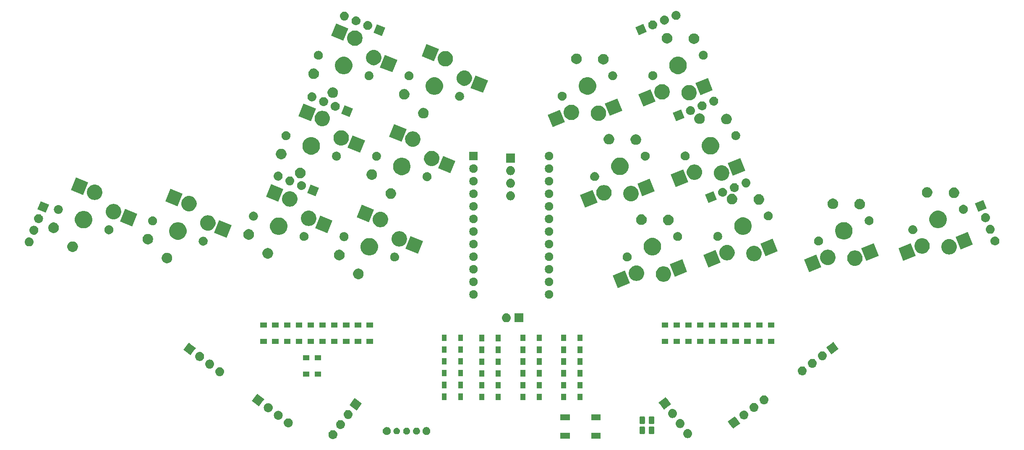
<source format=gbr>
G04 #@! TF.GenerationSoftware,KiCad,Pcbnew,(5.1.4)-1*
G04 #@! TF.CreationDate,2023-12-29T15:47:13-05:00*
G04 #@! TF.ProjectId,ThumbsUp,5468756d-6273-4557-902e-6b696361645f,rev?*
G04 #@! TF.SameCoordinates,Original*
G04 #@! TF.FileFunction,Soldermask,Bot*
G04 #@! TF.FilePolarity,Negative*
%FSLAX46Y46*%
G04 Gerber Fmt 4.6, Leading zero omitted, Abs format (unit mm)*
G04 Created by KiCad (PCBNEW (5.1.4)-1) date 2023-12-29 15:47:13*
%MOMM*%
%LPD*%
G04 APERTURE LIST*
%ADD10C,0.100000*%
G04 APERTURE END LIST*
D10*
G36*
X115844727Y-142606955D02*
G01*
X115910911Y-142613473D01*
X116080750Y-142664993D01*
X116237275Y-142748658D01*
X116273013Y-142777988D01*
X116374470Y-142861250D01*
X116452530Y-142956368D01*
X116487062Y-142998445D01*
X116570727Y-143154970D01*
X116622247Y-143324809D01*
X116639643Y-143501436D01*
X116622247Y-143678063D01*
X116570727Y-143847902D01*
X116487062Y-144004427D01*
X116457732Y-144040165D01*
X116374470Y-144141622D01*
X116298663Y-144203834D01*
X116237275Y-144254214D01*
X116080750Y-144337879D01*
X115910911Y-144389399D01*
X115844727Y-144395917D01*
X115778544Y-144402436D01*
X115690024Y-144402436D01*
X115623841Y-144395917D01*
X115557657Y-144389399D01*
X115387818Y-144337879D01*
X115231293Y-144254214D01*
X115169905Y-144203834D01*
X115094098Y-144141622D01*
X115010836Y-144040165D01*
X114981506Y-144004427D01*
X114897841Y-143847902D01*
X114846321Y-143678063D01*
X114828925Y-143501436D01*
X114846321Y-143324809D01*
X114897841Y-143154970D01*
X114981506Y-142998445D01*
X115016038Y-142956368D01*
X115094098Y-142861250D01*
X115195555Y-142777988D01*
X115231293Y-142748658D01*
X115387818Y-142664993D01*
X115557657Y-142613473D01*
X115623841Y-142606955D01*
X115690024Y-142600436D01*
X115778544Y-142600436D01*
X115844727Y-142606955D01*
X115844727Y-142606955D01*
G37*
G36*
X169733000Y-144313000D02*
G01*
X167831000Y-144313000D01*
X167831000Y-143111000D01*
X169733000Y-143111000D01*
X169733000Y-144313000D01*
X169733000Y-144313000D01*
G37*
G36*
X163533000Y-144313000D02*
G01*
X161631000Y-144313000D01*
X161631000Y-143111000D01*
X163533000Y-143111000D01*
X163533000Y-144313000D01*
X163533000Y-144313000D01*
G37*
G36*
X187404086Y-142408353D02*
G01*
X187470270Y-142414871D01*
X187640109Y-142466391D01*
X187796634Y-142550056D01*
X187832372Y-142579386D01*
X187933829Y-142662648D01*
X188017091Y-142764105D01*
X188046421Y-142799843D01*
X188130086Y-142956368D01*
X188181606Y-143126207D01*
X188199002Y-143302834D01*
X188181606Y-143479461D01*
X188130086Y-143649300D01*
X188046421Y-143805825D01*
X188017091Y-143841563D01*
X187933829Y-143943020D01*
X187859003Y-144004427D01*
X187796634Y-144055612D01*
X187640109Y-144139277D01*
X187470270Y-144190797D01*
X187404086Y-144197315D01*
X187337903Y-144203834D01*
X187249383Y-144203834D01*
X187183200Y-144197315D01*
X187117016Y-144190797D01*
X186947177Y-144139277D01*
X186790652Y-144055612D01*
X186728283Y-144004427D01*
X186653457Y-143943020D01*
X186570195Y-143841563D01*
X186540865Y-143805825D01*
X186457200Y-143649300D01*
X186405680Y-143479461D01*
X186388284Y-143302834D01*
X186405680Y-143126207D01*
X186457200Y-142956368D01*
X186540865Y-142799843D01*
X186570195Y-142764105D01*
X186653457Y-142662648D01*
X186754914Y-142579386D01*
X186790652Y-142550056D01*
X186947177Y-142466391D01*
X187117016Y-142414871D01*
X187183200Y-142408353D01*
X187249383Y-142401834D01*
X187337903Y-142401834D01*
X187404086Y-142408353D01*
X187404086Y-142408353D01*
G37*
G36*
X134823642Y-142019781D02*
G01*
X134969414Y-142080162D01*
X134969416Y-142080163D01*
X135100608Y-142167822D01*
X135212178Y-142279392D01*
X135293990Y-142401834D01*
X135299838Y-142410586D01*
X135360219Y-142556358D01*
X135391000Y-142711107D01*
X135391000Y-142868893D01*
X135360219Y-143023642D01*
X135299838Y-143169414D01*
X135299837Y-143169416D01*
X135212178Y-143300608D01*
X135100608Y-143412178D01*
X134969416Y-143499837D01*
X134969415Y-143499838D01*
X134969414Y-143499838D01*
X134823642Y-143560219D01*
X134668893Y-143591000D01*
X134511107Y-143591000D01*
X134356358Y-143560219D01*
X134210586Y-143499838D01*
X134210585Y-143499838D01*
X134210584Y-143499837D01*
X134079392Y-143412178D01*
X133967822Y-143300608D01*
X133880163Y-143169416D01*
X133880162Y-143169414D01*
X133819781Y-143023642D01*
X133789000Y-142868893D01*
X133789000Y-142711107D01*
X133819781Y-142556358D01*
X133880162Y-142410586D01*
X133886010Y-142401834D01*
X133967822Y-142279392D01*
X134079392Y-142167822D01*
X134210584Y-142080163D01*
X134210586Y-142080162D01*
X134356358Y-142019781D01*
X134511107Y-141989000D01*
X134668893Y-141989000D01*
X134823642Y-142019781D01*
X134823642Y-142019781D01*
G37*
G36*
X126823642Y-142019781D02*
G01*
X126969414Y-142080162D01*
X126969416Y-142080163D01*
X127100608Y-142167822D01*
X127212178Y-142279392D01*
X127293990Y-142401834D01*
X127299838Y-142410586D01*
X127360219Y-142556358D01*
X127391000Y-142711107D01*
X127391000Y-142868893D01*
X127360219Y-143023642D01*
X127299838Y-143169414D01*
X127299837Y-143169416D01*
X127212178Y-143300608D01*
X127100608Y-143412178D01*
X126969416Y-143499837D01*
X126969415Y-143499838D01*
X126969414Y-143499838D01*
X126823642Y-143560219D01*
X126668893Y-143591000D01*
X126511107Y-143591000D01*
X126356358Y-143560219D01*
X126210586Y-143499838D01*
X126210585Y-143499838D01*
X126210584Y-143499837D01*
X126079392Y-143412178D01*
X125967822Y-143300608D01*
X125880163Y-143169416D01*
X125880162Y-143169414D01*
X125819781Y-143023642D01*
X125789000Y-142868893D01*
X125789000Y-142711107D01*
X125819781Y-142556358D01*
X125880162Y-142410586D01*
X125886010Y-142401834D01*
X125967822Y-142279392D01*
X126079392Y-142167822D01*
X126210584Y-142080163D01*
X126210586Y-142080162D01*
X126356358Y-142019781D01*
X126511107Y-141989000D01*
X126668893Y-141989000D01*
X126823642Y-142019781D01*
X126823642Y-142019781D01*
G37*
G36*
X132794473Y-142115938D02*
G01*
X132922049Y-142168782D01*
X133036859Y-142245495D01*
X133134505Y-142343141D01*
X133211218Y-142457951D01*
X133264062Y-142585527D01*
X133291000Y-142720956D01*
X133291000Y-142859044D01*
X133264062Y-142994473D01*
X133211218Y-143122049D01*
X133134505Y-143236859D01*
X133036859Y-143334505D01*
X132922049Y-143411218D01*
X132794473Y-143464062D01*
X132659044Y-143491000D01*
X132520956Y-143491000D01*
X132385527Y-143464062D01*
X132257951Y-143411218D01*
X132143141Y-143334505D01*
X132045495Y-143236859D01*
X131968782Y-143122049D01*
X131915938Y-142994473D01*
X131889000Y-142859044D01*
X131889000Y-142720956D01*
X131915938Y-142585527D01*
X131968782Y-142457951D01*
X132045495Y-142343141D01*
X132143141Y-142245495D01*
X132257951Y-142168782D01*
X132385527Y-142115938D01*
X132520956Y-142089000D01*
X132659044Y-142089000D01*
X132794473Y-142115938D01*
X132794473Y-142115938D01*
G37*
G36*
X130794473Y-142115938D02*
G01*
X130922049Y-142168782D01*
X131036859Y-142245495D01*
X131134505Y-142343141D01*
X131211218Y-142457951D01*
X131264062Y-142585527D01*
X131291000Y-142720956D01*
X131291000Y-142859044D01*
X131264062Y-142994473D01*
X131211218Y-143122049D01*
X131134505Y-143236859D01*
X131036859Y-143334505D01*
X130922049Y-143411218D01*
X130794473Y-143464062D01*
X130659044Y-143491000D01*
X130520956Y-143491000D01*
X130385527Y-143464062D01*
X130257951Y-143411218D01*
X130143141Y-143334505D01*
X130045495Y-143236859D01*
X129968782Y-143122049D01*
X129915938Y-142994473D01*
X129889000Y-142859044D01*
X129889000Y-142720956D01*
X129915938Y-142585527D01*
X129968782Y-142457951D01*
X130045495Y-142343141D01*
X130143141Y-142245495D01*
X130257951Y-142168782D01*
X130385527Y-142115938D01*
X130520956Y-142089000D01*
X130659044Y-142089000D01*
X130794473Y-142115938D01*
X130794473Y-142115938D01*
G37*
G36*
X128771067Y-142162262D02*
G01*
X128779890Y-142164017D01*
X128898364Y-142213091D01*
X129004988Y-142284335D01*
X129095665Y-142375012D01*
X129156723Y-142466391D01*
X129166910Y-142481638D01*
X129215983Y-142600110D01*
X129241000Y-142725881D01*
X129241000Y-142854119D01*
X129238061Y-142868893D01*
X129215983Y-142979890D01*
X129166909Y-143098364D01*
X129095665Y-143204988D01*
X129004988Y-143295665D01*
X128898364Y-143366909D01*
X128898363Y-143366910D01*
X128898362Y-143366910D01*
X128779890Y-143415983D01*
X128654119Y-143441000D01*
X128525881Y-143441000D01*
X128400110Y-143415983D01*
X128281638Y-143366910D01*
X128281637Y-143366910D01*
X128281636Y-143366909D01*
X128175012Y-143295665D01*
X128084335Y-143204988D01*
X128013091Y-143098364D01*
X127964017Y-142979890D01*
X127941939Y-142868893D01*
X127939000Y-142854119D01*
X127939000Y-142725881D01*
X127964017Y-142600110D01*
X128013090Y-142481638D01*
X128023278Y-142466391D01*
X128084335Y-142375012D01*
X128175012Y-142284335D01*
X128281636Y-142213091D01*
X128400110Y-142164017D01*
X128408933Y-142162262D01*
X128525881Y-142139000D01*
X128654119Y-142139000D01*
X128771067Y-142162262D01*
X128771067Y-142162262D01*
G37*
G36*
X180374968Y-141877565D02*
G01*
X180413638Y-141889296D01*
X180449277Y-141908346D01*
X180480517Y-141933983D01*
X180506154Y-141965223D01*
X180525204Y-142000862D01*
X180536935Y-142039532D01*
X180541500Y-142085888D01*
X180541500Y-143162112D01*
X180536935Y-143208468D01*
X180525204Y-143247138D01*
X180506154Y-143282777D01*
X180480517Y-143314017D01*
X180449277Y-143339654D01*
X180413638Y-143358704D01*
X180374968Y-143370435D01*
X180328612Y-143375000D01*
X179677388Y-143375000D01*
X179631032Y-143370435D01*
X179592362Y-143358704D01*
X179556723Y-143339654D01*
X179525483Y-143314017D01*
X179499846Y-143282777D01*
X179480796Y-143247138D01*
X179469065Y-143208468D01*
X179464500Y-143162112D01*
X179464500Y-142085888D01*
X179469065Y-142039532D01*
X179480796Y-142000862D01*
X179499846Y-141965223D01*
X179525483Y-141933983D01*
X179556723Y-141908346D01*
X179592362Y-141889296D01*
X179631032Y-141877565D01*
X179677388Y-141873000D01*
X180328612Y-141873000D01*
X180374968Y-141877565D01*
X180374968Y-141877565D01*
G37*
G36*
X178499968Y-141877565D02*
G01*
X178538638Y-141889296D01*
X178574277Y-141908346D01*
X178605517Y-141933983D01*
X178631154Y-141965223D01*
X178650204Y-142000862D01*
X178661935Y-142039532D01*
X178666500Y-142085888D01*
X178666500Y-143162112D01*
X178661935Y-143208468D01*
X178650204Y-143247138D01*
X178631154Y-143282777D01*
X178605517Y-143314017D01*
X178574277Y-143339654D01*
X178538638Y-143358704D01*
X178499968Y-143370435D01*
X178453612Y-143375000D01*
X177802388Y-143375000D01*
X177756032Y-143370435D01*
X177717362Y-143358704D01*
X177681723Y-143339654D01*
X177650483Y-143314017D01*
X177624846Y-143282777D01*
X177605796Y-143247138D01*
X177594065Y-143208468D01*
X177589500Y-143162112D01*
X177589500Y-142085888D01*
X177594065Y-142039532D01*
X177605796Y-142000862D01*
X177624846Y-141965223D01*
X177650483Y-141933983D01*
X177681723Y-141908346D01*
X177717362Y-141889296D01*
X177756032Y-141877565D01*
X177802388Y-141873000D01*
X178453612Y-141873000D01*
X178499968Y-141877565D01*
X178499968Y-141877565D01*
G37*
G36*
X117373337Y-140578420D02*
G01*
X117439521Y-140584938D01*
X117609360Y-140636458D01*
X117765885Y-140720123D01*
X117801623Y-140749453D01*
X117903080Y-140832715D01*
X117981140Y-140927833D01*
X118015672Y-140969910D01*
X118099337Y-141126435D01*
X118150857Y-141296274D01*
X118168253Y-141472901D01*
X118150857Y-141649528D01*
X118099337Y-141819367D01*
X118015672Y-141975892D01*
X117986342Y-142011630D01*
X117903080Y-142113087D01*
X117835214Y-142168782D01*
X117765885Y-142225679D01*
X117609360Y-142309344D01*
X117439521Y-142360864D01*
X117373336Y-142367383D01*
X117307154Y-142373901D01*
X117218634Y-142373901D01*
X117152452Y-142367383D01*
X117086267Y-142360864D01*
X116916428Y-142309344D01*
X116759903Y-142225679D01*
X116690574Y-142168782D01*
X116622708Y-142113087D01*
X116539446Y-142011630D01*
X116510116Y-141975892D01*
X116426451Y-141819367D01*
X116374931Y-141649528D01*
X116357535Y-141472901D01*
X116374931Y-141296274D01*
X116426451Y-141126435D01*
X116510116Y-140969910D01*
X116544648Y-140927833D01*
X116622708Y-140832715D01*
X116724165Y-140749453D01*
X116759903Y-140720123D01*
X116916428Y-140636458D01*
X117086267Y-140584938D01*
X117152451Y-140578420D01*
X117218634Y-140571901D01*
X117307154Y-140571901D01*
X117373337Y-140578420D01*
X117373337Y-140578420D01*
G37*
G36*
X197223490Y-140373996D02*
G01*
X197878707Y-141243498D01*
X197878707Y-141243499D01*
X197114503Y-141819367D01*
X196439566Y-142327969D01*
X196439565Y-142327969D01*
X195697338Y-141343000D01*
X195355095Y-140888828D01*
X195355095Y-140888827D01*
X196298743Y-140177738D01*
X196794236Y-139804357D01*
X196794237Y-139804357D01*
X197223490Y-140373996D01*
X197223490Y-140373996D01*
G37*
G36*
X185875475Y-140379817D02*
G01*
X185941660Y-140386336D01*
X186111499Y-140437856D01*
X186268024Y-140521521D01*
X186303762Y-140550851D01*
X186405219Y-140634113D01*
X186488481Y-140735570D01*
X186517811Y-140771308D01*
X186601476Y-140927833D01*
X186652996Y-141097672D01*
X186670392Y-141274299D01*
X186652996Y-141450926D01*
X186601476Y-141620765D01*
X186517811Y-141777290D01*
X186488481Y-141813028D01*
X186405219Y-141914485D01*
X186330393Y-141975892D01*
X186268024Y-142027077D01*
X186111499Y-142110742D01*
X185941660Y-142162262D01*
X185885207Y-142167822D01*
X185809293Y-142175299D01*
X185720773Y-142175299D01*
X185644859Y-142167822D01*
X185588406Y-142162262D01*
X185418567Y-142110742D01*
X185262042Y-142027077D01*
X185199673Y-141975892D01*
X185124847Y-141914485D01*
X185041585Y-141813028D01*
X185012255Y-141777290D01*
X184928590Y-141620765D01*
X184877070Y-141450926D01*
X184859674Y-141274299D01*
X184877070Y-141097672D01*
X184928590Y-140927833D01*
X185012255Y-140771308D01*
X185041585Y-140735570D01*
X185124847Y-140634113D01*
X185226304Y-140550851D01*
X185262042Y-140521521D01*
X185418567Y-140437856D01*
X185588406Y-140386336D01*
X185654591Y-140379817D01*
X185720773Y-140373299D01*
X185809293Y-140373299D01*
X185875475Y-140379817D01*
X185875475Y-140379817D01*
G37*
G36*
X106838763Y-140232569D02*
G01*
X106904947Y-140239087D01*
X107074786Y-140290607D01*
X107231311Y-140374272D01*
X107267049Y-140403602D01*
X107368506Y-140486864D01*
X107438293Y-140571901D01*
X107481098Y-140624059D01*
X107564763Y-140780584D01*
X107616283Y-140950423D01*
X107633679Y-141127050D01*
X107616283Y-141303677D01*
X107564763Y-141473516D01*
X107481098Y-141630041D01*
X107465107Y-141649526D01*
X107368506Y-141767236D01*
X107267049Y-141850498D01*
X107231311Y-141879828D01*
X107074786Y-141963493D01*
X106904947Y-142015013D01*
X106838763Y-142021531D01*
X106772580Y-142028050D01*
X106684060Y-142028050D01*
X106617877Y-142021531D01*
X106551693Y-142015013D01*
X106381854Y-141963493D01*
X106225329Y-141879828D01*
X106189591Y-141850498D01*
X106088134Y-141767236D01*
X105991533Y-141649526D01*
X105975542Y-141630041D01*
X105891877Y-141473516D01*
X105840357Y-141303677D01*
X105822961Y-141127050D01*
X105840357Y-140950423D01*
X105891877Y-140780584D01*
X105975542Y-140624059D01*
X106018347Y-140571901D01*
X106088134Y-140486864D01*
X106189591Y-140403602D01*
X106225329Y-140374272D01*
X106381854Y-140290607D01*
X106551693Y-140239087D01*
X106617877Y-140232569D01*
X106684060Y-140226050D01*
X106772580Y-140226050D01*
X106838763Y-140232569D01*
X106838763Y-140232569D01*
G37*
G36*
X178499968Y-139845565D02*
G01*
X178538638Y-139857296D01*
X178574277Y-139876346D01*
X178605517Y-139901983D01*
X178631154Y-139933223D01*
X178650204Y-139968862D01*
X178661935Y-140007532D01*
X178666500Y-140053888D01*
X178666500Y-141130112D01*
X178661935Y-141176468D01*
X178650204Y-141215138D01*
X178631154Y-141250777D01*
X178605517Y-141282017D01*
X178574277Y-141307654D01*
X178538638Y-141326704D01*
X178499968Y-141338435D01*
X178453612Y-141343000D01*
X177802388Y-141343000D01*
X177756032Y-141338435D01*
X177717362Y-141326704D01*
X177681723Y-141307654D01*
X177650483Y-141282017D01*
X177624846Y-141250777D01*
X177605796Y-141215138D01*
X177594065Y-141176468D01*
X177589500Y-141130112D01*
X177589500Y-140053888D01*
X177594065Y-140007532D01*
X177605796Y-139968862D01*
X177624846Y-139933223D01*
X177650483Y-139901983D01*
X177681723Y-139876346D01*
X177717362Y-139857296D01*
X177756032Y-139845565D01*
X177802388Y-139841000D01*
X178453612Y-139841000D01*
X178499968Y-139845565D01*
X178499968Y-139845565D01*
G37*
G36*
X180374968Y-139845565D02*
G01*
X180413638Y-139857296D01*
X180449277Y-139876346D01*
X180480517Y-139901983D01*
X180506154Y-139933223D01*
X180525204Y-139968862D01*
X180536935Y-140007532D01*
X180541500Y-140053888D01*
X180541500Y-141130112D01*
X180536935Y-141176468D01*
X180525204Y-141215138D01*
X180506154Y-141250777D01*
X180480517Y-141282017D01*
X180449277Y-141307654D01*
X180413638Y-141326704D01*
X180374968Y-141338435D01*
X180328612Y-141343000D01*
X179677388Y-141343000D01*
X179631032Y-141338435D01*
X179592362Y-141326704D01*
X179556723Y-141307654D01*
X179525483Y-141282017D01*
X179499846Y-141250777D01*
X179480796Y-141215138D01*
X179469065Y-141176468D01*
X179464500Y-141130112D01*
X179464500Y-140053888D01*
X179469065Y-140007532D01*
X179480796Y-139968862D01*
X179499846Y-139933223D01*
X179525483Y-139901983D01*
X179556723Y-139876346D01*
X179592362Y-139857296D01*
X179631032Y-139845565D01*
X179677388Y-139841000D01*
X180328612Y-139841000D01*
X180374968Y-139845565D01*
X180374968Y-139845565D01*
G37*
G36*
X163533000Y-140613000D02*
G01*
X161631000Y-140613000D01*
X161631000Y-139411000D01*
X163533000Y-139411000D01*
X163533000Y-140613000D01*
X163533000Y-140613000D01*
G37*
G36*
X169733000Y-140613000D02*
G01*
X167831000Y-140613000D01*
X167831000Y-139411000D01*
X169733000Y-139411000D01*
X169733000Y-140613000D01*
X169733000Y-140613000D01*
G37*
G36*
X104810228Y-138703959D02*
G01*
X104876412Y-138710477D01*
X105046251Y-138761997D01*
X105046253Y-138761998D01*
X105088865Y-138784775D01*
X105202776Y-138845662D01*
X105238514Y-138874992D01*
X105339971Y-138958254D01*
X105402594Y-139034562D01*
X105452563Y-139095449D01*
X105536228Y-139251974D01*
X105587748Y-139421813D01*
X105605144Y-139598440D01*
X105587748Y-139775067D01*
X105543825Y-139919861D01*
X105536227Y-139944908D01*
X105502753Y-140007532D01*
X105452563Y-140101431D01*
X105445325Y-140110250D01*
X105339971Y-140238626D01*
X105238514Y-140321888D01*
X105202776Y-140351218D01*
X105046251Y-140434883D01*
X104876412Y-140486403D01*
X104810227Y-140492922D01*
X104744045Y-140499440D01*
X104655525Y-140499440D01*
X104589343Y-140492922D01*
X104523158Y-140486403D01*
X104353319Y-140434883D01*
X104196794Y-140351218D01*
X104161056Y-140321888D01*
X104059599Y-140238626D01*
X103954245Y-140110250D01*
X103947007Y-140101431D01*
X103896817Y-140007532D01*
X103863343Y-139944908D01*
X103855745Y-139919861D01*
X103811822Y-139775067D01*
X103794426Y-139598440D01*
X103811822Y-139421813D01*
X103863342Y-139251974D01*
X103947007Y-139095449D01*
X103996976Y-139034562D01*
X104059599Y-138958254D01*
X104161056Y-138874992D01*
X104196794Y-138845662D01*
X104310705Y-138784775D01*
X104353317Y-138761998D01*
X104353319Y-138761997D01*
X104523158Y-138710477D01*
X104589342Y-138703959D01*
X104655525Y-138697440D01*
X104744045Y-138697440D01*
X104810228Y-138703959D01*
X104810228Y-138703959D01*
G37*
G36*
X198755878Y-138643072D02*
G01*
X198822062Y-138649590D01*
X198991901Y-138701110D01*
X199148426Y-138784775D01*
X199172072Y-138804181D01*
X199285621Y-138897367D01*
X199368883Y-138998824D01*
X199398213Y-139034562D01*
X199481878Y-139191087D01*
X199533398Y-139360926D01*
X199550794Y-139537553D01*
X199533398Y-139714180D01*
X199481878Y-139884019D01*
X199398213Y-140040544D01*
X199384115Y-140057722D01*
X199285621Y-140177739D01*
X199210867Y-140239087D01*
X199148426Y-140290331D01*
X199148424Y-140290332D01*
X199034514Y-140351219D01*
X198991901Y-140373996D01*
X198822062Y-140425516D01*
X198755878Y-140432034D01*
X198689695Y-140438553D01*
X198601175Y-140438553D01*
X198534992Y-140432034D01*
X198468808Y-140425516D01*
X198298969Y-140373996D01*
X198256357Y-140351219D01*
X198142446Y-140290332D01*
X198142444Y-140290331D01*
X198080003Y-140239087D01*
X198005249Y-140177739D01*
X197906755Y-140057722D01*
X197892657Y-140040544D01*
X197808992Y-139884019D01*
X197757472Y-139714180D01*
X197740076Y-139537553D01*
X197757472Y-139360926D01*
X197808992Y-139191087D01*
X197892657Y-139034562D01*
X197921987Y-138998824D01*
X198005249Y-138897367D01*
X198118798Y-138804181D01*
X198142444Y-138784775D01*
X198298969Y-138701110D01*
X198468808Y-138649590D01*
X198534992Y-138643072D01*
X198601175Y-138636553D01*
X198689695Y-138636553D01*
X198755878Y-138643072D01*
X198755878Y-138643072D01*
G37*
G36*
X118901947Y-138549886D02*
G01*
X118968131Y-138556404D01*
X119137970Y-138607924D01*
X119294495Y-138691589D01*
X119316947Y-138710015D01*
X119431690Y-138804181D01*
X119509750Y-138899299D01*
X119544282Y-138941376D01*
X119553304Y-138958255D01*
X119626638Y-139095451D01*
X119627947Y-139097901D01*
X119679467Y-139267740D01*
X119696863Y-139444367D01*
X119679467Y-139620994D01*
X119627947Y-139790833D01*
X119544282Y-139947358D01*
X119526634Y-139968862D01*
X119431690Y-140084553D01*
X119355883Y-140146765D01*
X119294495Y-140197145D01*
X119137970Y-140280810D01*
X118968131Y-140332330D01*
X118901946Y-140338849D01*
X118835764Y-140345367D01*
X118747244Y-140345367D01*
X118681062Y-140338849D01*
X118614877Y-140332330D01*
X118445038Y-140280810D01*
X118288513Y-140197145D01*
X118227125Y-140146765D01*
X118151318Y-140084553D01*
X118056374Y-139968862D01*
X118038726Y-139947358D01*
X117955061Y-139790833D01*
X117903541Y-139620994D01*
X117886145Y-139444367D01*
X117903541Y-139267740D01*
X117955061Y-139097901D01*
X117956371Y-139095451D01*
X118029704Y-138958255D01*
X118038726Y-138941376D01*
X118073258Y-138899299D01*
X118151318Y-138804181D01*
X118266061Y-138710015D01*
X118288513Y-138691589D01*
X118445038Y-138607924D01*
X118614877Y-138556404D01*
X118681061Y-138549886D01*
X118747244Y-138543367D01*
X118835764Y-138543367D01*
X118901947Y-138549886D01*
X118901947Y-138549886D01*
G37*
G36*
X184346865Y-138351283D02*
G01*
X184413050Y-138357802D01*
X184582889Y-138409322D01*
X184739414Y-138492987D01*
X184762498Y-138511932D01*
X184876609Y-138605579D01*
X184951996Y-138697440D01*
X184989201Y-138742774D01*
X185072866Y-138899299D01*
X185124386Y-139069138D01*
X185141782Y-139245765D01*
X185124386Y-139422392D01*
X185072866Y-139592231D01*
X184989201Y-139748756D01*
X184967608Y-139775067D01*
X184876609Y-139885951D01*
X184801783Y-139947358D01*
X184739414Y-139998543D01*
X184582889Y-140082208D01*
X184413050Y-140133728D01*
X184346866Y-140140246D01*
X184280683Y-140146765D01*
X184192163Y-140146765D01*
X184125980Y-140140246D01*
X184059796Y-140133728D01*
X183889957Y-140082208D01*
X183733432Y-139998543D01*
X183671063Y-139947358D01*
X183596237Y-139885951D01*
X183505238Y-139775067D01*
X183483645Y-139748756D01*
X183399980Y-139592231D01*
X183348460Y-139422392D01*
X183331064Y-139245765D01*
X183348460Y-139069138D01*
X183399980Y-138899299D01*
X183483645Y-138742774D01*
X183520850Y-138697440D01*
X183596237Y-138605579D01*
X183710348Y-138511932D01*
X183733432Y-138492987D01*
X183889957Y-138409322D01*
X184059796Y-138357802D01*
X184125981Y-138351283D01*
X184192163Y-138344765D01*
X184280683Y-138344765D01*
X184346865Y-138351283D01*
X184346865Y-138351283D01*
G37*
G36*
X102781694Y-137175349D02*
G01*
X102847878Y-137181867D01*
X103017717Y-137233387D01*
X103017719Y-137233388D01*
X103060331Y-137256165D01*
X103174242Y-137317052D01*
X103209980Y-137346382D01*
X103311437Y-137429644D01*
X103374060Y-137505952D01*
X103424029Y-137566839D01*
X103507694Y-137723364D01*
X103559214Y-137893203D01*
X103576610Y-138069830D01*
X103559214Y-138246457D01*
X103507694Y-138416296D01*
X103424029Y-138572821D01*
X103395220Y-138607925D01*
X103311437Y-138710016D01*
X103209980Y-138793278D01*
X103174242Y-138822608D01*
X103017717Y-138906273D01*
X102847878Y-138957793D01*
X102781693Y-138964312D01*
X102715511Y-138970830D01*
X102626991Y-138970830D01*
X102560809Y-138964312D01*
X102494624Y-138957793D01*
X102324785Y-138906273D01*
X102168260Y-138822608D01*
X102132522Y-138793278D01*
X102031065Y-138710016D01*
X101947282Y-138607925D01*
X101918473Y-138572821D01*
X101834808Y-138416296D01*
X101783288Y-138246457D01*
X101765892Y-138069830D01*
X101783288Y-137893203D01*
X101834808Y-137723364D01*
X101918473Y-137566839D01*
X101968442Y-137505952D01*
X102031065Y-137429644D01*
X102132522Y-137346382D01*
X102168260Y-137317052D01*
X102282171Y-137256165D01*
X102324783Y-137233388D01*
X102324785Y-137233387D01*
X102494624Y-137181867D01*
X102560808Y-137175349D01*
X102626991Y-137168830D01*
X102715511Y-137168830D01*
X102781694Y-137175349D01*
X102781694Y-137175349D01*
G37*
G36*
X200784411Y-137114461D02*
G01*
X200850596Y-137120980D01*
X201020435Y-137172500D01*
X201176960Y-137256165D01*
X201212698Y-137285495D01*
X201314155Y-137368757D01*
X201397417Y-137470214D01*
X201426747Y-137505952D01*
X201510412Y-137662477D01*
X201561932Y-137832316D01*
X201579328Y-138008943D01*
X201561932Y-138185570D01*
X201510412Y-138355409D01*
X201426747Y-138511934D01*
X201400950Y-138543367D01*
X201314155Y-138649129D01*
X201239401Y-138710477D01*
X201176960Y-138761721D01*
X201176958Y-138761722D01*
X201063048Y-138822609D01*
X201020435Y-138845386D01*
X200850596Y-138896906D01*
X200784411Y-138903425D01*
X200718229Y-138909943D01*
X200629709Y-138909943D01*
X200563527Y-138903425D01*
X200497342Y-138896906D01*
X200327503Y-138845386D01*
X200284891Y-138822609D01*
X200170980Y-138761722D01*
X200170978Y-138761721D01*
X200108537Y-138710477D01*
X200033783Y-138649129D01*
X199946988Y-138543367D01*
X199921191Y-138511934D01*
X199837526Y-138355409D01*
X199786006Y-138185570D01*
X199768610Y-138008943D01*
X199786006Y-137832316D01*
X199837526Y-137662477D01*
X199921191Y-137505952D01*
X199950521Y-137470214D01*
X200033783Y-137368757D01*
X200135240Y-137285495D01*
X200170978Y-137256165D01*
X200327503Y-137172500D01*
X200497342Y-137120980D01*
X200563527Y-137114461D01*
X200629709Y-137107943D01*
X200718229Y-137107943D01*
X200784411Y-137114461D01*
X200784411Y-137114461D01*
G37*
G36*
X120761220Y-136620056D02*
G01*
X121581920Y-137238497D01*
X121581920Y-137238498D01*
X121216547Y-137723364D01*
X120497450Y-138677639D01*
X120497449Y-138677639D01*
X119844449Y-138185568D01*
X119058308Y-137593169D01*
X119058308Y-137593168D01*
X119635809Y-136826799D01*
X120142778Y-136154027D01*
X120142779Y-136154027D01*
X120761220Y-136620056D01*
X120761220Y-136620056D01*
G37*
G36*
X183328483Y-136543750D02*
G01*
X183969619Y-137394566D01*
X183969619Y-137394567D01*
X183388703Y-137832318D01*
X182530478Y-138479037D01*
X182530477Y-138479037D01*
X181739704Y-137429645D01*
X181446007Y-137039896D01*
X181446007Y-137039895D01*
X182422964Y-136303706D01*
X182885148Y-135955425D01*
X182885149Y-135955425D01*
X183328483Y-136543750D01*
X183328483Y-136543750D01*
G37*
G36*
X100880688Y-135592370D02*
G01*
X101904523Y-136363884D01*
X101904523Y-136363885D01*
X101438494Y-136982326D01*
X100820053Y-137803026D01*
X100820052Y-137803026D01*
X100063751Y-137233112D01*
X99380911Y-136718556D01*
X99380911Y-136718555D01*
X100127684Y-135727554D01*
X100465381Y-135279414D01*
X100465382Y-135279414D01*
X100880688Y-135592370D01*
X100880688Y-135592370D01*
G37*
G36*
X202812946Y-135585851D02*
G01*
X202879131Y-135592370D01*
X203048970Y-135643890D01*
X203205495Y-135727555D01*
X203241233Y-135756885D01*
X203342690Y-135840147D01*
X203425952Y-135941604D01*
X203455282Y-135977342D01*
X203538947Y-136133867D01*
X203590467Y-136303706D01*
X203607863Y-136480333D01*
X203590467Y-136656960D01*
X203538947Y-136826799D01*
X203455282Y-136983324D01*
X203425952Y-137019062D01*
X203342690Y-137120519D01*
X203267936Y-137181867D01*
X203205495Y-137233111D01*
X203048970Y-137316776D01*
X202879131Y-137368296D01*
X202812946Y-137374815D01*
X202746764Y-137381333D01*
X202658244Y-137381333D01*
X202592062Y-137374815D01*
X202525877Y-137368296D01*
X202356038Y-137316776D01*
X202199513Y-137233111D01*
X202137072Y-137181867D01*
X202062318Y-137120519D01*
X201979056Y-137019062D01*
X201949726Y-136983324D01*
X201866061Y-136826799D01*
X201814541Y-136656960D01*
X201797145Y-136480333D01*
X201814541Y-136303706D01*
X201866061Y-136133867D01*
X201949726Y-135977342D01*
X201979056Y-135941604D01*
X202062318Y-135840147D01*
X202163775Y-135756885D01*
X202199513Y-135727555D01*
X202356038Y-135643890D01*
X202525877Y-135592370D01*
X202592062Y-135585851D01*
X202658244Y-135579333D01*
X202746764Y-135579333D01*
X202812946Y-135585851D01*
X202812946Y-135585851D01*
G37*
G36*
X146267500Y-136563750D02*
G01*
X145265500Y-136563750D01*
X145265500Y-135261750D01*
X146267500Y-135261750D01*
X146267500Y-136563750D01*
X146267500Y-136563750D01*
G37*
G36*
X149567500Y-136563750D02*
G01*
X148565500Y-136563750D01*
X148565500Y-135261750D01*
X149567500Y-135261750D01*
X149567500Y-136563750D01*
X149567500Y-136563750D01*
G37*
G36*
X162747250Y-136545000D02*
G01*
X161745250Y-136545000D01*
X161745250Y-135243000D01*
X162747250Y-135243000D01*
X162747250Y-136545000D01*
X162747250Y-136545000D01*
G37*
G36*
X166047250Y-136545000D02*
G01*
X165045250Y-136545000D01*
X165045250Y-135243000D01*
X166047250Y-135243000D01*
X166047250Y-136545000D01*
X166047250Y-136545000D01*
G37*
G36*
X154581000Y-136543750D02*
G01*
X153579000Y-136543750D01*
X153579000Y-135241750D01*
X154581000Y-135241750D01*
X154581000Y-136543750D01*
X154581000Y-136543750D01*
G37*
G36*
X157881000Y-136543750D02*
G01*
X156879000Y-136543750D01*
X156879000Y-135241750D01*
X157881000Y-135241750D01*
X157881000Y-136543750D01*
X157881000Y-136543750D01*
G37*
G36*
X141986500Y-136519000D02*
G01*
X140984500Y-136519000D01*
X140984500Y-135217000D01*
X141986500Y-135217000D01*
X141986500Y-136519000D01*
X141986500Y-136519000D01*
G37*
G36*
X138686500Y-136519000D02*
G01*
X137684500Y-136519000D01*
X137684500Y-135217000D01*
X138686500Y-135217000D01*
X138686500Y-136519000D01*
X138686500Y-136519000D01*
G37*
G36*
X146267500Y-134182500D02*
G01*
X145265500Y-134182500D01*
X145265500Y-132880500D01*
X146267500Y-132880500D01*
X146267500Y-134182500D01*
X146267500Y-134182500D01*
G37*
G36*
X149567500Y-134182500D02*
G01*
X148565500Y-134182500D01*
X148565500Y-132880500D01*
X149567500Y-132880500D01*
X149567500Y-134182500D01*
X149567500Y-134182500D01*
G37*
G36*
X162747250Y-134163750D02*
G01*
X161745250Y-134163750D01*
X161745250Y-132861750D01*
X162747250Y-132861750D01*
X162747250Y-134163750D01*
X162747250Y-134163750D01*
G37*
G36*
X166047250Y-134163750D02*
G01*
X165045250Y-134163750D01*
X165045250Y-132861750D01*
X166047250Y-132861750D01*
X166047250Y-134163750D01*
X166047250Y-134163750D01*
G37*
G36*
X157881000Y-134162500D02*
G01*
X156879000Y-134162500D01*
X156879000Y-132860500D01*
X157881000Y-132860500D01*
X157881000Y-134162500D01*
X157881000Y-134162500D01*
G37*
G36*
X154581000Y-134162500D02*
G01*
X153579000Y-134162500D01*
X153579000Y-132860500D01*
X154581000Y-132860500D01*
X154581000Y-134162500D01*
X154581000Y-134162500D01*
G37*
G36*
X141986500Y-134137750D02*
G01*
X140984500Y-134137750D01*
X140984500Y-132835750D01*
X141986500Y-132835750D01*
X141986500Y-134137750D01*
X141986500Y-134137750D01*
G37*
G36*
X138686500Y-134137750D02*
G01*
X137684500Y-134137750D01*
X137684500Y-132835750D01*
X138686500Y-132835750D01*
X138686500Y-134137750D01*
X138686500Y-134137750D01*
G37*
G36*
X149567500Y-131801250D02*
G01*
X148565500Y-131801250D01*
X148565500Y-130499250D01*
X149567500Y-130499250D01*
X149567500Y-131801250D01*
X149567500Y-131801250D01*
G37*
G36*
X146267500Y-131801250D02*
G01*
X145265500Y-131801250D01*
X145265500Y-130499250D01*
X146267500Y-130499250D01*
X146267500Y-131801250D01*
X146267500Y-131801250D01*
G37*
G36*
X110961000Y-131801000D02*
G01*
X109659000Y-131801000D01*
X109659000Y-130799000D01*
X110961000Y-130799000D01*
X110961000Y-131801000D01*
X110961000Y-131801000D01*
G37*
G36*
X113361000Y-131801000D02*
G01*
X112059000Y-131801000D01*
X112059000Y-130799000D01*
X113361000Y-130799000D01*
X113361000Y-131801000D01*
X113361000Y-131801000D01*
G37*
G36*
X162747250Y-131782500D02*
G01*
X161745250Y-131782500D01*
X161745250Y-130480500D01*
X162747250Y-130480500D01*
X162747250Y-131782500D01*
X162747250Y-131782500D01*
G37*
G36*
X166047250Y-131782500D02*
G01*
X165045250Y-131782500D01*
X165045250Y-130480500D01*
X166047250Y-130480500D01*
X166047250Y-131782500D01*
X166047250Y-131782500D01*
G37*
G36*
X154581000Y-131781250D02*
G01*
X153579000Y-131781250D01*
X153579000Y-130479250D01*
X154581000Y-130479250D01*
X154581000Y-131781250D01*
X154581000Y-131781250D01*
G37*
G36*
X157881000Y-131781250D02*
G01*
X156879000Y-131781250D01*
X156879000Y-130479250D01*
X157881000Y-130479250D01*
X157881000Y-131781250D01*
X157881000Y-131781250D01*
G37*
G36*
X138686500Y-131756500D02*
G01*
X137684500Y-131756500D01*
X137684500Y-130454500D01*
X138686500Y-130454500D01*
X138686500Y-131756500D01*
X138686500Y-131756500D01*
G37*
G36*
X141986500Y-131756500D02*
G01*
X140984500Y-131756500D01*
X140984500Y-130454500D01*
X141986500Y-130454500D01*
X141986500Y-131756500D01*
X141986500Y-131756500D01*
G37*
G36*
X93003060Y-129897029D02*
G01*
X93069245Y-129903548D01*
X93239084Y-129955068D01*
X93395609Y-130038733D01*
X93431347Y-130068063D01*
X93532804Y-130151325D01*
X93616066Y-130252782D01*
X93645396Y-130288520D01*
X93729061Y-130445045D01*
X93780581Y-130614884D01*
X93797977Y-130791511D01*
X93780581Y-130968138D01*
X93729061Y-131137977D01*
X93645396Y-131294502D01*
X93616066Y-131330240D01*
X93532804Y-131431697D01*
X93431347Y-131514959D01*
X93395609Y-131544289D01*
X93239084Y-131627954D01*
X93069245Y-131679474D01*
X93003060Y-131685993D01*
X92936878Y-131692511D01*
X92848358Y-131692511D01*
X92782176Y-131685993D01*
X92715991Y-131679474D01*
X92546152Y-131627954D01*
X92389627Y-131544289D01*
X92353889Y-131514959D01*
X92252432Y-131431697D01*
X92169170Y-131330240D01*
X92139840Y-131294502D01*
X92056175Y-131137977D01*
X92004655Y-130968138D01*
X91987259Y-130791511D01*
X92004655Y-130614884D01*
X92056175Y-130445045D01*
X92139840Y-130288520D01*
X92169170Y-130252782D01*
X92252432Y-130151325D01*
X92353889Y-130068063D01*
X92389627Y-130038733D01*
X92546152Y-129955068D01*
X92715991Y-129903548D01*
X92782176Y-129897029D01*
X92848358Y-129890511D01*
X92936878Y-129890511D01*
X93003060Y-129897029D01*
X93003060Y-129897029D01*
G37*
G36*
X210525584Y-129743425D02*
G01*
X210591768Y-129749943D01*
X210761607Y-129801463D01*
X210918132Y-129885128D01*
X210953870Y-129914458D01*
X211055327Y-129997720D01*
X211138589Y-130099177D01*
X211167919Y-130134915D01*
X211251584Y-130291440D01*
X211303104Y-130461279D01*
X211320500Y-130637906D01*
X211303104Y-130814533D01*
X211251584Y-130984372D01*
X211167919Y-131140897D01*
X211138589Y-131176635D01*
X211055327Y-131278092D01*
X210953870Y-131361354D01*
X210918132Y-131390684D01*
X210761607Y-131474349D01*
X210591768Y-131525869D01*
X210525584Y-131532387D01*
X210459401Y-131538906D01*
X210370881Y-131538906D01*
X210304698Y-131532387D01*
X210238514Y-131525869D01*
X210068675Y-131474349D01*
X209912150Y-131390684D01*
X209876412Y-131361354D01*
X209774955Y-131278092D01*
X209691693Y-131176635D01*
X209662363Y-131140897D01*
X209578698Y-130984372D01*
X209527178Y-130814533D01*
X209509782Y-130637906D01*
X209527178Y-130461279D01*
X209578698Y-130291440D01*
X209662363Y-130134915D01*
X209691693Y-130099177D01*
X209774955Y-129997720D01*
X209876412Y-129914458D01*
X209912150Y-129885128D01*
X210068675Y-129801463D01*
X210238514Y-129749943D01*
X210304698Y-129743425D01*
X210370881Y-129736906D01*
X210459401Y-129736906D01*
X210525584Y-129743425D01*
X210525584Y-129743425D01*
G37*
G36*
X90974526Y-128368420D02*
G01*
X91040710Y-128374938D01*
X91210549Y-128426458D01*
X91367074Y-128510123D01*
X91402812Y-128539453D01*
X91504269Y-128622715D01*
X91587531Y-128724172D01*
X91616861Y-128759910D01*
X91700526Y-128916435D01*
X91752046Y-129086274D01*
X91769442Y-129262901D01*
X91752046Y-129439528D01*
X91700526Y-129609367D01*
X91616861Y-129765892D01*
X91587668Y-129801463D01*
X91504269Y-129903087D01*
X91402812Y-129986349D01*
X91367074Y-130015679D01*
X91210549Y-130099344D01*
X91040710Y-130150864D01*
X90974525Y-130157383D01*
X90908343Y-130163901D01*
X90819823Y-130163901D01*
X90753641Y-130157383D01*
X90687456Y-130150864D01*
X90517617Y-130099344D01*
X90361092Y-130015679D01*
X90325354Y-129986349D01*
X90223897Y-129903087D01*
X90140498Y-129801463D01*
X90111305Y-129765892D01*
X90027640Y-129609367D01*
X89976120Y-129439528D01*
X89958724Y-129262901D01*
X89976120Y-129086274D01*
X90027640Y-128916435D01*
X90111305Y-128759910D01*
X90140635Y-128724172D01*
X90223897Y-128622715D01*
X90325354Y-128539453D01*
X90361092Y-128510123D01*
X90517617Y-128426458D01*
X90687456Y-128374938D01*
X90753640Y-128368420D01*
X90819823Y-128361901D01*
X90908343Y-128361901D01*
X90974526Y-128368420D01*
X90974526Y-128368420D01*
G37*
G36*
X212554119Y-128214815D02*
G01*
X212620303Y-128221333D01*
X212790142Y-128272853D01*
X212946667Y-128356518D01*
X212982405Y-128385848D01*
X213083862Y-128469110D01*
X213167124Y-128570567D01*
X213196454Y-128606305D01*
X213280119Y-128762830D01*
X213331639Y-128932669D01*
X213349035Y-129109296D01*
X213331639Y-129285923D01*
X213280119Y-129455762D01*
X213196454Y-129612287D01*
X213167124Y-129648025D01*
X213083862Y-129749482D01*
X212982405Y-129832744D01*
X212946667Y-129862074D01*
X212790142Y-129945739D01*
X212620303Y-129997259D01*
X212554118Y-130003778D01*
X212487936Y-130010296D01*
X212399416Y-130010296D01*
X212333234Y-130003778D01*
X212267049Y-129997259D01*
X212097210Y-129945739D01*
X211940685Y-129862074D01*
X211904947Y-129832744D01*
X211803490Y-129749482D01*
X211720228Y-129648025D01*
X211690898Y-129612287D01*
X211607233Y-129455762D01*
X211555713Y-129285923D01*
X211538317Y-129109296D01*
X211555713Y-128932669D01*
X211607233Y-128762830D01*
X211690898Y-128606305D01*
X211720228Y-128570567D01*
X211803490Y-128469110D01*
X211904947Y-128385848D01*
X211940685Y-128356518D01*
X212097210Y-128272853D01*
X212267049Y-128221333D01*
X212333233Y-128214815D01*
X212399416Y-128208296D01*
X212487936Y-128208296D01*
X212554119Y-128214815D01*
X212554119Y-128214815D01*
G37*
G36*
X146267500Y-129420000D02*
G01*
X145265500Y-129420000D01*
X145265500Y-128118000D01*
X146267500Y-128118000D01*
X146267500Y-129420000D01*
X146267500Y-129420000D01*
G37*
G36*
X149567500Y-129420000D02*
G01*
X148565500Y-129420000D01*
X148565500Y-128118000D01*
X149567500Y-128118000D01*
X149567500Y-129420000D01*
X149567500Y-129420000D01*
G37*
G36*
X166047250Y-129401250D02*
G01*
X165045250Y-129401250D01*
X165045250Y-128099250D01*
X166047250Y-128099250D01*
X166047250Y-129401250D01*
X166047250Y-129401250D01*
G37*
G36*
X162747250Y-129401250D02*
G01*
X161745250Y-129401250D01*
X161745250Y-128099250D01*
X162747250Y-128099250D01*
X162747250Y-129401250D01*
X162747250Y-129401250D01*
G37*
G36*
X154581000Y-129400000D02*
G01*
X153579000Y-129400000D01*
X153579000Y-128098000D01*
X154581000Y-128098000D01*
X154581000Y-129400000D01*
X154581000Y-129400000D01*
G37*
G36*
X157881000Y-129400000D02*
G01*
X156879000Y-129400000D01*
X156879000Y-128098000D01*
X157881000Y-128098000D01*
X157881000Y-129400000D01*
X157881000Y-129400000D01*
G37*
G36*
X138686500Y-129375250D02*
G01*
X137684500Y-129375250D01*
X137684500Y-128073250D01*
X138686500Y-128073250D01*
X138686500Y-129375250D01*
X138686500Y-129375250D01*
G37*
G36*
X141986500Y-129375250D02*
G01*
X140984500Y-129375250D01*
X140984500Y-128073250D01*
X141986500Y-128073250D01*
X141986500Y-129375250D01*
X141986500Y-129375250D01*
G37*
G36*
X88945992Y-126839810D02*
G01*
X89012176Y-126846328D01*
X89182015Y-126897848D01*
X89338540Y-126981513D01*
X89353755Y-126994000D01*
X89475735Y-127094105D01*
X89558997Y-127195562D01*
X89588327Y-127231300D01*
X89671992Y-127387825D01*
X89723512Y-127557664D01*
X89740908Y-127734291D01*
X89723512Y-127910918D01*
X89671992Y-128080757D01*
X89588327Y-128237282D01*
X89559134Y-128272853D01*
X89475735Y-128374477D01*
X89374278Y-128457739D01*
X89338540Y-128487069D01*
X89182015Y-128570734D01*
X89012176Y-128622254D01*
X88945991Y-128628773D01*
X88879809Y-128635291D01*
X88791289Y-128635291D01*
X88725107Y-128628773D01*
X88658922Y-128622254D01*
X88489083Y-128570734D01*
X88332558Y-128487069D01*
X88296820Y-128457739D01*
X88195363Y-128374477D01*
X88111964Y-128272853D01*
X88082771Y-128237282D01*
X87999106Y-128080757D01*
X87947586Y-127910918D01*
X87930190Y-127734291D01*
X87947586Y-127557664D01*
X87999106Y-127387825D01*
X88082771Y-127231300D01*
X88112101Y-127195562D01*
X88195363Y-127094105D01*
X88317343Y-126994000D01*
X88332558Y-126981513D01*
X88489083Y-126897848D01*
X88658922Y-126846328D01*
X88725106Y-126839810D01*
X88791289Y-126833291D01*
X88879809Y-126833291D01*
X88945992Y-126839810D01*
X88945992Y-126839810D01*
G37*
G36*
X110961000Y-128501000D02*
G01*
X109659000Y-128501000D01*
X109659000Y-127499000D01*
X110961000Y-127499000D01*
X110961000Y-128501000D01*
X110961000Y-128501000D01*
G37*
G36*
X113361000Y-128501000D02*
G01*
X112059000Y-128501000D01*
X112059000Y-127499000D01*
X113361000Y-127499000D01*
X113361000Y-128501000D01*
X113361000Y-128501000D01*
G37*
G36*
X214582653Y-126686205D02*
G01*
X214648837Y-126692723D01*
X214818676Y-126744243D01*
X214975201Y-126827908D01*
X215010939Y-126857238D01*
X215112396Y-126940500D01*
X215176613Y-127018750D01*
X215224988Y-127077695D01*
X215308653Y-127234220D01*
X215360173Y-127404059D01*
X215377569Y-127580686D01*
X215360173Y-127757313D01*
X215308653Y-127927152D01*
X215224988Y-128083677D01*
X215213233Y-128098000D01*
X215112396Y-128220872D01*
X215010939Y-128304134D01*
X214975201Y-128333464D01*
X214818676Y-128417129D01*
X214648837Y-128468649D01*
X214582652Y-128475168D01*
X214516470Y-128481686D01*
X214427950Y-128481686D01*
X214361768Y-128475168D01*
X214295583Y-128468649D01*
X214125744Y-128417129D01*
X213969219Y-128333464D01*
X213933481Y-128304134D01*
X213832024Y-128220872D01*
X213731187Y-128098000D01*
X213719432Y-128083677D01*
X213635767Y-127927152D01*
X213584247Y-127757313D01*
X213566851Y-127580686D01*
X213584247Y-127404059D01*
X213635767Y-127234220D01*
X213719432Y-127077695D01*
X213767807Y-127018750D01*
X213832024Y-126940500D01*
X213933481Y-126857238D01*
X213969219Y-126827908D01*
X214125744Y-126744243D01*
X214295583Y-126692723D01*
X214361767Y-126686205D01*
X214427950Y-126679686D01*
X214516470Y-126679686D01*
X214582653Y-126686205D01*
X214582653Y-126686205D01*
G37*
G36*
X87248121Y-125409904D02*
G01*
X88068821Y-126028345D01*
X88068821Y-126028346D01*
X87801558Y-126383016D01*
X86984351Y-127467487D01*
X86984350Y-127467487D01*
X86228414Y-126897848D01*
X85545209Y-126383017D01*
X85545209Y-126383016D01*
X86065927Y-125692000D01*
X86629679Y-124943875D01*
X86629680Y-124943875D01*
X87248121Y-125409904D01*
X87248121Y-125409904D01*
G37*
G36*
X216951793Y-125153500D02*
G01*
X217762550Y-126229411D01*
X217762550Y-126229412D01*
X217079345Y-126744243D01*
X216323409Y-127313882D01*
X216323408Y-127313882D01*
X215354688Y-126028346D01*
X215238938Y-125874741D01*
X215238938Y-125874740D01*
X216196057Y-125153500D01*
X216678079Y-124790270D01*
X216678080Y-124790270D01*
X216951793Y-125153500D01*
X216951793Y-125153500D01*
G37*
G36*
X146267500Y-127038750D02*
G01*
X145265500Y-127038750D01*
X145265500Y-125736750D01*
X146267500Y-125736750D01*
X146267500Y-127038750D01*
X146267500Y-127038750D01*
G37*
G36*
X149567500Y-127038750D02*
G01*
X148565500Y-127038750D01*
X148565500Y-125736750D01*
X149567500Y-125736750D01*
X149567500Y-127038750D01*
X149567500Y-127038750D01*
G37*
G36*
X162747250Y-127020000D02*
G01*
X161745250Y-127020000D01*
X161745250Y-125718000D01*
X162747250Y-125718000D01*
X162747250Y-127020000D01*
X162747250Y-127020000D01*
G37*
G36*
X166047250Y-127020000D02*
G01*
X165045250Y-127020000D01*
X165045250Y-125718000D01*
X166047250Y-125718000D01*
X166047250Y-127020000D01*
X166047250Y-127020000D01*
G37*
G36*
X154581000Y-127018750D02*
G01*
X153579000Y-127018750D01*
X153579000Y-125716750D01*
X154581000Y-125716750D01*
X154581000Y-127018750D01*
X154581000Y-127018750D01*
G37*
G36*
X157881000Y-127018750D02*
G01*
X156879000Y-127018750D01*
X156879000Y-125716750D01*
X157881000Y-125716750D01*
X157881000Y-127018750D01*
X157881000Y-127018750D01*
G37*
G36*
X141986500Y-126994000D02*
G01*
X140984500Y-126994000D01*
X140984500Y-125692000D01*
X141986500Y-125692000D01*
X141986500Y-126994000D01*
X141986500Y-126994000D01*
G37*
G36*
X138686500Y-126994000D02*
G01*
X137684500Y-126994000D01*
X137684500Y-125692000D01*
X138686500Y-125692000D01*
X138686500Y-126994000D01*
X138686500Y-126994000D01*
G37*
G36*
X123819750Y-125153500D02*
G01*
X122517750Y-125153500D01*
X122517750Y-124151500D01*
X123819750Y-124151500D01*
X123819750Y-125153500D01*
X123819750Y-125153500D01*
G37*
G36*
X121438500Y-125153500D02*
G01*
X120136500Y-125153500D01*
X120136500Y-124151500D01*
X121438500Y-124151500D01*
X121438500Y-125153500D01*
X121438500Y-125153500D01*
G37*
G36*
X200019750Y-125153500D02*
G01*
X198717750Y-125153500D01*
X198717750Y-124151500D01*
X200019750Y-124151500D01*
X200019750Y-125153500D01*
X200019750Y-125153500D01*
G37*
G36*
X197638500Y-125153500D02*
G01*
X196336500Y-125153500D01*
X196336500Y-124151500D01*
X197638500Y-124151500D01*
X197638500Y-125153500D01*
X197638500Y-125153500D01*
G37*
G36*
X109532250Y-125153500D02*
G01*
X108230250Y-125153500D01*
X108230250Y-124151500D01*
X109532250Y-124151500D01*
X109532250Y-125153500D01*
X109532250Y-125153500D01*
G37*
G36*
X185732250Y-125153500D02*
G01*
X184430250Y-125153500D01*
X184430250Y-124151500D01*
X185732250Y-124151500D01*
X185732250Y-125153500D01*
X185732250Y-125153500D01*
G37*
G36*
X188113500Y-125153500D02*
G01*
X186811500Y-125153500D01*
X186811500Y-124151500D01*
X188113500Y-124151500D01*
X188113500Y-125153500D01*
X188113500Y-125153500D01*
G37*
G36*
X190494750Y-125153500D02*
G01*
X189192750Y-125153500D01*
X189192750Y-124151500D01*
X190494750Y-124151500D01*
X190494750Y-125153500D01*
X190494750Y-125153500D01*
G37*
G36*
X192876000Y-125153500D02*
G01*
X191574000Y-125153500D01*
X191574000Y-124151500D01*
X192876000Y-124151500D01*
X192876000Y-125153500D01*
X192876000Y-125153500D01*
G37*
G36*
X102388500Y-125153500D02*
G01*
X101086500Y-125153500D01*
X101086500Y-124151500D01*
X102388500Y-124151500D01*
X102388500Y-125153500D01*
X102388500Y-125153500D01*
G37*
G36*
X119057250Y-125153500D02*
G01*
X117755250Y-125153500D01*
X117755250Y-124151500D01*
X119057250Y-124151500D01*
X119057250Y-125153500D01*
X119057250Y-125153500D01*
G37*
G36*
X116676000Y-125153500D02*
G01*
X115374000Y-125153500D01*
X115374000Y-124151500D01*
X116676000Y-124151500D01*
X116676000Y-125153500D01*
X116676000Y-125153500D01*
G37*
G36*
X195257250Y-125153500D02*
G01*
X193955250Y-125153500D01*
X193955250Y-124151500D01*
X195257250Y-124151500D01*
X195257250Y-125153500D01*
X195257250Y-125153500D01*
G37*
G36*
X183351000Y-125153500D02*
G01*
X182049000Y-125153500D01*
X182049000Y-124151500D01*
X183351000Y-124151500D01*
X183351000Y-125153500D01*
X183351000Y-125153500D01*
G37*
G36*
X202401000Y-125153500D02*
G01*
X201099000Y-125153500D01*
X201099000Y-124151500D01*
X202401000Y-124151500D01*
X202401000Y-125153500D01*
X202401000Y-125153500D01*
G37*
G36*
X204782250Y-125153500D02*
G01*
X203480250Y-125153500D01*
X203480250Y-124151500D01*
X204782250Y-124151500D01*
X204782250Y-125153500D01*
X204782250Y-125153500D01*
G37*
G36*
X104769750Y-125153500D02*
G01*
X103467750Y-125153500D01*
X103467750Y-124151500D01*
X104769750Y-124151500D01*
X104769750Y-125153500D01*
X104769750Y-125153500D01*
G37*
G36*
X111913500Y-125153500D02*
G01*
X110611500Y-125153500D01*
X110611500Y-124151500D01*
X111913500Y-124151500D01*
X111913500Y-125153500D01*
X111913500Y-125153500D01*
G37*
G36*
X114294750Y-125153500D02*
G01*
X112992750Y-125153500D01*
X112992750Y-124151500D01*
X114294750Y-124151500D01*
X114294750Y-125153500D01*
X114294750Y-125153500D01*
G37*
G36*
X107151000Y-125153500D02*
G01*
X105849000Y-125153500D01*
X105849000Y-124151500D01*
X107151000Y-124151500D01*
X107151000Y-125153500D01*
X107151000Y-125153500D01*
G37*
G36*
X149567500Y-124657500D02*
G01*
X148565500Y-124657500D01*
X148565500Y-123355500D01*
X149567500Y-123355500D01*
X149567500Y-124657500D01*
X149567500Y-124657500D01*
G37*
G36*
X146267500Y-124657500D02*
G01*
X145265500Y-124657500D01*
X145265500Y-123355500D01*
X146267500Y-123355500D01*
X146267500Y-124657500D01*
X146267500Y-124657500D01*
G37*
G36*
X166047250Y-124638750D02*
G01*
X165045250Y-124638750D01*
X165045250Y-123336750D01*
X166047250Y-123336750D01*
X166047250Y-124638750D01*
X166047250Y-124638750D01*
G37*
G36*
X162747250Y-124638750D02*
G01*
X161745250Y-124638750D01*
X161745250Y-123336750D01*
X162747250Y-123336750D01*
X162747250Y-124638750D01*
X162747250Y-124638750D01*
G37*
G36*
X157881000Y-124637500D02*
G01*
X156879000Y-124637500D01*
X156879000Y-123335500D01*
X157881000Y-123335500D01*
X157881000Y-124637500D01*
X157881000Y-124637500D01*
G37*
G36*
X154581000Y-124637500D02*
G01*
X153579000Y-124637500D01*
X153579000Y-123335500D01*
X154581000Y-123335500D01*
X154581000Y-124637500D01*
X154581000Y-124637500D01*
G37*
G36*
X138686500Y-124612750D02*
G01*
X137684500Y-124612750D01*
X137684500Y-123310750D01*
X138686500Y-123310750D01*
X138686500Y-124612750D01*
X138686500Y-124612750D01*
G37*
G36*
X141986500Y-124612750D02*
G01*
X140984500Y-124612750D01*
X140984500Y-123310750D01*
X141986500Y-123310750D01*
X141986500Y-124612750D01*
X141986500Y-124612750D01*
G37*
G36*
X185732250Y-121853500D02*
G01*
X184430250Y-121853500D01*
X184430250Y-120851500D01*
X185732250Y-120851500D01*
X185732250Y-121853500D01*
X185732250Y-121853500D01*
G37*
G36*
X200019750Y-121853500D02*
G01*
X198717750Y-121853500D01*
X198717750Y-120851500D01*
X200019750Y-120851500D01*
X200019750Y-121853500D01*
X200019750Y-121853500D01*
G37*
G36*
X197638500Y-121853500D02*
G01*
X196336500Y-121853500D01*
X196336500Y-120851500D01*
X197638500Y-120851500D01*
X197638500Y-121853500D01*
X197638500Y-121853500D01*
G37*
G36*
X190494750Y-121853500D02*
G01*
X189192750Y-121853500D01*
X189192750Y-120851500D01*
X190494750Y-120851500D01*
X190494750Y-121853500D01*
X190494750Y-121853500D01*
G37*
G36*
X204782250Y-121853500D02*
G01*
X203480250Y-121853500D01*
X203480250Y-120851500D01*
X204782250Y-120851500D01*
X204782250Y-121853500D01*
X204782250Y-121853500D01*
G37*
G36*
X202401000Y-121853500D02*
G01*
X201099000Y-121853500D01*
X201099000Y-120851500D01*
X202401000Y-120851500D01*
X202401000Y-121853500D01*
X202401000Y-121853500D01*
G37*
G36*
X195257250Y-121853500D02*
G01*
X193955250Y-121853500D01*
X193955250Y-120851500D01*
X195257250Y-120851500D01*
X195257250Y-121853500D01*
X195257250Y-121853500D01*
G37*
G36*
X192876000Y-121853500D02*
G01*
X191574000Y-121853500D01*
X191574000Y-120851500D01*
X192876000Y-120851500D01*
X192876000Y-121853500D01*
X192876000Y-121853500D01*
G37*
G36*
X102388500Y-121853500D02*
G01*
X101086500Y-121853500D01*
X101086500Y-120851500D01*
X102388500Y-120851500D01*
X102388500Y-121853500D01*
X102388500Y-121853500D01*
G37*
G36*
X104769750Y-121853500D02*
G01*
X103467750Y-121853500D01*
X103467750Y-120851500D01*
X104769750Y-120851500D01*
X104769750Y-121853500D01*
X104769750Y-121853500D01*
G37*
G36*
X107151000Y-121853500D02*
G01*
X105849000Y-121853500D01*
X105849000Y-120851500D01*
X107151000Y-120851500D01*
X107151000Y-121853500D01*
X107151000Y-121853500D01*
G37*
G36*
X109532250Y-121853500D02*
G01*
X108230250Y-121853500D01*
X108230250Y-120851500D01*
X109532250Y-120851500D01*
X109532250Y-121853500D01*
X109532250Y-121853500D01*
G37*
G36*
X111913500Y-121853500D02*
G01*
X110611500Y-121853500D01*
X110611500Y-120851500D01*
X111913500Y-120851500D01*
X111913500Y-121853500D01*
X111913500Y-121853500D01*
G37*
G36*
X116676000Y-121853500D02*
G01*
X115374000Y-121853500D01*
X115374000Y-120851500D01*
X116676000Y-120851500D01*
X116676000Y-121853500D01*
X116676000Y-121853500D01*
G37*
G36*
X119057250Y-121853500D02*
G01*
X117755250Y-121853500D01*
X117755250Y-120851500D01*
X119057250Y-120851500D01*
X119057250Y-121853500D01*
X119057250Y-121853500D01*
G37*
G36*
X121438500Y-121853500D02*
G01*
X120136500Y-121853500D01*
X120136500Y-120851500D01*
X121438500Y-120851500D01*
X121438500Y-121853500D01*
X121438500Y-121853500D01*
G37*
G36*
X188113500Y-121853500D02*
G01*
X186811500Y-121853500D01*
X186811500Y-120851500D01*
X188113500Y-120851500D01*
X188113500Y-121853500D01*
X188113500Y-121853500D01*
G37*
G36*
X114294750Y-121853500D02*
G01*
X112992750Y-121853500D01*
X112992750Y-120851500D01*
X114294750Y-120851500D01*
X114294750Y-121853500D01*
X114294750Y-121853500D01*
G37*
G36*
X123819750Y-121853500D02*
G01*
X122517750Y-121853500D01*
X122517750Y-120851500D01*
X123819750Y-120851500D01*
X123819750Y-121853500D01*
X123819750Y-121853500D01*
G37*
G36*
X183351000Y-121853500D02*
G01*
X182049000Y-121853500D01*
X182049000Y-120851500D01*
X183351000Y-120851500D01*
X183351000Y-121853500D01*
X183351000Y-121853500D01*
G37*
G36*
X150820442Y-119025518D02*
G01*
X150886627Y-119032037D01*
X151056466Y-119083557D01*
X151212991Y-119167222D01*
X151248729Y-119196552D01*
X151350186Y-119279814D01*
X151433448Y-119381271D01*
X151462778Y-119417009D01*
X151546443Y-119573534D01*
X151597963Y-119743373D01*
X151615359Y-119920000D01*
X151597963Y-120096627D01*
X151546443Y-120266466D01*
X151462778Y-120422991D01*
X151433448Y-120458729D01*
X151350186Y-120560186D01*
X151248729Y-120643448D01*
X151212991Y-120672778D01*
X151056466Y-120756443D01*
X150886627Y-120807963D01*
X150820442Y-120814482D01*
X150754260Y-120821000D01*
X150665740Y-120821000D01*
X150599558Y-120814482D01*
X150533373Y-120807963D01*
X150363534Y-120756443D01*
X150207009Y-120672778D01*
X150171271Y-120643448D01*
X150069814Y-120560186D01*
X149986552Y-120458729D01*
X149957222Y-120422991D01*
X149873557Y-120266466D01*
X149822037Y-120096627D01*
X149804641Y-119920000D01*
X149822037Y-119743373D01*
X149873557Y-119573534D01*
X149957222Y-119417009D01*
X149986552Y-119381271D01*
X150069814Y-119279814D01*
X150171271Y-119196552D01*
X150207009Y-119167222D01*
X150363534Y-119083557D01*
X150533373Y-119032037D01*
X150599558Y-119025518D01*
X150665740Y-119019000D01*
X150754260Y-119019000D01*
X150820442Y-119025518D01*
X150820442Y-119025518D01*
G37*
G36*
X154151000Y-120821000D02*
G01*
X152349000Y-120821000D01*
X152349000Y-119019000D01*
X154151000Y-119019000D01*
X154151000Y-120821000D01*
X154151000Y-120821000D01*
G37*
G36*
X159580228Y-114373703D02*
G01*
X159735100Y-114437853D01*
X159874481Y-114530985D01*
X159993015Y-114649519D01*
X160086147Y-114788900D01*
X160150297Y-114943772D01*
X160183000Y-115108184D01*
X160183000Y-115275816D01*
X160150297Y-115440228D01*
X160086147Y-115595100D01*
X159993015Y-115734481D01*
X159874481Y-115853015D01*
X159735100Y-115946147D01*
X159580228Y-116010297D01*
X159415816Y-116043000D01*
X159248184Y-116043000D01*
X159083772Y-116010297D01*
X158928900Y-115946147D01*
X158789519Y-115853015D01*
X158670985Y-115734481D01*
X158577853Y-115595100D01*
X158513703Y-115440228D01*
X158481000Y-115275816D01*
X158481000Y-115108184D01*
X158513703Y-114943772D01*
X158577853Y-114788900D01*
X158670985Y-114649519D01*
X158789519Y-114530985D01*
X158928900Y-114437853D01*
X159083772Y-114373703D01*
X159248184Y-114341000D01*
X159415816Y-114341000D01*
X159580228Y-114373703D01*
X159580228Y-114373703D01*
G37*
G36*
X144340228Y-114373703D02*
G01*
X144495100Y-114437853D01*
X144634481Y-114530985D01*
X144753015Y-114649519D01*
X144846147Y-114788900D01*
X144910297Y-114943772D01*
X144943000Y-115108184D01*
X144943000Y-115275816D01*
X144910297Y-115440228D01*
X144846147Y-115595100D01*
X144753015Y-115734481D01*
X144634481Y-115853015D01*
X144495100Y-115946147D01*
X144340228Y-116010297D01*
X144175816Y-116043000D01*
X144008184Y-116043000D01*
X143843772Y-116010297D01*
X143688900Y-115946147D01*
X143549519Y-115853015D01*
X143430985Y-115734481D01*
X143337853Y-115595100D01*
X143273703Y-115440228D01*
X143241000Y-115275816D01*
X143241000Y-115108184D01*
X143273703Y-114943772D01*
X143337853Y-114788900D01*
X143430985Y-114649519D01*
X143549519Y-114530985D01*
X143688900Y-114437853D01*
X143843772Y-114373703D01*
X144008184Y-114341000D01*
X144175816Y-114341000D01*
X144340228Y-114373703D01*
X144340228Y-114373703D01*
G37*
G36*
X175672836Y-112888994D02*
G01*
X173167585Y-113901181D01*
X172155398Y-111395930D01*
X174660649Y-110383743D01*
X175672836Y-112888994D01*
X175672836Y-112888994D01*
G37*
G36*
X144340228Y-111833703D02*
G01*
X144495100Y-111897853D01*
X144634481Y-111990985D01*
X144753015Y-112109519D01*
X144846147Y-112248900D01*
X144910297Y-112403772D01*
X144943000Y-112568184D01*
X144943000Y-112735816D01*
X144910297Y-112900228D01*
X144846147Y-113055100D01*
X144753015Y-113194481D01*
X144634481Y-113313015D01*
X144495100Y-113406147D01*
X144340228Y-113470297D01*
X144175816Y-113503000D01*
X144008184Y-113503000D01*
X143843772Y-113470297D01*
X143688900Y-113406147D01*
X143549519Y-113313015D01*
X143430985Y-113194481D01*
X143337853Y-113055100D01*
X143273703Y-112900228D01*
X143241000Y-112735816D01*
X143241000Y-112568184D01*
X143273703Y-112403772D01*
X143337853Y-112248900D01*
X143430985Y-112109519D01*
X143549519Y-111990985D01*
X143688900Y-111897853D01*
X143843772Y-111833703D01*
X144008184Y-111801000D01*
X144175816Y-111801000D01*
X144340228Y-111833703D01*
X144340228Y-111833703D01*
G37*
G36*
X159580228Y-111833703D02*
G01*
X159735100Y-111897853D01*
X159874481Y-111990985D01*
X159993015Y-112109519D01*
X160086147Y-112248900D01*
X160150297Y-112403772D01*
X160183000Y-112568184D01*
X160183000Y-112735816D01*
X160150297Y-112900228D01*
X160086147Y-113055100D01*
X159993015Y-113194481D01*
X159874481Y-113313015D01*
X159735100Y-113406147D01*
X159580228Y-113470297D01*
X159415816Y-113503000D01*
X159248184Y-113503000D01*
X159083772Y-113470297D01*
X158928900Y-113406147D01*
X158789519Y-113313015D01*
X158670985Y-113194481D01*
X158577853Y-113055100D01*
X158513703Y-112900228D01*
X158481000Y-112735816D01*
X158481000Y-112568184D01*
X158513703Y-112403772D01*
X158577853Y-112248900D01*
X158670985Y-112109519D01*
X158789519Y-111990985D01*
X158928900Y-111897853D01*
X159083772Y-111833703D01*
X159248184Y-111801000D01*
X159415816Y-111801000D01*
X159580228Y-111833703D01*
X159580228Y-111833703D01*
G37*
G36*
X182612470Y-109541146D02*
G01*
X182863108Y-109591001D01*
X183145372Y-109707918D01*
X183399403Y-109877656D01*
X183615439Y-110093692D01*
X183785177Y-110347723D01*
X183902094Y-110629987D01*
X183961698Y-110929637D01*
X183961698Y-111235157D01*
X183902094Y-111534807D01*
X183785177Y-111817071D01*
X183615439Y-112071102D01*
X183399403Y-112287138D01*
X183145372Y-112456876D01*
X182863108Y-112573793D01*
X182713283Y-112603595D01*
X182563459Y-112633397D01*
X182257937Y-112633397D01*
X182108113Y-112603595D01*
X181958288Y-112573793D01*
X181676024Y-112456876D01*
X181421993Y-112287138D01*
X181205957Y-112071102D01*
X181036219Y-111817071D01*
X180919302Y-111534807D01*
X180859698Y-111235157D01*
X180859698Y-110929637D01*
X180919302Y-110629987D01*
X181036219Y-110347723D01*
X181205957Y-110093692D01*
X181421993Y-109877656D01*
X181676024Y-109707918D01*
X181958288Y-109591001D01*
X182208926Y-109541146D01*
X182257937Y-109531397D01*
X182563459Y-109531397D01*
X182612470Y-109541146D01*
X182612470Y-109541146D01*
G37*
G36*
X177253229Y-109394427D02*
G01*
X177403054Y-109424229D01*
X177685318Y-109541146D01*
X177939349Y-109710884D01*
X178155385Y-109926920D01*
X178325123Y-110180951D01*
X178442040Y-110463215D01*
X178501644Y-110762865D01*
X178501644Y-111068385D01*
X178442040Y-111368035D01*
X178325123Y-111650299D01*
X178155385Y-111904330D01*
X177939349Y-112120366D01*
X177685318Y-112290104D01*
X177403054Y-112407021D01*
X177253229Y-112436823D01*
X177103405Y-112466625D01*
X176797883Y-112466625D01*
X176648059Y-112436823D01*
X176498234Y-112407021D01*
X176215970Y-112290104D01*
X175961939Y-112120366D01*
X175745903Y-111904330D01*
X175576165Y-111650299D01*
X175459248Y-111368035D01*
X175399644Y-111068385D01*
X175399644Y-110762865D01*
X175459248Y-110463215D01*
X175576165Y-110180951D01*
X175745903Y-109926920D01*
X175961939Y-109710884D01*
X176215970Y-109541146D01*
X176498234Y-109424229D01*
X176648059Y-109394427D01*
X176797883Y-109364625D01*
X177103405Y-109364625D01*
X177253229Y-109394427D01*
X177253229Y-109394427D01*
G37*
G36*
X121171765Y-110033467D02*
G01*
X121317162Y-110093693D01*
X121365948Y-110113901D01*
X121540707Y-110230671D01*
X121689327Y-110379291D01*
X121780069Y-110515097D01*
X121806098Y-110554052D01*
X121886531Y-110748233D01*
X121927534Y-110954372D01*
X121927534Y-111164556D01*
X121886531Y-111370695D01*
X121876078Y-111395930D01*
X121806097Y-111564878D01*
X121689327Y-111739637D01*
X121540707Y-111888257D01*
X121365948Y-112005027D01*
X121365947Y-112005028D01*
X121365946Y-112005028D01*
X121171765Y-112085461D01*
X120965626Y-112126464D01*
X120755442Y-112126464D01*
X120549303Y-112085461D01*
X120355122Y-112005028D01*
X120355121Y-112005028D01*
X120355120Y-112005027D01*
X120180361Y-111888257D01*
X120031741Y-111739637D01*
X119914971Y-111564878D01*
X119844990Y-111395930D01*
X119834537Y-111370695D01*
X119793534Y-111164556D01*
X119793534Y-110954372D01*
X119834537Y-110748233D01*
X119914970Y-110554052D01*
X119940999Y-110515097D01*
X120031741Y-110379291D01*
X120180361Y-110230671D01*
X120355120Y-110113901D01*
X120403906Y-110093693D01*
X120549303Y-110033467D01*
X120755442Y-109992464D01*
X120965626Y-109992464D01*
X121171765Y-110033467D01*
X121171765Y-110033467D01*
G37*
G36*
X187205944Y-110602092D02*
G01*
X184700693Y-111614279D01*
X183688506Y-109109028D01*
X186193757Y-108096841D01*
X187205944Y-110602092D01*
X187205944Y-110602092D01*
G37*
G36*
X144340228Y-109293703D02*
G01*
X144495100Y-109357853D01*
X144634481Y-109450985D01*
X144753015Y-109569519D01*
X144846147Y-109708900D01*
X144910297Y-109863772D01*
X144943000Y-110028184D01*
X144943000Y-110195816D01*
X144910297Y-110360228D01*
X144846147Y-110515100D01*
X144753015Y-110654481D01*
X144634481Y-110773015D01*
X144495100Y-110866147D01*
X144340228Y-110930297D01*
X144175816Y-110963000D01*
X144008184Y-110963000D01*
X143843772Y-110930297D01*
X143688900Y-110866147D01*
X143549519Y-110773015D01*
X143430985Y-110654481D01*
X143337853Y-110515100D01*
X143273703Y-110360228D01*
X143241000Y-110195816D01*
X143241000Y-110028184D01*
X143273703Y-109863772D01*
X143337853Y-109708900D01*
X143430985Y-109569519D01*
X143549519Y-109450985D01*
X143688900Y-109357853D01*
X143843772Y-109293703D01*
X144008184Y-109261000D01*
X144175816Y-109261000D01*
X144340228Y-109293703D01*
X144340228Y-109293703D01*
G37*
G36*
X159580228Y-109293703D02*
G01*
X159735100Y-109357853D01*
X159874481Y-109450985D01*
X159993015Y-109569519D01*
X160086147Y-109708900D01*
X160150297Y-109863772D01*
X160183000Y-110028184D01*
X160183000Y-110195816D01*
X160150297Y-110360228D01*
X160086147Y-110515100D01*
X159993015Y-110654481D01*
X159874481Y-110773015D01*
X159735100Y-110866147D01*
X159580228Y-110930297D01*
X159415816Y-110963000D01*
X159248184Y-110963000D01*
X159083772Y-110930297D01*
X158928900Y-110866147D01*
X158789519Y-110773015D01*
X158670985Y-110654481D01*
X158577853Y-110515100D01*
X158513703Y-110360228D01*
X158481000Y-110195816D01*
X158481000Y-110028184D01*
X158513703Y-109863772D01*
X158577853Y-109708900D01*
X158670985Y-109569519D01*
X158789519Y-109450985D01*
X158928900Y-109357853D01*
X159083772Y-109293703D01*
X159248184Y-109261000D01*
X159415816Y-109261000D01*
X159580228Y-109293703D01*
X159580228Y-109293703D01*
G37*
G36*
X214286615Y-109691165D02*
G01*
X211781364Y-110703352D01*
X210769177Y-108198101D01*
X213274428Y-107185914D01*
X214286615Y-109691165D01*
X214286615Y-109691165D01*
G37*
G36*
X193949557Y-108740324D02*
G01*
X191444306Y-109752511D01*
X190432119Y-107247260D01*
X192937370Y-106235073D01*
X193949557Y-108740324D01*
X193949557Y-108740324D01*
G37*
G36*
X221226249Y-106343317D02*
G01*
X221476887Y-106393172D01*
X221759151Y-106510089D01*
X222013182Y-106679827D01*
X222229218Y-106895863D01*
X222398956Y-107149894D01*
X222509265Y-107416206D01*
X222515873Y-107432159D01*
X222572098Y-107714818D01*
X222575477Y-107731808D01*
X222575477Y-108037328D01*
X222515873Y-108336978D01*
X222398956Y-108619242D01*
X222229218Y-108873273D01*
X222013182Y-109089309D01*
X221759151Y-109259047D01*
X221476887Y-109375964D01*
X221327062Y-109405766D01*
X221177238Y-109435568D01*
X220871716Y-109435568D01*
X220721892Y-109405766D01*
X220572067Y-109375964D01*
X220289803Y-109259047D01*
X220035772Y-109089309D01*
X219819736Y-108873273D01*
X219649998Y-108619242D01*
X219533081Y-108336978D01*
X219473477Y-108037328D01*
X219473477Y-107731808D01*
X219476857Y-107714818D01*
X219533081Y-107432159D01*
X219539689Y-107416206D01*
X219649998Y-107149894D01*
X219819736Y-106895863D01*
X220035772Y-106679827D01*
X220289803Y-106510089D01*
X220572067Y-106393172D01*
X220822705Y-106343317D01*
X220871716Y-106333568D01*
X221177238Y-106333568D01*
X221226249Y-106343317D01*
X221226249Y-106343317D01*
G37*
G36*
X215867008Y-106196598D02*
G01*
X216016833Y-106226400D01*
X216299097Y-106343317D01*
X216553128Y-106513055D01*
X216769164Y-106729091D01*
X216938902Y-106983122D01*
X217055819Y-107265386D01*
X217075218Y-107362914D01*
X217115423Y-107565035D01*
X217115423Y-107870557D01*
X217105104Y-107922432D01*
X217055819Y-108170206D01*
X216938902Y-108452470D01*
X216769164Y-108706501D01*
X216553128Y-108922537D01*
X216299097Y-109092275D01*
X216016833Y-109209192D01*
X215867008Y-109238994D01*
X215717184Y-109268796D01*
X215411662Y-109268796D01*
X215261838Y-109238994D01*
X215112013Y-109209192D01*
X214829749Y-109092275D01*
X214575718Y-108922537D01*
X214359682Y-108706501D01*
X214189944Y-108452470D01*
X214073027Y-108170206D01*
X214023742Y-107922432D01*
X214013423Y-107870557D01*
X214013423Y-107565035D01*
X214053628Y-107362914D01*
X214073027Y-107265386D01*
X214189944Y-106983122D01*
X214359682Y-106729091D01*
X214575718Y-106513055D01*
X214829749Y-106343317D01*
X215112013Y-106226400D01*
X215261838Y-106196598D01*
X215411662Y-106166796D01*
X215717184Y-106166796D01*
X215867008Y-106196598D01*
X215867008Y-106196598D01*
G37*
G36*
X82557986Y-106835638D02*
G01*
X82703383Y-106895864D01*
X82752169Y-106916072D01*
X82926928Y-107032842D01*
X83075548Y-107181462D01*
X83170636Y-107323772D01*
X83192319Y-107356223D01*
X83272752Y-107550404D01*
X83313755Y-107756543D01*
X83313755Y-107966727D01*
X83272752Y-108172866D01*
X83209260Y-108326147D01*
X83192318Y-108367049D01*
X83075548Y-108541808D01*
X82926928Y-108690428D01*
X82752169Y-108807198D01*
X82752168Y-108807199D01*
X82752167Y-108807199D01*
X82557986Y-108887632D01*
X82351847Y-108928635D01*
X82141663Y-108928635D01*
X81935524Y-108887632D01*
X81741343Y-108807199D01*
X81741342Y-108807199D01*
X81741341Y-108807198D01*
X81566582Y-108690428D01*
X81417962Y-108541808D01*
X81301192Y-108367049D01*
X81284250Y-108326147D01*
X81220758Y-108172866D01*
X81179755Y-107966727D01*
X81179755Y-107756543D01*
X81220758Y-107550404D01*
X81301191Y-107356223D01*
X81322874Y-107323772D01*
X81417962Y-107181462D01*
X81566582Y-107032842D01*
X81741341Y-106916072D01*
X81790127Y-106895864D01*
X81935524Y-106835638D01*
X82141663Y-106794635D01*
X82351847Y-106794635D01*
X82557986Y-106835638D01*
X82557986Y-106835638D01*
G37*
G36*
X128346176Y-106764844D02*
G01*
X128433299Y-106782174D01*
X128542722Y-106827499D01*
X128597435Y-106850162D01*
X128701530Y-106919716D01*
X128745152Y-106948863D01*
X128870776Y-107074487D01*
X128870778Y-107074490D01*
X128969477Y-107222204D01*
X128987364Y-107265387D01*
X129037465Y-107386340D01*
X129046579Y-107432159D01*
X129072124Y-107560584D01*
X129072124Y-107738246D01*
X129054794Y-107825367D01*
X129037465Y-107912490D01*
X128992140Y-108021913D01*
X128969477Y-108076626D01*
X128897125Y-108184909D01*
X128870776Y-108224343D01*
X128745152Y-108349967D01*
X128745149Y-108349969D01*
X128597435Y-108448668D01*
X128542722Y-108471331D01*
X128433299Y-108516656D01*
X128346176Y-108533985D01*
X128259055Y-108551315D01*
X128081393Y-108551315D01*
X127994272Y-108533985D01*
X127907149Y-108516656D01*
X127797726Y-108471331D01*
X127743013Y-108448668D01*
X127595299Y-108349969D01*
X127595296Y-108349967D01*
X127469672Y-108224343D01*
X127443323Y-108184909D01*
X127370971Y-108076626D01*
X127348308Y-108021913D01*
X127302983Y-107912490D01*
X127285654Y-107825367D01*
X127268324Y-107738246D01*
X127268324Y-107560584D01*
X127293869Y-107432159D01*
X127302983Y-107386340D01*
X127353084Y-107265387D01*
X127370971Y-107222204D01*
X127469670Y-107074490D01*
X127469672Y-107074487D01*
X127595296Y-106948863D01*
X127638918Y-106919716D01*
X127743013Y-106850162D01*
X127797726Y-106827499D01*
X127907149Y-106782174D01*
X127994272Y-106764844D01*
X128081393Y-106747515D01*
X128259055Y-106747515D01*
X128346176Y-106764844D01*
X128346176Y-106764844D01*
G37*
G36*
X175258230Y-106741419D02*
G01*
X175345353Y-106758748D01*
X175454776Y-106804073D01*
X175509489Y-106826736D01*
X175635577Y-106910985D01*
X175657206Y-106925437D01*
X175782830Y-107051061D01*
X175782832Y-107051064D01*
X175881531Y-107198778D01*
X175891234Y-107222204D01*
X175949519Y-107362914D01*
X175963292Y-107432158D01*
X175984178Y-107537158D01*
X175984178Y-107714820D01*
X175976054Y-107755660D01*
X175949519Y-107889064D01*
X175915291Y-107971696D01*
X175881531Y-108053200D01*
X175824557Y-108138468D01*
X175782830Y-108200917D01*
X175657206Y-108326541D01*
X175657203Y-108326543D01*
X175509489Y-108425242D01*
X175454776Y-108447905D01*
X175345353Y-108493230D01*
X175258230Y-108510559D01*
X175171109Y-108527889D01*
X174993447Y-108527889D01*
X174906326Y-108510559D01*
X174819203Y-108493230D01*
X174709780Y-108447905D01*
X174655067Y-108425242D01*
X174507353Y-108326543D01*
X174507350Y-108326541D01*
X174381726Y-108200917D01*
X174339999Y-108138468D01*
X174283025Y-108053200D01*
X174249265Y-107971696D01*
X174215037Y-107889064D01*
X174188502Y-107755660D01*
X174180378Y-107714820D01*
X174180378Y-107537158D01*
X174201264Y-107432158D01*
X174215037Y-107362914D01*
X174273322Y-107222204D01*
X174283025Y-107198778D01*
X174381724Y-107051064D01*
X174381726Y-107051061D01*
X174507350Y-106925437D01*
X174528979Y-106910985D01*
X174655067Y-106826736D01*
X174709780Y-106804073D01*
X174819203Y-106758748D01*
X174906326Y-106741418D01*
X174993447Y-106724089D01*
X175171109Y-106724089D01*
X175258230Y-106741419D01*
X175258230Y-106741419D01*
G37*
G36*
X200889191Y-105392476D02*
G01*
X201139829Y-105442331D01*
X201422093Y-105559248D01*
X201676124Y-105728986D01*
X201892160Y-105945022D01*
X202061898Y-106199053D01*
X202178815Y-106481317D01*
X202202335Y-106599562D01*
X202238419Y-106780966D01*
X202238419Y-107086488D01*
X202219527Y-107181462D01*
X202178815Y-107386137D01*
X202061898Y-107668401D01*
X201892160Y-107922432D01*
X201676124Y-108138468D01*
X201422093Y-108308206D01*
X201139829Y-108425123D01*
X201021460Y-108448668D01*
X200840180Y-108484727D01*
X200534658Y-108484727D01*
X200353378Y-108448668D01*
X200235009Y-108425123D01*
X199952745Y-108308206D01*
X199698714Y-108138468D01*
X199482678Y-107922432D01*
X199312940Y-107668401D01*
X199196023Y-107386137D01*
X199155311Y-107181462D01*
X199136419Y-107086488D01*
X199136419Y-106780966D01*
X199172503Y-106599562D01*
X199196023Y-106481317D01*
X199312940Y-106199053D01*
X199482678Y-105945022D01*
X199698714Y-105728986D01*
X199952745Y-105559248D01*
X200235009Y-105442331D01*
X200485647Y-105392476D01*
X200534658Y-105382727D01*
X200840180Y-105382727D01*
X200889191Y-105392476D01*
X200889191Y-105392476D01*
G37*
G36*
X144340228Y-106753703D02*
G01*
X144495100Y-106817853D01*
X144634481Y-106910985D01*
X144753015Y-107029519D01*
X144846147Y-107168900D01*
X144910297Y-107323772D01*
X144943000Y-107488184D01*
X144943000Y-107655816D01*
X144910297Y-107820228D01*
X144846147Y-107975100D01*
X144753015Y-108114481D01*
X144634481Y-108233015D01*
X144495100Y-108326147D01*
X144340228Y-108390297D01*
X144175816Y-108423000D01*
X144008184Y-108423000D01*
X143843772Y-108390297D01*
X143688900Y-108326147D01*
X143549519Y-108233015D01*
X143430985Y-108114481D01*
X143337853Y-107975100D01*
X143273703Y-107820228D01*
X143241000Y-107655816D01*
X143241000Y-107488184D01*
X143273703Y-107323772D01*
X143337853Y-107168900D01*
X143430985Y-107029519D01*
X143549519Y-106910985D01*
X143688900Y-106817853D01*
X143843772Y-106753703D01*
X144008184Y-106721000D01*
X144175816Y-106721000D01*
X144340228Y-106753703D01*
X144340228Y-106753703D01*
G37*
G36*
X159580228Y-106753703D02*
G01*
X159735100Y-106817853D01*
X159874481Y-106910985D01*
X159993015Y-107029519D01*
X160086147Y-107168900D01*
X160150297Y-107323772D01*
X160183000Y-107488184D01*
X160183000Y-107655816D01*
X160150297Y-107820228D01*
X160086147Y-107975100D01*
X159993015Y-108114481D01*
X159874481Y-108233015D01*
X159735100Y-108326147D01*
X159580228Y-108390297D01*
X159415816Y-108423000D01*
X159248184Y-108423000D01*
X159083772Y-108390297D01*
X158928900Y-108326147D01*
X158789519Y-108233015D01*
X158670985Y-108114481D01*
X158577853Y-107975100D01*
X158513703Y-107820228D01*
X158481000Y-107655816D01*
X158481000Y-107488184D01*
X158513703Y-107323772D01*
X158577853Y-107168900D01*
X158670985Y-107029519D01*
X158789519Y-106910985D01*
X158928900Y-106817853D01*
X159083772Y-106753703D01*
X159248184Y-106721000D01*
X159415816Y-106721000D01*
X159580228Y-106753703D01*
X159580228Y-106753703D01*
G37*
G36*
X225819723Y-107404263D02*
G01*
X223314472Y-108416450D01*
X222302285Y-105911199D01*
X224807536Y-104899012D01*
X225819723Y-107404263D01*
X225819723Y-107404263D01*
G37*
G36*
X233312549Y-107396862D02*
G01*
X230807298Y-108409049D01*
X229795111Y-105903798D01*
X232300362Y-104891611D01*
X233312549Y-107396862D01*
X233312549Y-107396862D01*
G37*
G36*
X195529950Y-105245757D02*
G01*
X195679775Y-105275559D01*
X195962039Y-105392476D01*
X196216070Y-105562214D01*
X196432106Y-105778250D01*
X196601844Y-106032281D01*
X196718761Y-106314545D01*
X196737858Y-106410552D01*
X196778365Y-106614194D01*
X196778365Y-106919716D01*
X196755863Y-107032842D01*
X196718761Y-107219365D01*
X196601844Y-107501629D01*
X196432106Y-107755660D01*
X196216070Y-107971696D01*
X195962039Y-108141434D01*
X195679775Y-108258351D01*
X195529950Y-108288153D01*
X195380126Y-108317955D01*
X195074604Y-108317955D01*
X194924780Y-108288153D01*
X194774955Y-108258351D01*
X194492691Y-108141434D01*
X194238660Y-107971696D01*
X194022624Y-107755660D01*
X193852886Y-107501629D01*
X193735969Y-107219365D01*
X193698867Y-107032842D01*
X193676365Y-106919716D01*
X193676365Y-106614194D01*
X193716872Y-106410552D01*
X193735969Y-106314545D01*
X193852886Y-106032281D01*
X194022624Y-105778250D01*
X194238660Y-105562214D01*
X194492691Y-105392476D01*
X194774955Y-105275559D01*
X194924780Y-105245757D01*
X195074604Y-105215955D01*
X195380126Y-105215955D01*
X195529950Y-105245757D01*
X195529950Y-105245757D01*
G37*
G36*
X117322520Y-106213348D02*
G01*
X117516701Y-106293781D01*
X117516703Y-106293782D01*
X117691462Y-106410552D01*
X117840082Y-106559172D01*
X117956852Y-106733931D01*
X117956853Y-106733933D01*
X118037286Y-106928114D01*
X118078289Y-107134253D01*
X118078289Y-107344437D01*
X118037286Y-107550576D01*
X117959551Y-107738244D01*
X117956852Y-107744759D01*
X117840082Y-107919518D01*
X117691462Y-108068138D01*
X117516703Y-108184908D01*
X117516702Y-108184909D01*
X117516701Y-108184909D01*
X117322520Y-108265342D01*
X117116381Y-108306345D01*
X116906197Y-108306345D01*
X116700058Y-108265342D01*
X116505877Y-108184909D01*
X116505876Y-108184909D01*
X116505875Y-108184908D01*
X116331116Y-108068138D01*
X116182496Y-107919518D01*
X116065726Y-107744759D01*
X116063027Y-107738244D01*
X115985292Y-107550576D01*
X115944289Y-107344437D01*
X115944289Y-107134253D01*
X115985292Y-106928114D01*
X116065725Y-106733933D01*
X116065726Y-106733931D01*
X116182496Y-106559172D01*
X116331116Y-106410552D01*
X116505875Y-106293782D01*
X116505877Y-106293781D01*
X116700058Y-106213348D01*
X116906197Y-106172345D01*
X117116381Y-106172345D01*
X117322520Y-106213348D01*
X117322520Y-106213348D01*
G37*
G36*
X102895044Y-105884797D02*
G01*
X103040441Y-105945023D01*
X103089227Y-105965231D01*
X103263986Y-106082001D01*
X103412606Y-106230621D01*
X103521219Y-106393172D01*
X103529377Y-106405382D01*
X103609810Y-106599563D01*
X103650813Y-106805702D01*
X103650813Y-107015886D01*
X103609810Y-107222025D01*
X103534324Y-107404263D01*
X103529376Y-107416208D01*
X103412606Y-107590967D01*
X103263986Y-107739587D01*
X103089227Y-107856357D01*
X103089226Y-107856358D01*
X103089225Y-107856358D01*
X102895044Y-107936791D01*
X102688905Y-107977794D01*
X102478721Y-107977794D01*
X102272582Y-107936791D01*
X102078401Y-107856358D01*
X102078400Y-107856358D01*
X102078399Y-107856357D01*
X101903640Y-107739587D01*
X101755020Y-107590967D01*
X101638250Y-107416208D01*
X101633302Y-107404263D01*
X101557816Y-107222025D01*
X101516813Y-107015886D01*
X101516813Y-106805702D01*
X101557816Y-106599563D01*
X101638249Y-106405382D01*
X101646407Y-106393172D01*
X101755020Y-106230621D01*
X101903640Y-106082001D01*
X102078399Y-105965231D01*
X102127185Y-105945023D01*
X102272582Y-105884797D01*
X102478721Y-105843794D01*
X102688905Y-105843794D01*
X102895044Y-105884797D01*
X102895044Y-105884797D01*
G37*
G36*
X205482665Y-106453422D02*
G01*
X202977414Y-107465609D01*
X201965227Y-104960358D01*
X204470478Y-103948171D01*
X205482665Y-106453422D01*
X205482665Y-106453422D01*
G37*
G36*
X123585689Y-103891426D02*
G01*
X123906658Y-104024376D01*
X123906991Y-104024514D01*
X124196153Y-104217726D01*
X124442066Y-104463639D01*
X124619627Y-104729377D01*
X124635279Y-104752803D01*
X124768366Y-105074103D01*
X124836213Y-105415191D01*
X124836213Y-105762967D01*
X124768366Y-106104055D01*
X124640729Y-106412197D01*
X124635278Y-106425357D01*
X124442066Y-106714519D01*
X124196153Y-106960432D01*
X123906991Y-107153644D01*
X123906990Y-107153645D01*
X123906989Y-107153645D01*
X123585689Y-107286732D01*
X123244601Y-107354579D01*
X122896825Y-107354579D01*
X122555737Y-107286732D01*
X122234437Y-107153645D01*
X122234436Y-107153645D01*
X122234435Y-107153644D01*
X121945273Y-106960432D01*
X121699360Y-106714519D01*
X121506148Y-106425357D01*
X121500697Y-106412197D01*
X121373060Y-106104055D01*
X121305213Y-105762967D01*
X121305213Y-105415191D01*
X121373060Y-105074103D01*
X121506147Y-104752803D01*
X121521800Y-104729377D01*
X121699360Y-104463639D01*
X121945273Y-104217726D01*
X122234435Y-104024514D01*
X122234768Y-104024376D01*
X122555737Y-103891426D01*
X122896825Y-103823579D01*
X123244601Y-103823579D01*
X123585689Y-103891426D01*
X123585689Y-103891426D01*
G37*
G36*
X180696765Y-103868000D02*
G01*
X181017734Y-104000950D01*
X181018067Y-104001088D01*
X181307229Y-104194300D01*
X181553142Y-104440213D01*
X181741218Y-104721688D01*
X181746355Y-104729377D01*
X181879442Y-105050677D01*
X181947289Y-105391765D01*
X181947289Y-105739541D01*
X181879442Y-106080629D01*
X181782550Y-106314546D01*
X181746354Y-106401931D01*
X181553142Y-106691093D01*
X181307229Y-106937006D01*
X181018067Y-107130218D01*
X181018066Y-107130219D01*
X181018065Y-107130219D01*
X180696765Y-107263306D01*
X180355677Y-107331153D01*
X180007901Y-107331153D01*
X179666813Y-107263306D01*
X179345513Y-107130219D01*
X179345512Y-107130219D01*
X179345511Y-107130218D01*
X179056349Y-106937006D01*
X178810436Y-106691093D01*
X178617224Y-106401931D01*
X178581028Y-106314546D01*
X178484136Y-106080629D01*
X178416289Y-105739541D01*
X178416289Y-105391765D01*
X178484136Y-105050677D01*
X178617223Y-104729377D01*
X178622361Y-104721688D01*
X178810436Y-104440213D01*
X179056349Y-104194300D01*
X179345511Y-104001088D01*
X179345844Y-104000950D01*
X179666813Y-103868000D01*
X180007901Y-103800153D01*
X180355677Y-103800153D01*
X180696765Y-103868000D01*
X180696765Y-103868000D01*
G37*
G36*
X240334943Y-104065476D02*
G01*
X240502821Y-104098869D01*
X240785085Y-104215786D01*
X241039116Y-104385524D01*
X241255152Y-104601560D01*
X241424890Y-104855591D01*
X241541807Y-105137855D01*
X241541807Y-105137856D01*
X241601411Y-105437504D01*
X241601411Y-105743026D01*
X241597444Y-105762967D01*
X241541807Y-106042675D01*
X241424890Y-106324939D01*
X241255152Y-106578970D01*
X241039116Y-106795006D01*
X240785085Y-106964744D01*
X240502821Y-107081661D01*
X240352996Y-107111463D01*
X240203172Y-107141265D01*
X239897650Y-107141265D01*
X239747826Y-107111463D01*
X239598001Y-107081661D01*
X239315737Y-106964744D01*
X239061706Y-106795006D01*
X238845670Y-106578970D01*
X238675932Y-106324939D01*
X238559015Y-106042675D01*
X238503378Y-105762967D01*
X238499411Y-105743026D01*
X238499411Y-105437504D01*
X238559015Y-105137856D01*
X238559015Y-105137855D01*
X238675932Y-104855591D01*
X238845670Y-104601560D01*
X239061706Y-104385524D01*
X239315737Y-104215786D01*
X239598001Y-104098869D01*
X239765879Y-104065476D01*
X239897650Y-104039265D01*
X240203172Y-104039265D01*
X240334943Y-104065476D01*
X240334943Y-104065476D01*
G37*
G36*
X234838300Y-103891426D02*
G01*
X235042767Y-103932097D01*
X235325031Y-104049014D01*
X235579062Y-104218752D01*
X235795098Y-104434788D01*
X235964836Y-104688819D01*
X236081753Y-104971083D01*
X236141357Y-105270733D01*
X236141357Y-105576253D01*
X236081753Y-105875903D01*
X235964836Y-106158167D01*
X235795098Y-106412198D01*
X235579062Y-106628234D01*
X235325031Y-106797972D01*
X235042767Y-106914889D01*
X234976285Y-106928113D01*
X234743118Y-106974493D01*
X234437596Y-106974493D01*
X234204429Y-106928113D01*
X234137947Y-106914889D01*
X233855683Y-106797972D01*
X233601652Y-106628234D01*
X233385616Y-106412198D01*
X233215878Y-106158167D01*
X233098961Y-105875903D01*
X233039357Y-105576253D01*
X233039357Y-105270733D01*
X233098961Y-104971083D01*
X233215878Y-104688819D01*
X233385616Y-104434788D01*
X233601652Y-104218752D01*
X233855683Y-104049014D01*
X234137947Y-103932097D01*
X234342414Y-103891426D01*
X234437596Y-103872493D01*
X234743118Y-103872493D01*
X234838300Y-103891426D01*
X234838300Y-103891426D01*
G37*
G36*
X133906653Y-104465477D02*
G01*
X132894466Y-106970728D01*
X130389215Y-105958541D01*
X131401402Y-103453290D01*
X133906653Y-104465477D01*
X133906653Y-104465477D01*
G37*
G36*
X63532052Y-104541335D02*
G01*
X63726233Y-104621768D01*
X63726235Y-104621769D01*
X63900994Y-104738539D01*
X64049614Y-104887159D01*
X64162708Y-105056417D01*
X64166385Y-105061920D01*
X64246818Y-105256101D01*
X64287821Y-105462240D01*
X64287821Y-105672424D01*
X64246818Y-105878563D01*
X64178840Y-106042674D01*
X64166384Y-106072746D01*
X64049614Y-106247505D01*
X63900994Y-106396125D01*
X63726235Y-106512895D01*
X63726234Y-106512896D01*
X63726233Y-106512896D01*
X63532052Y-106593329D01*
X63325913Y-106634332D01*
X63115729Y-106634332D01*
X62909590Y-106593329D01*
X62715409Y-106512896D01*
X62715408Y-106512896D01*
X62715407Y-106512895D01*
X62540648Y-106396125D01*
X62392028Y-106247505D01*
X62275258Y-106072746D01*
X62262802Y-106042674D01*
X62194824Y-105878563D01*
X62153821Y-105672424D01*
X62153821Y-105462240D01*
X62194824Y-105256101D01*
X62275257Y-105061920D01*
X62278934Y-105056417D01*
X62392028Y-104887159D01*
X62540648Y-104738539D01*
X62715407Y-104621769D01*
X62715409Y-104621768D01*
X62909590Y-104541335D01*
X63115729Y-104500332D01*
X63325913Y-104500332D01*
X63532052Y-104541335D01*
X63532052Y-104541335D01*
G37*
G36*
X244845657Y-105109960D02*
G01*
X242340406Y-106122147D01*
X241328219Y-103616896D01*
X243833470Y-102604709D01*
X244845657Y-105109960D01*
X244845657Y-105109960D01*
G37*
G36*
X159580228Y-104213703D02*
G01*
X159735100Y-104277853D01*
X159874481Y-104370985D01*
X159993015Y-104489519D01*
X160086147Y-104628900D01*
X160150297Y-104783772D01*
X160183000Y-104948184D01*
X160183000Y-105115816D01*
X160150297Y-105280228D01*
X160086147Y-105435100D01*
X159993015Y-105574481D01*
X159874481Y-105693015D01*
X159735100Y-105786147D01*
X159580228Y-105850297D01*
X159415816Y-105883000D01*
X159248184Y-105883000D01*
X159083772Y-105850297D01*
X158928900Y-105786147D01*
X158789519Y-105693015D01*
X158670985Y-105574481D01*
X158577853Y-105435100D01*
X158513703Y-105280228D01*
X158481000Y-105115816D01*
X158481000Y-104948184D01*
X158513703Y-104783772D01*
X158577853Y-104628900D01*
X158670985Y-104489519D01*
X158789519Y-104370985D01*
X158928900Y-104277853D01*
X159083772Y-104213703D01*
X159248184Y-104181000D01*
X159415816Y-104181000D01*
X159580228Y-104213703D01*
X159580228Y-104213703D01*
G37*
G36*
X144340228Y-104213703D02*
G01*
X144495100Y-104277853D01*
X144634481Y-104370985D01*
X144753015Y-104489519D01*
X144846147Y-104628900D01*
X144910297Y-104783772D01*
X144943000Y-104948184D01*
X144943000Y-105115816D01*
X144910297Y-105280228D01*
X144846147Y-105435100D01*
X144753015Y-105574481D01*
X144634481Y-105693015D01*
X144495100Y-105786147D01*
X144340228Y-105850297D01*
X144175816Y-105883000D01*
X144008184Y-105883000D01*
X143843772Y-105850297D01*
X143688900Y-105786147D01*
X143549519Y-105693015D01*
X143430985Y-105574481D01*
X143337853Y-105435100D01*
X143273703Y-105280228D01*
X143241000Y-105115816D01*
X143241000Y-104948184D01*
X143273703Y-104783772D01*
X143337853Y-104628900D01*
X143430985Y-104489519D01*
X143549519Y-104370985D01*
X143688900Y-104277853D01*
X143843772Y-104213703D01*
X144008184Y-104181000D01*
X144175816Y-104181000D01*
X144340228Y-104213703D01*
X144340228Y-104213703D01*
G37*
G36*
X129413992Y-102463975D02*
G01*
X129563817Y-102493777D01*
X129846081Y-102610694D01*
X130100112Y-102780432D01*
X130316148Y-102996468D01*
X130485886Y-103250499D01*
X130602803Y-103532763D01*
X130619673Y-103617574D01*
X130662407Y-103832412D01*
X130662407Y-104137934D01*
X130647335Y-104213705D01*
X130602803Y-104437583D01*
X130485886Y-104719847D01*
X130316148Y-104973878D01*
X130100112Y-105189914D01*
X129846081Y-105359652D01*
X129563817Y-105476569D01*
X129464220Y-105496380D01*
X129264168Y-105536173D01*
X128958646Y-105536173D01*
X128758594Y-105496380D01*
X128658997Y-105476569D01*
X128376733Y-105359652D01*
X128122702Y-105189914D01*
X127906666Y-104973878D01*
X127736928Y-104719847D01*
X127620011Y-104437583D01*
X127575479Y-104213705D01*
X127560407Y-104137934D01*
X127560407Y-103832412D01*
X127603141Y-103617574D01*
X127620011Y-103532763D01*
X127736928Y-103250499D01*
X127906666Y-102996468D01*
X128122702Y-102780432D01*
X128376733Y-102610694D01*
X128658997Y-102493777D01*
X128808822Y-102463975D01*
X128958646Y-102434173D01*
X129264168Y-102434173D01*
X129413992Y-102463975D01*
X129413992Y-102463975D01*
G37*
G36*
X54551145Y-103713935D02*
G01*
X54617330Y-103720454D01*
X54787169Y-103771974D01*
X54787171Y-103771975D01*
X54824294Y-103791818D01*
X54943694Y-103855639D01*
X54969309Y-103876661D01*
X55080889Y-103968231D01*
X55164151Y-104069688D01*
X55193481Y-104105426D01*
X55193482Y-104105428D01*
X55254056Y-104218752D01*
X55277146Y-104261951D01*
X55328666Y-104431790D01*
X55346062Y-104608417D01*
X55328666Y-104785044D01*
X55277146Y-104954883D01*
X55193481Y-105111408D01*
X55164151Y-105147146D01*
X55080889Y-105248603D01*
X54981632Y-105330060D01*
X54943694Y-105361195D01*
X54943692Y-105361196D01*
X54791901Y-105442331D01*
X54787169Y-105444860D01*
X54617330Y-105496380D01*
X54551145Y-105502899D01*
X54484963Y-105509417D01*
X54396443Y-105509417D01*
X54330261Y-105502899D01*
X54264076Y-105496380D01*
X54094237Y-105444860D01*
X54089506Y-105442331D01*
X53937714Y-105361196D01*
X53937712Y-105361195D01*
X53899774Y-105330060D01*
X53800517Y-105248603D01*
X53717255Y-105147146D01*
X53687925Y-105111408D01*
X53604260Y-104954883D01*
X53552740Y-104785044D01*
X53535344Y-104608417D01*
X53552740Y-104431790D01*
X53604260Y-104261951D01*
X53627351Y-104218752D01*
X53687924Y-104105428D01*
X53687925Y-104105426D01*
X53717255Y-104069688D01*
X53800517Y-103968231D01*
X53912097Y-103876661D01*
X53937712Y-103855639D01*
X54057112Y-103791818D01*
X54094235Y-103771975D01*
X54094237Y-103771974D01*
X54264076Y-103720454D01*
X54330261Y-103713935D01*
X54396443Y-103707417D01*
X54484963Y-103707417D01*
X54551145Y-103713935D01*
X54551145Y-103713935D01*
G37*
G36*
X89728036Y-103566148D02*
G01*
X89819520Y-103584345D01*
X89928943Y-103629670D01*
X89983656Y-103652333D01*
X90096310Y-103727606D01*
X90131373Y-103751034D01*
X90256997Y-103876658D01*
X90256999Y-103876661D01*
X90355698Y-104024375D01*
X90372723Y-104065477D01*
X90423686Y-104188511D01*
X90433849Y-104239604D01*
X90454726Y-104344560D01*
X90458345Y-104362757D01*
X90458345Y-104540415D01*
X90423686Y-104714661D01*
X90394532Y-104785044D01*
X90355698Y-104878797D01*
X90283346Y-104987080D01*
X90256997Y-105026514D01*
X90131373Y-105152138D01*
X90131370Y-105152140D01*
X89983656Y-105250839D01*
X89928943Y-105273502D01*
X89819520Y-105318827D01*
X89732397Y-105336157D01*
X89645276Y-105353486D01*
X89467614Y-105353486D01*
X89380493Y-105336157D01*
X89293370Y-105318827D01*
X89183947Y-105273502D01*
X89129234Y-105250839D01*
X88981520Y-105152140D01*
X88981517Y-105152138D01*
X88855893Y-105026514D01*
X88829544Y-104987080D01*
X88757192Y-104878797D01*
X88718358Y-104785044D01*
X88689204Y-104714661D01*
X88654545Y-104540415D01*
X88654545Y-104362757D01*
X88658165Y-104344560D01*
X88679041Y-104239604D01*
X88689204Y-104188511D01*
X88740167Y-104065477D01*
X88757192Y-104024375D01*
X88855891Y-103876661D01*
X88855893Y-103876658D01*
X88981517Y-103751034D01*
X89016580Y-103727606D01*
X89129234Y-103652333D01*
X89183947Y-103629670D01*
X89293370Y-103584345D01*
X89384854Y-103566148D01*
X89467614Y-103549686D01*
X89645276Y-103549686D01*
X89728036Y-103566148D01*
X89728036Y-103566148D01*
G37*
G36*
X213872009Y-103543589D02*
G01*
X213959132Y-103560919D01*
X214068555Y-103606244D01*
X214123268Y-103628907D01*
X214240767Y-103707417D01*
X214270985Y-103727608D01*
X214396609Y-103853232D01*
X214396611Y-103853235D01*
X214495310Y-104000949D01*
X214511181Y-104039265D01*
X214563298Y-104165085D01*
X214572969Y-104213705D01*
X214597957Y-104339329D01*
X214597957Y-104516991D01*
X214582866Y-104592856D01*
X214563298Y-104691235D01*
X214537796Y-104752801D01*
X214495310Y-104855371D01*
X214433294Y-104948185D01*
X214396609Y-105003088D01*
X214270985Y-105128712D01*
X214270982Y-105128714D01*
X214123268Y-105227413D01*
X214072113Y-105248602D01*
X213959132Y-105295401D01*
X213872009Y-105312730D01*
X213784888Y-105330060D01*
X213607226Y-105330060D01*
X213520105Y-105312731D01*
X213432982Y-105295401D01*
X213320001Y-105248602D01*
X213268846Y-105227413D01*
X213121132Y-105128714D01*
X213121129Y-105128712D01*
X212995505Y-105003088D01*
X212958820Y-104948185D01*
X212896804Y-104855371D01*
X212854318Y-104752801D01*
X212828816Y-104691235D01*
X212809248Y-104592856D01*
X212794157Y-104516991D01*
X212794157Y-104339329D01*
X212819145Y-104213705D01*
X212828816Y-104165085D01*
X212880933Y-104039265D01*
X212896804Y-104000949D01*
X212995503Y-103853235D01*
X212995505Y-103853232D01*
X213121129Y-103727608D01*
X213151347Y-103707417D01*
X213268846Y-103628907D01*
X213323559Y-103606244D01*
X213432982Y-103560919D01*
X213520105Y-103543590D01*
X213607226Y-103526260D01*
X213784888Y-103526260D01*
X213872009Y-103543589D01*
X213872009Y-103543589D01*
G37*
G36*
X249393325Y-103521749D02*
G01*
X249459510Y-103528268D01*
X249629349Y-103579788D01*
X249629351Y-103579789D01*
X249659842Y-103596087D01*
X249785874Y-103663453D01*
X249821612Y-103692783D01*
X249923069Y-103776045D01*
X249986416Y-103853235D01*
X250035661Y-103913240D01*
X250058492Y-103955953D01*
X250117034Y-104065476D01*
X250119326Y-104069765D01*
X250170846Y-104239604D01*
X250188242Y-104416231D01*
X250170846Y-104592858D01*
X250119326Y-104762697D01*
X250035661Y-104919222D01*
X250006395Y-104954883D01*
X249923069Y-105056417D01*
X249823835Y-105137855D01*
X249785874Y-105169009D01*
X249629349Y-105252674D01*
X249459510Y-105304194D01*
X249393325Y-105310713D01*
X249327143Y-105317231D01*
X249238623Y-105317231D01*
X249172441Y-105310713D01*
X249106256Y-105304194D01*
X248936417Y-105252674D01*
X248779892Y-105169009D01*
X248741931Y-105137855D01*
X248642697Y-105056417D01*
X248559371Y-104954883D01*
X248530105Y-104919222D01*
X248446440Y-104762697D01*
X248394920Y-104592858D01*
X248377524Y-104416231D01*
X248394920Y-104239604D01*
X248446440Y-104069765D01*
X248448733Y-104065476D01*
X248507274Y-103955953D01*
X248530105Y-103913240D01*
X248579350Y-103853235D01*
X248642697Y-103776045D01*
X248744154Y-103692783D01*
X248779892Y-103663453D01*
X248905924Y-103596087D01*
X248936415Y-103579789D01*
X248936417Y-103579788D01*
X249106256Y-103528268D01*
X249172441Y-103521749D01*
X249238623Y-103515231D01*
X249327143Y-103515231D01*
X249393325Y-103521749D01*
X249393325Y-103521749D01*
G37*
G36*
X78708741Y-103015519D02*
G01*
X78888101Y-103089813D01*
X78902924Y-103095953D01*
X79077683Y-103212723D01*
X79226303Y-103361343D01*
X79343073Y-103536102D01*
X79343074Y-103536104D01*
X79423507Y-103730285D01*
X79464510Y-103936424D01*
X79464510Y-104146608D01*
X79423507Y-104352747D01*
X79366853Y-104489520D01*
X79343073Y-104546930D01*
X79226303Y-104721689D01*
X79077683Y-104870309D01*
X78902924Y-104987079D01*
X78902923Y-104987080D01*
X78902922Y-104987080D01*
X78708741Y-105067513D01*
X78502602Y-105108516D01*
X78292418Y-105108516D01*
X78086279Y-105067513D01*
X77892098Y-104987080D01*
X77892097Y-104987080D01*
X77892096Y-104987079D01*
X77717337Y-104870309D01*
X77568717Y-104721689D01*
X77451947Y-104546930D01*
X77428167Y-104489520D01*
X77371513Y-104352747D01*
X77330510Y-104146608D01*
X77330510Y-103936424D01*
X77371513Y-103730285D01*
X77451946Y-103536104D01*
X77451947Y-103536102D01*
X77568717Y-103361343D01*
X77717337Y-103212723D01*
X77892096Y-103095953D01*
X77906919Y-103089813D01*
X78086279Y-103015519D01*
X78292418Y-102974516D01*
X78502602Y-102974516D01*
X78708741Y-103015519D01*
X78708741Y-103015519D01*
G37*
G36*
X118147154Y-102644173D02*
G01*
X118234277Y-102661502D01*
X118343700Y-102706827D01*
X118398413Y-102729490D01*
X118504225Y-102800191D01*
X118546130Y-102828191D01*
X118671754Y-102953815D01*
X118671756Y-102953818D01*
X118770455Y-103101532D01*
X118770455Y-103101533D01*
X118838443Y-103265668D01*
X118847320Y-103310297D01*
X118873102Y-103439912D01*
X118873102Y-103617574D01*
X118866188Y-103652333D01*
X118838443Y-103791818D01*
X118803299Y-103876661D01*
X118770455Y-103955954D01*
X118687409Y-104080242D01*
X118671754Y-104103671D01*
X118546130Y-104229295D01*
X118546127Y-104229297D01*
X118398413Y-104327996D01*
X118358424Y-104344560D01*
X118234277Y-104395984D01*
X118147154Y-104413314D01*
X118060033Y-104430643D01*
X117882371Y-104430643D01*
X117795250Y-104413314D01*
X117708127Y-104395984D01*
X117583980Y-104344560D01*
X117543991Y-104327996D01*
X117396277Y-104229297D01*
X117396274Y-104229295D01*
X117270650Y-104103671D01*
X117254995Y-104080242D01*
X117171949Y-103955954D01*
X117139105Y-103876661D01*
X117103961Y-103791818D01*
X117076216Y-103652333D01*
X117069302Y-103617574D01*
X117069302Y-103439912D01*
X117095084Y-103310297D01*
X117103961Y-103265668D01*
X117171949Y-103101533D01*
X117171949Y-103101532D01*
X117270648Y-102953818D01*
X117270650Y-102953815D01*
X117396274Y-102828191D01*
X117438179Y-102800191D01*
X117543991Y-102729490D01*
X117598704Y-102706827D01*
X117708127Y-102661502D01*
X117795250Y-102644172D01*
X117882371Y-102626843D01*
X118060033Y-102626843D01*
X118147154Y-102644173D01*
X118147154Y-102644173D01*
G37*
G36*
X185457252Y-102620746D02*
G01*
X185544375Y-102638076D01*
X185600929Y-102661502D01*
X185708511Y-102706064D01*
X185809001Y-102773209D01*
X185856228Y-102804765D01*
X185981852Y-102930389D01*
X185981854Y-102930392D01*
X186080553Y-103078106D01*
X186085402Y-103089813D01*
X186148541Y-103242242D01*
X186153201Y-103265670D01*
X186183200Y-103416486D01*
X186183200Y-103594148D01*
X186169414Y-103663453D01*
X186148541Y-103768392D01*
X186107281Y-103868000D01*
X186080553Y-103932528D01*
X185991720Y-104065476D01*
X185981852Y-104080245D01*
X185856228Y-104205869D01*
X185856225Y-104205871D01*
X185708511Y-104304570D01*
X185653798Y-104327233D01*
X185544375Y-104372558D01*
X185479189Y-104385524D01*
X185370131Y-104407217D01*
X185192469Y-104407217D01*
X185083411Y-104385524D01*
X185018225Y-104372558D01*
X184908802Y-104327233D01*
X184854089Y-104304570D01*
X184706375Y-104205871D01*
X184706372Y-104205869D01*
X184580748Y-104080245D01*
X184570880Y-104065476D01*
X184482047Y-103932528D01*
X184455319Y-103868000D01*
X184414059Y-103768392D01*
X184393186Y-103663453D01*
X184379400Y-103594148D01*
X184379400Y-103416486D01*
X184409399Y-103265670D01*
X184414059Y-103242242D01*
X184477198Y-103089813D01*
X184482047Y-103078106D01*
X184580746Y-102930392D01*
X184580748Y-102930389D01*
X184706372Y-102804765D01*
X184753599Y-102773209D01*
X184854089Y-102706064D01*
X184961671Y-102661502D01*
X185018225Y-102638076D01*
X185105348Y-102620746D01*
X185192469Y-102603417D01*
X185370131Y-102603417D01*
X185457252Y-102620746D01*
X185457252Y-102620746D01*
G37*
G36*
X110069455Y-102616174D02*
G01*
X110156578Y-102633504D01*
X110266001Y-102678829D01*
X110320714Y-102701492D01*
X110409343Y-102760712D01*
X110468431Y-102800193D01*
X110594055Y-102925817D01*
X110594057Y-102925820D01*
X110692756Y-103073534D01*
X110709781Y-103114636D01*
X110760744Y-103237670D01*
X110763296Y-103250501D01*
X110795403Y-103411914D01*
X110795403Y-103589576D01*
X110782920Y-103652333D01*
X110760744Y-103763820D01*
X110722711Y-103855638D01*
X110692756Y-103927956D01*
X110620404Y-104036239D01*
X110594055Y-104075673D01*
X110468431Y-104201297D01*
X110468428Y-104201299D01*
X110320714Y-104299998D01*
X110266001Y-104322661D01*
X110156578Y-104367986D01*
X110069455Y-104385316D01*
X109982334Y-104402645D01*
X109804672Y-104402645D01*
X109717551Y-104385316D01*
X109630428Y-104367986D01*
X109521005Y-104322661D01*
X109466292Y-104299998D01*
X109318578Y-104201299D01*
X109318575Y-104201297D01*
X109192951Y-104075673D01*
X109166602Y-104036239D01*
X109094250Y-103927956D01*
X109064295Y-103855638D01*
X109026262Y-103763820D01*
X109004086Y-103652333D01*
X108991603Y-103589576D01*
X108991603Y-103411914D01*
X109023710Y-103250501D01*
X109026262Y-103237670D01*
X109077225Y-103114636D01*
X109094250Y-103073534D01*
X109192949Y-102925820D01*
X109192951Y-102925817D01*
X109318575Y-102800193D01*
X109377663Y-102760712D01*
X109466292Y-102701492D01*
X109521005Y-102678829D01*
X109630428Y-102633504D01*
X109717551Y-102616174D01*
X109804672Y-102598845D01*
X109982334Y-102598845D01*
X110069455Y-102616174D01*
X110069455Y-102616174D01*
G37*
G36*
X193534951Y-102592748D02*
G01*
X193622074Y-102610078D01*
X193731497Y-102655403D01*
X193786210Y-102678066D01*
X193903384Y-102756359D01*
X193933927Y-102776767D01*
X194059551Y-102902391D01*
X194059553Y-102902394D01*
X194158252Y-103050108D01*
X194174698Y-103089812D01*
X194226240Y-103214244D01*
X194230900Y-103237672D01*
X194260899Y-103388488D01*
X194260899Y-103566150D01*
X194250805Y-103616896D01*
X194226240Y-103740394D01*
X194191783Y-103823579D01*
X194158252Y-103904530D01*
X194070248Y-104036238D01*
X194059551Y-104052247D01*
X193933927Y-104177871D01*
X193933924Y-104177873D01*
X193786210Y-104276572D01*
X193731497Y-104299235D01*
X193622074Y-104344560D01*
X193534951Y-104361890D01*
X193447830Y-104379219D01*
X193270168Y-104379219D01*
X193183047Y-104361889D01*
X193095924Y-104344560D01*
X192986501Y-104299235D01*
X192931788Y-104276572D01*
X192784074Y-104177873D01*
X192784071Y-104177871D01*
X192658447Y-104052247D01*
X192647750Y-104036238D01*
X192559746Y-103904530D01*
X192526215Y-103823579D01*
X192491758Y-103740394D01*
X192467193Y-103616896D01*
X192457099Y-103566150D01*
X192457099Y-103388488D01*
X192487098Y-103237672D01*
X192491758Y-103214244D01*
X192543300Y-103089812D01*
X192559746Y-103050108D01*
X192658445Y-102902394D01*
X192658447Y-102902391D01*
X192784071Y-102776767D01*
X192814614Y-102756359D01*
X192931788Y-102678066D01*
X192986501Y-102655403D01*
X193095924Y-102610078D01*
X193183047Y-102592748D01*
X193270168Y-102575419D01*
X193447830Y-102575419D01*
X193534951Y-102592748D01*
X193534951Y-102592748D01*
G37*
G36*
X99045799Y-102064678D02*
G01*
X99239980Y-102145111D01*
X99239982Y-102145112D01*
X99414741Y-102261882D01*
X99563361Y-102410502D01*
X99680131Y-102585261D01*
X99680132Y-102585263D01*
X99760565Y-102779444D01*
X99801568Y-102985583D01*
X99801568Y-103195767D01*
X99760565Y-103401906D01*
X99704978Y-103536104D01*
X99680131Y-103596089D01*
X99563361Y-103770848D01*
X99414741Y-103919468D01*
X99239982Y-104036238D01*
X99239981Y-104036239D01*
X99239980Y-104036239D01*
X99045799Y-104116672D01*
X98839660Y-104157675D01*
X98629476Y-104157675D01*
X98423337Y-104116672D01*
X98229156Y-104036239D01*
X98229155Y-104036239D01*
X98229154Y-104036238D01*
X98054395Y-103919468D01*
X97905775Y-103770848D01*
X97789005Y-103596089D01*
X97764158Y-103536104D01*
X97708571Y-103401906D01*
X97667568Y-103195767D01*
X97667568Y-102985583D01*
X97708571Y-102779444D01*
X97789004Y-102585263D01*
X97789005Y-102585261D01*
X97905775Y-102410502D01*
X98054395Y-102261882D01*
X98229154Y-102145112D01*
X98229156Y-102145111D01*
X98423337Y-102064678D01*
X98629476Y-102023675D01*
X98839660Y-102023675D01*
X99045799Y-102064678D01*
X99045799Y-102064678D01*
G37*
G36*
X84971910Y-100693597D02*
G01*
X85293210Y-100826684D01*
X85293212Y-100826685D01*
X85582374Y-101019897D01*
X85828287Y-101265810D01*
X86005848Y-101531548D01*
X86021500Y-101554974D01*
X86154587Y-101876274D01*
X86222434Y-102217362D01*
X86222434Y-102565138D01*
X86154587Y-102906226D01*
X86027001Y-103214246D01*
X86021499Y-103227528D01*
X85828287Y-103516690D01*
X85582374Y-103762603D01*
X85293212Y-103955815D01*
X85293211Y-103955816D01*
X85293210Y-103955816D01*
X84971910Y-104088903D01*
X84630822Y-104156750D01*
X84283046Y-104156750D01*
X83941958Y-104088903D01*
X83620658Y-103955816D01*
X83620657Y-103955816D01*
X83620656Y-103955815D01*
X83331494Y-103762603D01*
X83085581Y-103516690D01*
X82892369Y-103227528D01*
X82886867Y-103214246D01*
X82759281Y-102906226D01*
X82691434Y-102565138D01*
X82691434Y-102217362D01*
X82759281Y-101876274D01*
X82892368Y-101554974D01*
X82908021Y-101531548D01*
X83085581Y-101265810D01*
X83331494Y-101019897D01*
X83620656Y-100826685D01*
X83620658Y-100826684D01*
X83941958Y-100693597D01*
X84283046Y-100625750D01*
X84630822Y-100625750D01*
X84971910Y-100693597D01*
X84971910Y-100693597D01*
G37*
G36*
X219310544Y-100670171D02*
G01*
X219627962Y-100801650D01*
X219631846Y-100803259D01*
X219921008Y-100996471D01*
X220166921Y-101242384D01*
X220353767Y-101522018D01*
X220360134Y-101531548D01*
X220493221Y-101852848D01*
X220561068Y-102193936D01*
X220561068Y-102541712D01*
X220493221Y-102882800D01*
X220360134Y-103204100D01*
X220360133Y-103204102D01*
X220166921Y-103493264D01*
X219921008Y-103739177D01*
X219631846Y-103932389D01*
X219631845Y-103932390D01*
X219631844Y-103932390D01*
X219310544Y-104065477D01*
X218969456Y-104133324D01*
X218621680Y-104133324D01*
X218280592Y-104065477D01*
X217959292Y-103932390D01*
X217959291Y-103932390D01*
X217959290Y-103932389D01*
X217670128Y-103739177D01*
X217424215Y-103493264D01*
X217231003Y-103204102D01*
X217231002Y-103204100D01*
X217097915Y-102882800D01*
X217030068Y-102541712D01*
X217030068Y-102193936D01*
X217097915Y-101852848D01*
X217231002Y-101531548D01*
X217237370Y-101522018D01*
X217424215Y-101242384D01*
X217670128Y-100996471D01*
X217959290Y-100803259D01*
X217963174Y-100801650D01*
X218280592Y-100670171D01*
X218621680Y-100602324D01*
X218969456Y-100602324D01*
X219310544Y-100670171D01*
X219310544Y-100670171D01*
G37*
G36*
X95292874Y-101267648D02*
G01*
X94280687Y-103772899D01*
X91775436Y-102760712D01*
X92787623Y-100255461D01*
X95292874Y-101267648D01*
X95292874Y-101267648D01*
G37*
G36*
X144340228Y-101673703D02*
G01*
X144495100Y-101737853D01*
X144634481Y-101830985D01*
X144753015Y-101949519D01*
X144846147Y-102088900D01*
X144910297Y-102243772D01*
X144943000Y-102408184D01*
X144943000Y-102575816D01*
X144910297Y-102740228D01*
X144846147Y-102895100D01*
X144753015Y-103034481D01*
X144634481Y-103153015D01*
X144495100Y-103246147D01*
X144340228Y-103310297D01*
X144175816Y-103343000D01*
X144008184Y-103343000D01*
X143843772Y-103310297D01*
X143688900Y-103246147D01*
X143549519Y-103153015D01*
X143430985Y-103034481D01*
X143337853Y-102895100D01*
X143273703Y-102740228D01*
X143241000Y-102575816D01*
X143241000Y-102408184D01*
X143273703Y-102243772D01*
X143337853Y-102088900D01*
X143430985Y-101949519D01*
X143549519Y-101830985D01*
X143688900Y-101737853D01*
X143843772Y-101673703D01*
X144008184Y-101641000D01*
X144175816Y-101641000D01*
X144340228Y-101673703D01*
X144340228Y-101673703D01*
G37*
G36*
X159580228Y-101673703D02*
G01*
X159735100Y-101737853D01*
X159874481Y-101830985D01*
X159993015Y-101949519D01*
X160086147Y-102088900D01*
X160150297Y-102243772D01*
X160183000Y-102408184D01*
X160183000Y-102575816D01*
X160150297Y-102740228D01*
X160086147Y-102895100D01*
X159993015Y-103034481D01*
X159874481Y-103153015D01*
X159735100Y-103246147D01*
X159580228Y-103310297D01*
X159415816Y-103343000D01*
X159248184Y-103343000D01*
X159083772Y-103310297D01*
X158928900Y-103246147D01*
X158789519Y-103153015D01*
X158670985Y-103034481D01*
X158577853Y-102895100D01*
X158513703Y-102740228D01*
X158481000Y-102575816D01*
X158481000Y-102408184D01*
X158513703Y-102243772D01*
X158577853Y-102088900D01*
X158670985Y-101949519D01*
X158789519Y-101830985D01*
X158928900Y-101737853D01*
X159083772Y-101673703D01*
X159248184Y-101641000D01*
X159415816Y-101641000D01*
X159580228Y-101673703D01*
X159580228Y-101673703D01*
G37*
G36*
X105308968Y-99742756D02*
G01*
X105611780Y-99868185D01*
X105630270Y-99875844D01*
X105919432Y-100069056D01*
X106165345Y-100314969D01*
X106357350Y-100602324D01*
X106358558Y-100604133D01*
X106491645Y-100925433D01*
X106559492Y-101266521D01*
X106559492Y-101614297D01*
X106491645Y-101955385D01*
X106358558Y-102276685D01*
X106358557Y-102276687D01*
X106165345Y-102565849D01*
X105919432Y-102811762D01*
X105630270Y-103004974D01*
X105630269Y-103004975D01*
X105630268Y-103004975D01*
X105308968Y-103138062D01*
X104967880Y-103205909D01*
X104620104Y-103205909D01*
X104279016Y-103138062D01*
X103957716Y-103004975D01*
X103957715Y-103004975D01*
X103957714Y-103004974D01*
X103668552Y-102811762D01*
X103422639Y-102565849D01*
X103229427Y-102276687D01*
X103229426Y-102276685D01*
X103096339Y-101955385D01*
X103028492Y-101614297D01*
X103028492Y-101266521D01*
X103096339Y-100925433D01*
X103229426Y-100604133D01*
X103230635Y-100602324D01*
X103422639Y-100314969D01*
X103668552Y-100069056D01*
X103957714Y-99875844D01*
X103976204Y-99868185D01*
X104279016Y-99742756D01*
X104620104Y-99674909D01*
X104967880Y-99674909D01*
X105308968Y-99742756D01*
X105308968Y-99742756D01*
G37*
G36*
X198973486Y-99719330D02*
G01*
X199185825Y-99807284D01*
X199294788Y-99852418D01*
X199583950Y-100045630D01*
X199829863Y-100291543D01*
X200016709Y-100571177D01*
X200023076Y-100580707D01*
X200156163Y-100902007D01*
X200224010Y-101243095D01*
X200224010Y-101590871D01*
X200156163Y-101931959D01*
X200023338Y-102252627D01*
X200023075Y-102253261D01*
X199829863Y-102542423D01*
X199583950Y-102788336D01*
X199294788Y-102981548D01*
X199294787Y-102981549D01*
X199294786Y-102981549D01*
X198973486Y-103114636D01*
X198632398Y-103182483D01*
X198284622Y-103182483D01*
X197943534Y-103114636D01*
X197622234Y-102981549D01*
X197622233Y-102981549D01*
X197622232Y-102981548D01*
X197333070Y-102788336D01*
X197087157Y-102542423D01*
X196893945Y-102253261D01*
X196893682Y-102252627D01*
X196760857Y-101931959D01*
X196693010Y-101590871D01*
X196693010Y-101243095D01*
X196760857Y-100902007D01*
X196893944Y-100580707D01*
X196900312Y-100571177D01*
X197087157Y-100291543D01*
X197333070Y-100045630D01*
X197622232Y-99852418D01*
X197731195Y-99807284D01*
X197943534Y-99719330D01*
X198284622Y-99651483D01*
X198632398Y-99651483D01*
X198973486Y-99719330D01*
X198973486Y-99719330D01*
G37*
G36*
X55493930Y-101358030D02*
G01*
X55568831Y-101365407D01*
X55738670Y-101416927D01*
X55895195Y-101500592D01*
X55921300Y-101522016D01*
X56032390Y-101613184D01*
X56109091Y-101706646D01*
X56144982Y-101750379D01*
X56228647Y-101906904D01*
X56280167Y-102076743D01*
X56297563Y-102253370D01*
X56280167Y-102429997D01*
X56228647Y-102599836D01*
X56228646Y-102599838D01*
X56222843Y-102610694D01*
X56144982Y-102756361D01*
X56128235Y-102776767D01*
X56032390Y-102893556D01*
X55948765Y-102962184D01*
X55895195Y-103006148D01*
X55738670Y-103089813D01*
X55568831Y-103141333D01*
X55502646Y-103147852D01*
X55436464Y-103154370D01*
X55347944Y-103154370D01*
X55281762Y-103147852D01*
X55215577Y-103141333D01*
X55045738Y-103089813D01*
X54889213Y-103006148D01*
X54835643Y-102962184D01*
X54752018Y-102893556D01*
X54656173Y-102776767D01*
X54639426Y-102756361D01*
X54561565Y-102610694D01*
X54555762Y-102599838D01*
X54555761Y-102599836D01*
X54504241Y-102429997D01*
X54486845Y-102253370D01*
X54504241Y-102076743D01*
X54555761Y-101906904D01*
X54639426Y-101750379D01*
X54675317Y-101706646D01*
X54752018Y-101613184D01*
X54863108Y-101522016D01*
X54889213Y-101500592D01*
X55045738Y-101416927D01*
X55215577Y-101365407D01*
X55290478Y-101358030D01*
X55347944Y-101352370D01*
X55436464Y-101352370D01*
X55493930Y-101358030D01*
X55493930Y-101358030D01*
G37*
G36*
X70681002Y-101267648D02*
G01*
X70793586Y-101290042D01*
X70903009Y-101335367D01*
X70957722Y-101358030D01*
X71051962Y-101420999D01*
X71105439Y-101456731D01*
X71231063Y-101582355D01*
X71231065Y-101582358D01*
X71329764Y-101730072D01*
X71346789Y-101771174D01*
X71397752Y-101894208D01*
X71397752Y-101894210D01*
X71432411Y-102068452D01*
X71432411Y-102246114D01*
X71425921Y-102278740D01*
X71397752Y-102420358D01*
X71367340Y-102493777D01*
X71329764Y-102584494D01*
X71257412Y-102692777D01*
X71231063Y-102732211D01*
X71105439Y-102857835D01*
X71105436Y-102857837D01*
X70957722Y-102956536D01*
X70944086Y-102962184D01*
X70793586Y-103024524D01*
X70706463Y-103041853D01*
X70619342Y-103059183D01*
X70441680Y-103059183D01*
X70354559Y-103041854D01*
X70267436Y-103024524D01*
X70116936Y-102962184D01*
X70103300Y-102956536D01*
X69955586Y-102857837D01*
X69955583Y-102857835D01*
X69829959Y-102732211D01*
X69803610Y-102692777D01*
X69731258Y-102584494D01*
X69693682Y-102493777D01*
X69663270Y-102420358D01*
X69635101Y-102278740D01*
X69628611Y-102246114D01*
X69628611Y-102068452D01*
X69663270Y-101894210D01*
X69663270Y-101894208D01*
X69714233Y-101771174D01*
X69731258Y-101730072D01*
X69829957Y-101582358D01*
X69829959Y-101582355D01*
X69955583Y-101456731D01*
X70009060Y-101420999D01*
X70103300Y-101358030D01*
X70158013Y-101335367D01*
X70267436Y-101290042D01*
X70380020Y-101267648D01*
X70441680Y-101255383D01*
X70619342Y-101255383D01*
X70681002Y-101267648D01*
X70681002Y-101267648D01*
G37*
G36*
X232866816Y-101243095D02*
G01*
X232985066Y-101266616D01*
X233041620Y-101290042D01*
X233149202Y-101334604D01*
X233228371Y-101387503D01*
X233296919Y-101433305D01*
X233422543Y-101558929D01*
X233422545Y-101558932D01*
X233521244Y-101706646D01*
X233543907Y-101761359D01*
X233589232Y-101870782D01*
X233596417Y-101906904D01*
X233623891Y-102045026D01*
X233623891Y-102222688D01*
X233606562Y-102309809D01*
X233589232Y-102396932D01*
X233549117Y-102493777D01*
X233521244Y-102561068D01*
X233427416Y-102701492D01*
X233422543Y-102708785D01*
X233296919Y-102834409D01*
X233296916Y-102834411D01*
X233149202Y-102933110D01*
X233099208Y-102953818D01*
X232985066Y-103001098D01*
X232912565Y-103015519D01*
X232810822Y-103035757D01*
X232633160Y-103035757D01*
X232531417Y-103015519D01*
X232458916Y-103001098D01*
X232344774Y-102953818D01*
X232294780Y-102933110D01*
X232147066Y-102834411D01*
X232147063Y-102834409D01*
X232021439Y-102708785D01*
X232016566Y-102701492D01*
X231922738Y-102561068D01*
X231894865Y-102493777D01*
X231854750Y-102396932D01*
X231837420Y-102309809D01*
X231820091Y-102222688D01*
X231820091Y-102045026D01*
X231847565Y-101906904D01*
X231854750Y-101870782D01*
X231900075Y-101761359D01*
X231922738Y-101706646D01*
X232021437Y-101558932D01*
X232021439Y-101558929D01*
X232147063Y-101433305D01*
X232215611Y-101387503D01*
X232294780Y-101334604D01*
X232402362Y-101290042D01*
X232458916Y-101266616D01*
X232577166Y-101243095D01*
X232633160Y-101231957D01*
X232810822Y-101231957D01*
X232866816Y-101243095D01*
X232866816Y-101243095D01*
G37*
G36*
X248441824Y-101166702D02*
G01*
X248508009Y-101173221D01*
X248677848Y-101224741D01*
X248677850Y-101224742D01*
X248712186Y-101243095D01*
X248834373Y-101308406D01*
X248858125Y-101327899D01*
X248971568Y-101420998D01*
X249036887Y-101500591D01*
X249084160Y-101558193D01*
X249167825Y-101714718D01*
X249219345Y-101884557D01*
X249236741Y-102061184D01*
X249219345Y-102237811D01*
X249171076Y-102396932D01*
X249167824Y-102407652D01*
X249161032Y-102420358D01*
X249084160Y-102564175D01*
X249066855Y-102585261D01*
X248971568Y-102701370D01*
X248879695Y-102776767D01*
X248834373Y-102813962D01*
X248677848Y-102897627D01*
X248508009Y-102949147D01*
X248441825Y-102955665D01*
X248375642Y-102962184D01*
X248287122Y-102962184D01*
X248220940Y-102955666D01*
X248154755Y-102949147D01*
X247984916Y-102897627D01*
X247828391Y-102813962D01*
X247783069Y-102776767D01*
X247691196Y-102701370D01*
X247595909Y-102585261D01*
X247578604Y-102564175D01*
X247501732Y-102420358D01*
X247494940Y-102407652D01*
X247491688Y-102396932D01*
X247443419Y-102237811D01*
X247426023Y-102061184D01*
X247443419Y-101884557D01*
X247494939Y-101714718D01*
X247578604Y-101558193D01*
X247625877Y-101500591D01*
X247691196Y-101420998D01*
X247804639Y-101327899D01*
X247828391Y-101308406D01*
X247950578Y-101243095D01*
X247984914Y-101224742D01*
X247984916Y-101224741D01*
X248154755Y-101173221D01*
X248220939Y-101166703D01*
X248287122Y-101160184D01*
X248375642Y-101160184D01*
X248441824Y-101166702D01*
X248441824Y-101166702D01*
G37*
G36*
X115629932Y-100316807D02*
G01*
X114617745Y-102822058D01*
X112112494Y-101809871D01*
X113124681Y-99304620D01*
X115629932Y-100316807D01*
X115629932Y-100316807D01*
G37*
G36*
X59682807Y-100721216D02*
G01*
X59876988Y-100801649D01*
X59876990Y-100801650D01*
X60051749Y-100918420D01*
X60200369Y-101067040D01*
X60317139Y-101241799D01*
X60317140Y-101241801D01*
X60397573Y-101435982D01*
X60438576Y-101642121D01*
X60438576Y-101852305D01*
X60397573Y-102058444D01*
X60331746Y-102217363D01*
X60317139Y-102252627D01*
X60200369Y-102427386D01*
X60051749Y-102576006D01*
X59876990Y-102692776D01*
X59876989Y-102692777D01*
X59876988Y-102692777D01*
X59682807Y-102773210D01*
X59476668Y-102814213D01*
X59266484Y-102814213D01*
X59060345Y-102773210D01*
X58866164Y-102692777D01*
X58866163Y-102692777D01*
X58866162Y-102692776D01*
X58691403Y-102576006D01*
X58542783Y-102427386D01*
X58426013Y-102252627D01*
X58411406Y-102217363D01*
X58345579Y-102058444D01*
X58304576Y-101852305D01*
X58304576Y-101642121D01*
X58345579Y-101435982D01*
X58426012Y-101241801D01*
X58426013Y-101241799D01*
X58542783Y-101067040D01*
X58691403Y-100918420D01*
X58866162Y-100801650D01*
X58866164Y-100801649D01*
X59060345Y-100721216D01*
X59266484Y-100680213D01*
X59476668Y-100680213D01*
X59682807Y-100721216D01*
X59682807Y-100721216D01*
G37*
G36*
X90759949Y-99258137D02*
G01*
X90950038Y-99295948D01*
X91232302Y-99412865D01*
X91486333Y-99582603D01*
X91702369Y-99798639D01*
X91872107Y-100052670D01*
X91989024Y-100334934D01*
X92015176Y-100466409D01*
X92044121Y-100611923D01*
X92048628Y-100634584D01*
X92048628Y-100940104D01*
X91989024Y-101239754D01*
X91872107Y-101522018D01*
X91702369Y-101776049D01*
X91486333Y-101992085D01*
X91232302Y-102161823D01*
X90950038Y-102278740D01*
X90800213Y-102308542D01*
X90650389Y-102338344D01*
X90344867Y-102338344D01*
X90195043Y-102308542D01*
X90045218Y-102278740D01*
X89762954Y-102161823D01*
X89508923Y-101992085D01*
X89292887Y-101776049D01*
X89123149Y-101522018D01*
X89006232Y-101239754D01*
X88946628Y-100940104D01*
X88946628Y-100634584D01*
X88951136Y-100611923D01*
X88980080Y-100466409D01*
X89006232Y-100334934D01*
X89123149Y-100052670D01*
X89292887Y-99798639D01*
X89508923Y-99582603D01*
X89762954Y-99412865D01*
X90045218Y-99295948D01*
X90235307Y-99258137D01*
X90344867Y-99236344D01*
X90650389Y-99236344D01*
X90759949Y-99258137D01*
X90759949Y-99258137D01*
G37*
G36*
X65945976Y-98399294D02*
G01*
X66247052Y-98524004D01*
X66267278Y-98532382D01*
X66556440Y-98725594D01*
X66802353Y-98971507D01*
X66979914Y-99237245D01*
X66995566Y-99260671D01*
X67128653Y-99581971D01*
X67196500Y-99923059D01*
X67196500Y-100270835D01*
X67128653Y-100611923D01*
X66999361Y-100924061D01*
X66995565Y-100933225D01*
X66802353Y-101222387D01*
X66556440Y-101468300D01*
X66267278Y-101661512D01*
X66267277Y-101661513D01*
X66267276Y-101661513D01*
X65945976Y-101794600D01*
X65604888Y-101862447D01*
X65257112Y-101862447D01*
X64916024Y-101794600D01*
X64594724Y-101661513D01*
X64594723Y-101661513D01*
X64594722Y-101661512D01*
X64305560Y-101468300D01*
X64059647Y-101222387D01*
X63866435Y-100933225D01*
X63862639Y-100924061D01*
X63733347Y-100611923D01*
X63665500Y-100270835D01*
X63665500Y-99923059D01*
X63733347Y-99581971D01*
X63866434Y-99260671D01*
X63882087Y-99237245D01*
X64059647Y-98971507D01*
X64305560Y-98725594D01*
X64594722Y-98532382D01*
X64614948Y-98524004D01*
X64916024Y-98399294D01*
X65257112Y-98331447D01*
X65604888Y-98331447D01*
X65945976Y-98399294D01*
X65945976Y-98399294D01*
G37*
G36*
X238336478Y-98375868D02*
G01*
X238657778Y-98508955D01*
X238657780Y-98508956D01*
X238946942Y-98702168D01*
X239192855Y-98948081D01*
X239379701Y-99227715D01*
X239386068Y-99237245D01*
X239519155Y-99558545D01*
X239587002Y-99899633D01*
X239587002Y-100247409D01*
X239519155Y-100588497D01*
X239389295Y-100902006D01*
X239386067Y-100909799D01*
X239192855Y-101198961D01*
X238946942Y-101444874D01*
X238657780Y-101638086D01*
X238657779Y-101638087D01*
X238657778Y-101638087D01*
X238336478Y-101771174D01*
X237995390Y-101839021D01*
X237647614Y-101839021D01*
X237306526Y-101771174D01*
X236985226Y-101638087D01*
X236985225Y-101638087D01*
X236985224Y-101638086D01*
X236696062Y-101444874D01*
X236450149Y-101198961D01*
X236256937Y-100909799D01*
X236253709Y-100902006D01*
X236123849Y-100588497D01*
X236056002Y-100247409D01*
X236056002Y-99899633D01*
X236123849Y-99558545D01*
X236256936Y-99237245D01*
X236263304Y-99227715D01*
X236450149Y-98948081D01*
X236696062Y-98702168D01*
X236985224Y-98508956D01*
X236985226Y-98508955D01*
X237306526Y-98375868D01*
X237647614Y-98308021D01*
X237995390Y-98308021D01*
X238336478Y-98375868D01*
X238336478Y-98375868D01*
G37*
G36*
X125602207Y-98551137D02*
G01*
X125752032Y-98580939D01*
X126034296Y-98697856D01*
X126288327Y-98867594D01*
X126504363Y-99083630D01*
X126674101Y-99337661D01*
X126791018Y-99619925D01*
X126799767Y-99663909D01*
X126850622Y-99919574D01*
X126850622Y-100225096D01*
X126826508Y-100346323D01*
X126791018Y-100524745D01*
X126674101Y-100807009D01*
X126504363Y-101061040D01*
X126288327Y-101277076D01*
X126034296Y-101446814D01*
X125752032Y-101563731D01*
X125615595Y-101590870D01*
X125452383Y-101623335D01*
X125146861Y-101623335D01*
X124983649Y-101590870D01*
X124847212Y-101563731D01*
X124564948Y-101446814D01*
X124310917Y-101277076D01*
X124094881Y-101061040D01*
X123925143Y-100807009D01*
X123808226Y-100524745D01*
X123772736Y-100346323D01*
X123748622Y-100225096D01*
X123748622Y-99919574D01*
X123799477Y-99663909D01*
X123808226Y-99619925D01*
X123925143Y-99337661D01*
X124094881Y-99083630D01*
X124310917Y-98867594D01*
X124564948Y-98697856D01*
X124847212Y-98580939D01*
X124997037Y-98551137D01*
X125146861Y-98521335D01*
X125452383Y-98521335D01*
X125602207Y-98551137D01*
X125602207Y-98551137D01*
G37*
G36*
X76266940Y-98973345D02*
G01*
X75254753Y-101478596D01*
X72749502Y-100466409D01*
X73761689Y-97961158D01*
X76266940Y-98973345D01*
X76266940Y-98973345D01*
G37*
G36*
X111058739Y-98299684D02*
G01*
X111287096Y-98345107D01*
X111569360Y-98462024D01*
X111823391Y-98631762D01*
X112039427Y-98847798D01*
X112209165Y-99101829D01*
X112326082Y-99384093D01*
X112342952Y-99468904D01*
X112385686Y-99683742D01*
X112385686Y-99989264D01*
X112385504Y-99990178D01*
X112326082Y-100288913D01*
X112209165Y-100571177D01*
X112039427Y-100825208D01*
X111823391Y-101041244D01*
X111569360Y-101210982D01*
X111287096Y-101327899D01*
X111164072Y-101352370D01*
X110987447Y-101387503D01*
X110681925Y-101387503D01*
X110505300Y-101352370D01*
X110382276Y-101327899D01*
X110100012Y-101210982D01*
X109845981Y-101041244D01*
X109629945Y-100825208D01*
X109460207Y-100571177D01*
X109343290Y-100288913D01*
X109283868Y-99990178D01*
X109283686Y-99989264D01*
X109283686Y-99683742D01*
X109326420Y-99468904D01*
X109343290Y-99384093D01*
X109460207Y-99101829D01*
X109629945Y-98847798D01*
X109845981Y-98631762D01*
X110100012Y-98462024D01*
X110382276Y-98345107D01*
X110610633Y-98299684D01*
X110681925Y-98285503D01*
X110987447Y-98285503D01*
X111058739Y-98299684D01*
X111058739Y-98299684D01*
G37*
G36*
X183705434Y-99143324D02*
G01*
X183899615Y-99223757D01*
X183899617Y-99223758D01*
X184074376Y-99340528D01*
X184222996Y-99489148D01*
X184339766Y-99663907D01*
X184339767Y-99663909D01*
X184420200Y-99858090D01*
X184461203Y-100064229D01*
X184461203Y-100274413D01*
X184420200Y-100480552D01*
X184341656Y-100670172D01*
X184339766Y-100674735D01*
X184222996Y-100849494D01*
X184074376Y-100998114D01*
X183899617Y-101114884D01*
X183899616Y-101114885D01*
X183899615Y-101114885D01*
X183705434Y-101195318D01*
X183499295Y-101236321D01*
X183289111Y-101236321D01*
X183082972Y-101195318D01*
X182888791Y-101114885D01*
X182888790Y-101114885D01*
X182888789Y-101114884D01*
X182714030Y-100998114D01*
X182565410Y-100849494D01*
X182448640Y-100674735D01*
X182446750Y-100670172D01*
X182368206Y-100480552D01*
X182327203Y-100274413D01*
X182327203Y-100064229D01*
X182368206Y-99858090D01*
X182448639Y-99663909D01*
X182448640Y-99663907D01*
X182565410Y-99489148D01*
X182714030Y-99340528D01*
X182888789Y-99223758D01*
X182888791Y-99223757D01*
X183082972Y-99143324D01*
X183289111Y-99102321D01*
X183499295Y-99102321D01*
X183705434Y-99143324D01*
X183705434Y-99143324D01*
G37*
G36*
X79529014Y-99445476D02*
G01*
X79620498Y-99463673D01*
X79729921Y-99508998D01*
X79784634Y-99531661D01*
X79871726Y-99589854D01*
X79932351Y-99630362D01*
X80057975Y-99755986D01*
X80057977Y-99755989D01*
X80156676Y-99903703D01*
X80168221Y-99931575D01*
X80224664Y-100067839D01*
X80241993Y-100154962D01*
X80259323Y-100242083D01*
X80259323Y-100419745D01*
X80251531Y-100458916D01*
X80224664Y-100593989D01*
X80193108Y-100670171D01*
X80156676Y-100758125D01*
X80095626Y-100849493D01*
X80057975Y-100905842D01*
X79932351Y-101031466D01*
X79932348Y-101031468D01*
X79784634Y-101130167D01*
X79729921Y-101152830D01*
X79620498Y-101198155D01*
X79556011Y-101210982D01*
X79446254Y-101232814D01*
X79268592Y-101232814D01*
X79158835Y-101210982D01*
X79094348Y-101198155D01*
X78984925Y-101152830D01*
X78930212Y-101130167D01*
X78782498Y-101031468D01*
X78782495Y-101031466D01*
X78656871Y-100905842D01*
X78619220Y-100849493D01*
X78558170Y-100758125D01*
X78521738Y-100670171D01*
X78490182Y-100593989D01*
X78463315Y-100458916D01*
X78455523Y-100419745D01*
X78455523Y-100242083D01*
X78472853Y-100154962D01*
X78490182Y-100067839D01*
X78546625Y-99931575D01*
X78558170Y-99903703D01*
X78656869Y-99755989D01*
X78656871Y-99755986D01*
X78782495Y-99630362D01*
X78843120Y-99589854D01*
X78930212Y-99531661D01*
X78984925Y-99508998D01*
X79094348Y-99463673D01*
X79185832Y-99445476D01*
X79268592Y-99429014D01*
X79446254Y-99429014D01*
X79529014Y-99445476D01*
X79529014Y-99445476D01*
G37*
G36*
X224071031Y-99422918D02*
G01*
X224158154Y-99440247D01*
X224258337Y-99481745D01*
X224322290Y-99508235D01*
X224469012Y-99606271D01*
X224470007Y-99606936D01*
X224595631Y-99732560D01*
X224595633Y-99732563D01*
X224694332Y-99880277D01*
X224694332Y-99880278D01*
X224762320Y-100044413D01*
X224768394Y-100074950D01*
X224796979Y-100218657D01*
X224796979Y-100396319D01*
X224792319Y-100419745D01*
X224762320Y-100570563D01*
X224728959Y-100651102D01*
X224694332Y-100734699D01*
X224633856Y-100825208D01*
X224595631Y-100882416D01*
X224470007Y-101008040D01*
X224470004Y-101008042D01*
X224322290Y-101106741D01*
X224287228Y-101121264D01*
X224158154Y-101174729D01*
X224071031Y-101192058D01*
X223983910Y-101209388D01*
X223806248Y-101209388D01*
X223719127Y-101192058D01*
X223632004Y-101174729D01*
X223502930Y-101121264D01*
X223467868Y-101106741D01*
X223320154Y-101008042D01*
X223320151Y-101008040D01*
X223194527Y-100882416D01*
X223156302Y-100825208D01*
X223095826Y-100734699D01*
X223061199Y-100651102D01*
X223027838Y-100570563D01*
X222997839Y-100419745D01*
X222993179Y-100396319D01*
X222993179Y-100218657D01*
X223021764Y-100074950D01*
X223027838Y-100044413D01*
X223095826Y-99880278D01*
X223095826Y-99880277D01*
X223194525Y-99732563D01*
X223194527Y-99732560D01*
X223320151Y-99606936D01*
X223321146Y-99606271D01*
X223467868Y-99508235D01*
X223531821Y-99481745D01*
X223632004Y-99440247D01*
X223719127Y-99422918D01*
X223806248Y-99405588D01*
X223983910Y-99405588D01*
X224071031Y-99422918D01*
X224071031Y-99422918D01*
G37*
G36*
X178282841Y-99069271D02*
G01*
X178466981Y-99145545D01*
X178477024Y-99149705D01*
X178651783Y-99266475D01*
X178800403Y-99415095D01*
X178917173Y-99589854D01*
X178917174Y-99589856D01*
X178997607Y-99784037D01*
X179038610Y-99990176D01*
X179038610Y-100200360D01*
X178997607Y-100406499D01*
X178917174Y-100600680D01*
X178917173Y-100600682D01*
X178800403Y-100775441D01*
X178651783Y-100924061D01*
X178477024Y-101040831D01*
X178477023Y-101040832D01*
X178477022Y-101040832D01*
X178282841Y-101121265D01*
X178076702Y-101162268D01*
X177866518Y-101162268D01*
X177660379Y-101121265D01*
X177466198Y-101040832D01*
X177466197Y-101040832D01*
X177466196Y-101040831D01*
X177291437Y-100924061D01*
X177142817Y-100775441D01*
X177026047Y-100600682D01*
X177026046Y-100600680D01*
X176945613Y-100406499D01*
X176904610Y-100200360D01*
X176904610Y-99990176D01*
X176945613Y-99784037D01*
X177026046Y-99589856D01*
X177026047Y-99589854D01*
X177142817Y-99415095D01*
X177291437Y-99266475D01*
X177466196Y-99149705D01*
X177476239Y-99145545D01*
X177660379Y-99069271D01*
X177866518Y-99028268D01*
X178076702Y-99028268D01*
X178282841Y-99069271D01*
X178282841Y-99069271D01*
G37*
G36*
X159580228Y-99133703D02*
G01*
X159735100Y-99197853D01*
X159874481Y-99290985D01*
X159993015Y-99409519D01*
X160086147Y-99548900D01*
X160150297Y-99703772D01*
X160183000Y-99868184D01*
X160183000Y-100035816D01*
X160150297Y-100200228D01*
X160086147Y-100355100D01*
X159993015Y-100494481D01*
X159874481Y-100613015D01*
X159735100Y-100706147D01*
X159580228Y-100770297D01*
X159415816Y-100803000D01*
X159248184Y-100803000D01*
X159083772Y-100770297D01*
X158928900Y-100706147D01*
X158789519Y-100613015D01*
X158670985Y-100494481D01*
X158577853Y-100355100D01*
X158513703Y-100200228D01*
X158481000Y-100035816D01*
X158481000Y-99868184D01*
X158513703Y-99703772D01*
X158577853Y-99548900D01*
X158670985Y-99409519D01*
X158789519Y-99290985D01*
X158928900Y-99197853D01*
X159083772Y-99133703D01*
X159248184Y-99101000D01*
X159415816Y-99101000D01*
X159580228Y-99133703D01*
X159580228Y-99133703D01*
G37*
G36*
X144340228Y-99133703D02*
G01*
X144495100Y-99197853D01*
X144634481Y-99290985D01*
X144753015Y-99409519D01*
X144846147Y-99548900D01*
X144910297Y-99703772D01*
X144943000Y-99868184D01*
X144943000Y-100035816D01*
X144910297Y-100200228D01*
X144846147Y-100355100D01*
X144753015Y-100494481D01*
X144634481Y-100613015D01*
X144495100Y-100706147D01*
X144340228Y-100770297D01*
X144175816Y-100803000D01*
X144008184Y-100803000D01*
X143843772Y-100770297D01*
X143688900Y-100706147D01*
X143549519Y-100613015D01*
X143430985Y-100494481D01*
X143337853Y-100355100D01*
X143273703Y-100200228D01*
X143241000Y-100035816D01*
X143241000Y-99868184D01*
X143273703Y-99703772D01*
X143337853Y-99548900D01*
X143430985Y-99409519D01*
X143549519Y-99290985D01*
X143688900Y-99197853D01*
X143843772Y-99133703D01*
X144008184Y-99101000D01*
X144175816Y-99101000D01*
X144340228Y-99133703D01*
X144340228Y-99133703D01*
G37*
G36*
X56454147Y-99003842D02*
G01*
X56520331Y-99010360D01*
X56690170Y-99061880D01*
X56690172Y-99061881D01*
X56703999Y-99069272D01*
X56846695Y-99145545D01*
X56882433Y-99174875D01*
X56983890Y-99258137D01*
X57067152Y-99359594D01*
X57096482Y-99395332D01*
X57096483Y-99395334D01*
X57178567Y-99548900D01*
X57180147Y-99551857D01*
X57231667Y-99721696D01*
X57249063Y-99898323D01*
X57231667Y-100074950D01*
X57180147Y-100244789D01*
X57096482Y-100401314D01*
X57081356Y-100419745D01*
X56983890Y-100538509D01*
X56903823Y-100604217D01*
X56846695Y-100651101D01*
X56690170Y-100734766D01*
X56520331Y-100786286D01*
X56454146Y-100792805D01*
X56387964Y-100799323D01*
X56299444Y-100799323D01*
X56233262Y-100792805D01*
X56167077Y-100786286D01*
X55997238Y-100734766D01*
X55840713Y-100651101D01*
X55783585Y-100604217D01*
X55703518Y-100538509D01*
X55606052Y-100419745D01*
X55590926Y-100401314D01*
X55507261Y-100244789D01*
X55455741Y-100074950D01*
X55438345Y-99898323D01*
X55455741Y-99721696D01*
X55507261Y-99551857D01*
X55508842Y-99548900D01*
X55590925Y-99395334D01*
X55590926Y-99395332D01*
X55620256Y-99359594D01*
X55703518Y-99258137D01*
X55804975Y-99174875D01*
X55840713Y-99145545D01*
X55983409Y-99069272D01*
X55997236Y-99061881D01*
X55997238Y-99061880D01*
X56167077Y-99010360D01*
X56233261Y-99003842D01*
X56299444Y-98997323D01*
X56387964Y-98997323D01*
X56454147Y-99003842D01*
X56454147Y-99003842D01*
G37*
G36*
X247490324Y-98811655D02*
G01*
X247556509Y-98818174D01*
X247726348Y-98869694D01*
X247882873Y-98953359D01*
X247904986Y-98971507D01*
X248020068Y-99065951D01*
X248075671Y-99133705D01*
X248132660Y-99203146D01*
X248216325Y-99359671D01*
X248267845Y-99529510D01*
X248285241Y-99706137D01*
X248267845Y-99882764D01*
X248216325Y-100052603D01*
X248132660Y-100209128D01*
X248119556Y-100225095D01*
X248020068Y-100346323D01*
X247918611Y-100429585D01*
X247882873Y-100458915D01*
X247726348Y-100542580D01*
X247556509Y-100594100D01*
X247490324Y-100600619D01*
X247424142Y-100607137D01*
X247335622Y-100607137D01*
X247269440Y-100600619D01*
X247203255Y-100594100D01*
X247033416Y-100542580D01*
X246876891Y-100458915D01*
X246841153Y-100429585D01*
X246739696Y-100346323D01*
X246640208Y-100225095D01*
X246627104Y-100209128D01*
X246543439Y-100052603D01*
X246491919Y-99882764D01*
X246474523Y-99706137D01*
X246491919Y-99529510D01*
X246543439Y-99359671D01*
X246627104Y-99203146D01*
X246684093Y-99133705D01*
X246739696Y-99065951D01*
X246854778Y-98971507D01*
X246876891Y-98953359D01*
X247033416Y-98869694D01*
X247203255Y-98818174D01*
X247269440Y-98811655D01*
X247335622Y-98805137D01*
X247424142Y-98805137D01*
X247490324Y-98811655D01*
X247490324Y-98811655D01*
G37*
G36*
X124021814Y-98098966D02*
G01*
X123009627Y-100604217D01*
X120504376Y-99592030D01*
X121516563Y-97086779D01*
X124021814Y-98098966D01*
X124021814Y-98098966D01*
G37*
G36*
X99870433Y-98495502D02*
G01*
X99957556Y-98512832D01*
X100066979Y-98558157D01*
X100121692Y-98580820D01*
X100234346Y-98656093D01*
X100269409Y-98679521D01*
X100395033Y-98805145D01*
X100395035Y-98805148D01*
X100493734Y-98952862D01*
X100501457Y-98971507D01*
X100561722Y-99116998D01*
X100577805Y-99197852D01*
X100596381Y-99291242D01*
X100596381Y-99468904D01*
X100584326Y-99529510D01*
X100561722Y-99643148D01*
X100520462Y-99742756D01*
X100493734Y-99807284D01*
X100432028Y-99899634D01*
X100395033Y-99955001D01*
X100269409Y-100080625D01*
X100269406Y-100080627D01*
X100121692Y-100179326D01*
X100070916Y-100200358D01*
X99957556Y-100247314D01*
X99870433Y-100264643D01*
X99783312Y-100281973D01*
X99605650Y-100281973D01*
X99518529Y-100264644D01*
X99431406Y-100247314D01*
X99318046Y-100200358D01*
X99267270Y-100179326D01*
X99119556Y-100080627D01*
X99119553Y-100080625D01*
X98993929Y-99955001D01*
X98956934Y-99899634D01*
X98895228Y-99807284D01*
X98868500Y-99742756D01*
X98827240Y-99643148D01*
X98804636Y-99529510D01*
X98792581Y-99468904D01*
X98792581Y-99291242D01*
X98811157Y-99197852D01*
X98827240Y-99116998D01*
X98887505Y-98971507D01*
X98895228Y-98952862D01*
X98993927Y-98805148D01*
X98993929Y-98805145D01*
X99119553Y-98679521D01*
X99154616Y-98656093D01*
X99267270Y-98580820D01*
X99321983Y-98558157D01*
X99431406Y-98512832D01*
X99518529Y-98495503D01*
X99605650Y-98478173D01*
X99783312Y-98478173D01*
X99870433Y-98495502D01*
X99870433Y-98495502D01*
G37*
G36*
X203733973Y-98472077D02*
G01*
X203821096Y-98489406D01*
X203924845Y-98532381D01*
X203985232Y-98557394D01*
X204066266Y-98611539D01*
X204132949Y-98656095D01*
X204258573Y-98781719D01*
X204258575Y-98781722D01*
X204357274Y-98929436D01*
X204364997Y-98948081D01*
X204425262Y-99093572D01*
X204429922Y-99117000D01*
X204459921Y-99267816D01*
X204459921Y-99445478D01*
X204455261Y-99468904D01*
X204425262Y-99619722D01*
X204379937Y-99729145D01*
X204357274Y-99783858D01*
X204259238Y-99930580D01*
X204258573Y-99931575D01*
X204132949Y-100057199D01*
X204132946Y-100057201D01*
X203985232Y-100155900D01*
X203930519Y-100178563D01*
X203821096Y-100223888D01*
X203733973Y-100241218D01*
X203646852Y-100258547D01*
X203469190Y-100258547D01*
X203382069Y-100241218D01*
X203294946Y-100223888D01*
X203185523Y-100178563D01*
X203130810Y-100155900D01*
X202983096Y-100057201D01*
X202983093Y-100057199D01*
X202857469Y-99931575D01*
X202856804Y-99930580D01*
X202758768Y-99783858D01*
X202736105Y-99729145D01*
X202690780Y-99619722D01*
X202660781Y-99468904D01*
X202656121Y-99445478D01*
X202656121Y-99267816D01*
X202686120Y-99117000D01*
X202690780Y-99093572D01*
X202751045Y-98948081D01*
X202758768Y-98929436D01*
X202857467Y-98781722D01*
X202857469Y-98781719D01*
X202983093Y-98656095D01*
X203049776Y-98611539D01*
X203130810Y-98557394D01*
X203191197Y-98532381D01*
X203294946Y-98489406D01*
X203382069Y-98472077D01*
X203469190Y-98454747D01*
X203646852Y-98454747D01*
X203733973Y-98472077D01*
X203733973Y-98472077D01*
G37*
G36*
X71745980Y-96966214D02*
G01*
X71924104Y-97001645D01*
X72206368Y-97118562D01*
X72460399Y-97288300D01*
X72676435Y-97504336D01*
X72846173Y-97758367D01*
X72963090Y-98040631D01*
X72979960Y-98125442D01*
X73022694Y-98340280D01*
X73022694Y-98645802D01*
X73015987Y-98679519D01*
X72963090Y-98945451D01*
X72846173Y-99227715D01*
X72676435Y-99481746D01*
X72460399Y-99697782D01*
X72206368Y-99867520D01*
X71924104Y-99984437D01*
X71774279Y-100014239D01*
X71624455Y-100044041D01*
X71318933Y-100044041D01*
X71169109Y-100014239D01*
X71019284Y-99984437D01*
X70737020Y-99867520D01*
X70482989Y-99697782D01*
X70266953Y-99481746D01*
X70097215Y-99227715D01*
X69980298Y-98945451D01*
X69927401Y-98679519D01*
X69920694Y-98645802D01*
X69920694Y-98340280D01*
X69963428Y-98125442D01*
X69980298Y-98040631D01*
X70097215Y-97758367D01*
X70266953Y-97504336D01*
X70482989Y-97288300D01*
X70737020Y-97118562D01*
X71019284Y-97001645D01*
X71197408Y-96966214D01*
X71318933Y-96942041D01*
X71624455Y-96942041D01*
X71745980Y-96966214D01*
X71745980Y-96966214D01*
G37*
G36*
X60507441Y-97152040D02*
G01*
X60594564Y-97169370D01*
X60703987Y-97214695D01*
X60758700Y-97237358D01*
X60849673Y-97298144D01*
X60906417Y-97336059D01*
X61032041Y-97461683D01*
X61032043Y-97461686D01*
X61130742Y-97609400D01*
X61130742Y-97609401D01*
X61198730Y-97773536D01*
X61213733Y-97848962D01*
X61228730Y-97924356D01*
X61233389Y-97947782D01*
X61233389Y-98125440D01*
X61198730Y-98299686D01*
X61171302Y-98365902D01*
X61130742Y-98463822D01*
X61068219Y-98557394D01*
X61032041Y-98611539D01*
X60906417Y-98737163D01*
X60906414Y-98737165D01*
X60758700Y-98835864D01*
X60729886Y-98847799D01*
X60594564Y-98903852D01*
X60507441Y-98921181D01*
X60420320Y-98938511D01*
X60242658Y-98938511D01*
X60155537Y-98921181D01*
X60068414Y-98903852D01*
X59933092Y-98847799D01*
X59904278Y-98835864D01*
X59756564Y-98737165D01*
X59756561Y-98737163D01*
X59630937Y-98611539D01*
X59594759Y-98557394D01*
X59532236Y-98463822D01*
X59491676Y-98365902D01*
X59464248Y-98299686D01*
X59429589Y-98125440D01*
X59429589Y-97947782D01*
X59434249Y-97924356D01*
X59449245Y-97848962D01*
X59464248Y-97773536D01*
X59532236Y-97609401D01*
X59532236Y-97609400D01*
X59630935Y-97461686D01*
X59630937Y-97461683D01*
X59756561Y-97336059D01*
X59813305Y-97298144D01*
X59904278Y-97237358D01*
X59958991Y-97214695D01*
X60068414Y-97169370D01*
X60155537Y-97152041D01*
X60242658Y-97134711D01*
X60420320Y-97134711D01*
X60507441Y-97152040D01*
X60507441Y-97152040D01*
G37*
G36*
X243095912Y-97128405D02*
G01*
X243184088Y-97145944D01*
X243240642Y-97169370D01*
X243348224Y-97213932D01*
X243494946Y-97311968D01*
X243495941Y-97312633D01*
X243621565Y-97438257D01*
X243621567Y-97438260D01*
X243720266Y-97585974D01*
X243720266Y-97585975D01*
X243788254Y-97750110D01*
X243792914Y-97773538D01*
X243822913Y-97924354D01*
X243822913Y-98102016D01*
X243810156Y-98166148D01*
X243788254Y-98276260D01*
X243761735Y-98340281D01*
X243720266Y-98440396D01*
X243664401Y-98524004D01*
X243621565Y-98588113D01*
X243495941Y-98713737D01*
X243495938Y-98713739D01*
X243348224Y-98812438D01*
X243293511Y-98835101D01*
X243184088Y-98880426D01*
X243096965Y-98897755D01*
X243009844Y-98915085D01*
X242832182Y-98915085D01*
X242745061Y-98897755D01*
X242657938Y-98880426D01*
X242548515Y-98835101D01*
X242493802Y-98812438D01*
X242346088Y-98713739D01*
X242346085Y-98713737D01*
X242220461Y-98588113D01*
X242177625Y-98524004D01*
X242121760Y-98440396D01*
X242080291Y-98340281D01*
X242053772Y-98276260D01*
X242031870Y-98166148D01*
X242019113Y-98102016D01*
X242019113Y-97924354D01*
X242049112Y-97773538D01*
X242053772Y-97750110D01*
X242121760Y-97585975D01*
X242121760Y-97585974D01*
X242220459Y-97438260D01*
X242220461Y-97438257D01*
X242346085Y-97312633D01*
X242347080Y-97311968D01*
X242493802Y-97213932D01*
X242601384Y-97169370D01*
X242657938Y-97145944D01*
X242746114Y-97128405D01*
X242832182Y-97111285D01*
X243009844Y-97111285D01*
X243095912Y-97128405D01*
X243095912Y-97128405D01*
G37*
G36*
X58468119Y-97045403D02*
G01*
X57793078Y-98716190D01*
X56122291Y-98041149D01*
X56797332Y-96370362D01*
X58468119Y-97045403D01*
X58468119Y-97045403D01*
G37*
G36*
X247601295Y-97848963D02*
G01*
X245930508Y-98524004D01*
X245255467Y-96853217D01*
X246926254Y-96178176D01*
X247601295Y-97848963D01*
X247601295Y-97848963D01*
G37*
G36*
X86927944Y-95341277D02*
G01*
X87138253Y-95383110D01*
X87420517Y-95500027D01*
X87674548Y-95669765D01*
X87890584Y-95885801D01*
X88060322Y-96139832D01*
X88177239Y-96422096D01*
X88185988Y-96466080D01*
X88236843Y-96721745D01*
X88236843Y-97027267D01*
X88227033Y-97076584D01*
X88177239Y-97326916D01*
X88060322Y-97609180D01*
X87890584Y-97863211D01*
X87674548Y-98079247D01*
X87420517Y-98248985D01*
X87138253Y-98365902D01*
X87088150Y-98375868D01*
X86838604Y-98425506D01*
X86533082Y-98425506D01*
X86283536Y-98375868D01*
X86233433Y-98365902D01*
X85951169Y-98248985D01*
X85697138Y-98079247D01*
X85481102Y-97863211D01*
X85311364Y-97609180D01*
X85194447Y-97326916D01*
X85144653Y-97076584D01*
X85134843Y-97027267D01*
X85134843Y-96721745D01*
X85185698Y-96466080D01*
X85194447Y-96422096D01*
X85311364Y-96139832D01*
X85481102Y-95885801D01*
X85697138Y-95669765D01*
X85951169Y-95500027D01*
X86233433Y-95383110D01*
X86443742Y-95341277D01*
X86533082Y-95323506D01*
X86838604Y-95323506D01*
X86927944Y-95341277D01*
X86927944Y-95341277D01*
G37*
G36*
X159580228Y-96593703D02*
G01*
X159735100Y-96657853D01*
X159874481Y-96750985D01*
X159993015Y-96869519D01*
X160086147Y-97008900D01*
X160150297Y-97163772D01*
X160183000Y-97328184D01*
X160183000Y-97495816D01*
X160150297Y-97660228D01*
X160086147Y-97815100D01*
X159993015Y-97954481D01*
X159874481Y-98073015D01*
X159735100Y-98166147D01*
X159580228Y-98230297D01*
X159415816Y-98263000D01*
X159248184Y-98263000D01*
X159083772Y-98230297D01*
X158928900Y-98166147D01*
X158789519Y-98073015D01*
X158670985Y-97954481D01*
X158577853Y-97815100D01*
X158513703Y-97660228D01*
X158481000Y-97495816D01*
X158481000Y-97328184D01*
X158513703Y-97163772D01*
X158577853Y-97008900D01*
X158670985Y-96869519D01*
X158789519Y-96750985D01*
X158928900Y-96657853D01*
X159083772Y-96593703D01*
X159248184Y-96561000D01*
X159415816Y-96561000D01*
X159580228Y-96593703D01*
X159580228Y-96593703D01*
G37*
G36*
X144340228Y-96593703D02*
G01*
X144495100Y-96657853D01*
X144634481Y-96750985D01*
X144753015Y-96869519D01*
X144846147Y-97008900D01*
X144910297Y-97163772D01*
X144943000Y-97328184D01*
X144943000Y-97495816D01*
X144910297Y-97660228D01*
X144846147Y-97815100D01*
X144753015Y-97954481D01*
X144634481Y-98073015D01*
X144495100Y-98166147D01*
X144340228Y-98230297D01*
X144175816Y-98263000D01*
X144008184Y-98263000D01*
X143843772Y-98230297D01*
X143688900Y-98166147D01*
X143549519Y-98073015D01*
X143430985Y-97954481D01*
X143337853Y-97815100D01*
X143273703Y-97660228D01*
X143241000Y-97495816D01*
X143241000Y-97328184D01*
X143273703Y-97163772D01*
X143337853Y-97008900D01*
X143430985Y-96869519D01*
X143549519Y-96750985D01*
X143688900Y-96657853D01*
X143843772Y-96593703D01*
X144008184Y-96561000D01*
X144175816Y-96561000D01*
X144340228Y-96593703D01*
X144340228Y-96593703D01*
G37*
G36*
X222319213Y-95945495D02*
G01*
X222513394Y-96025928D01*
X222513396Y-96025929D01*
X222688155Y-96142699D01*
X222836775Y-96291319D01*
X222944145Y-96452010D01*
X222953546Y-96466080D01*
X223033979Y-96660261D01*
X223074982Y-96866400D01*
X223074982Y-97076584D01*
X223033979Y-97282723D01*
X222954473Y-97474665D01*
X222953545Y-97476906D01*
X222836775Y-97651665D01*
X222688155Y-97800285D01*
X222513396Y-97917055D01*
X222513395Y-97917056D01*
X222513394Y-97917056D01*
X222319213Y-97997489D01*
X222113074Y-98038492D01*
X221902890Y-98038492D01*
X221696751Y-97997489D01*
X221502570Y-97917056D01*
X221502569Y-97917056D01*
X221502568Y-97917055D01*
X221327809Y-97800285D01*
X221179189Y-97651665D01*
X221062419Y-97476906D01*
X221061491Y-97474665D01*
X220981985Y-97282723D01*
X220940982Y-97076584D01*
X220940982Y-96866400D01*
X220981985Y-96660261D01*
X221062418Y-96466080D01*
X221071819Y-96452010D01*
X221179189Y-96291319D01*
X221327809Y-96142699D01*
X221502568Y-96025929D01*
X221502570Y-96025928D01*
X221696751Y-95945495D01*
X221902890Y-95904492D01*
X222113074Y-95904492D01*
X222319213Y-95945495D01*
X222319213Y-95945495D01*
G37*
G36*
X216896620Y-95871442D02*
G01*
X217090801Y-95951875D01*
X217090803Y-95951876D01*
X217265562Y-96068646D01*
X217414182Y-96217266D01*
X217530952Y-96392025D01*
X217530953Y-96392027D01*
X217611386Y-96586208D01*
X217652389Y-96792347D01*
X217652389Y-97002531D01*
X217611386Y-97208670D01*
X217561881Y-97328184D01*
X217530952Y-97402853D01*
X217414182Y-97577612D01*
X217265562Y-97726232D01*
X217090803Y-97843002D01*
X217090802Y-97843003D01*
X217090801Y-97843003D01*
X216896620Y-97923436D01*
X216690481Y-97964439D01*
X216480297Y-97964439D01*
X216274158Y-97923436D01*
X216079977Y-97843003D01*
X216079976Y-97843003D01*
X216079975Y-97843002D01*
X215905216Y-97726232D01*
X215756596Y-97577612D01*
X215639826Y-97402853D01*
X215608897Y-97328184D01*
X215559392Y-97208670D01*
X215518389Y-97002531D01*
X215518389Y-96792347D01*
X215559392Y-96586208D01*
X215639825Y-96392027D01*
X215639826Y-96392025D01*
X215756596Y-96217266D01*
X215905216Y-96068646D01*
X216079975Y-95951876D01*
X216079977Y-95951875D01*
X216274158Y-95871442D01*
X216480297Y-95830439D01*
X216690481Y-95830439D01*
X216896620Y-95871442D01*
X216896620Y-95871442D01*
G37*
G36*
X169117221Y-96663277D02*
G01*
X166611970Y-97675464D01*
X165599783Y-95170213D01*
X168105034Y-94158026D01*
X169117221Y-96663277D01*
X169117221Y-96663277D01*
G37*
G36*
X107261689Y-94389777D02*
G01*
X107475311Y-94432269D01*
X107757575Y-94549186D01*
X108011606Y-94718924D01*
X108227642Y-94934960D01*
X108397380Y-95188991D01*
X108514297Y-95471255D01*
X108529702Y-95548700D01*
X108573901Y-95770904D01*
X108573901Y-96076426D01*
X108553661Y-96178177D01*
X108514297Y-96376075D01*
X108397380Y-96658339D01*
X108227642Y-96912370D01*
X108011606Y-97128406D01*
X107757575Y-97298144D01*
X107475311Y-97415061D01*
X107325486Y-97444863D01*
X107175662Y-97474665D01*
X106870140Y-97474665D01*
X106720316Y-97444863D01*
X106570491Y-97415061D01*
X106288227Y-97298144D01*
X106034196Y-97128406D01*
X105818160Y-96912370D01*
X105648422Y-96658339D01*
X105531505Y-96376075D01*
X105492141Y-96178177D01*
X105471901Y-96076426D01*
X105471901Y-95770904D01*
X105516100Y-95548700D01*
X105531505Y-95471255D01*
X105648422Y-95188991D01*
X105818160Y-94934960D01*
X106034196Y-94718924D01*
X106288227Y-94549186D01*
X106570491Y-94432269D01*
X106784113Y-94389777D01*
X106870140Y-94372665D01*
X107175662Y-94372665D01*
X107261689Y-94389777D01*
X107261689Y-94389777D01*
G37*
G36*
X85408035Y-94901137D02*
G01*
X84395848Y-97406388D01*
X81890597Y-96394201D01*
X82902784Y-93888950D01*
X85408035Y-94901137D01*
X85408035Y-94901137D01*
G37*
G36*
X201982155Y-94994654D02*
G01*
X202176336Y-95075087D01*
X202176338Y-95075088D01*
X202351097Y-95191858D01*
X202499717Y-95340478D01*
X202590578Y-95476462D01*
X202616488Y-95515239D01*
X202696921Y-95709420D01*
X202737924Y-95915559D01*
X202737924Y-96125743D01*
X202696921Y-96331882D01*
X202641334Y-96466080D01*
X202616487Y-96526065D01*
X202499717Y-96700824D01*
X202351097Y-96849444D01*
X202176338Y-96966214D01*
X202176337Y-96966215D01*
X202176336Y-96966215D01*
X201982155Y-97046648D01*
X201776016Y-97087651D01*
X201565832Y-97087651D01*
X201359693Y-97046648D01*
X201165512Y-96966215D01*
X201165511Y-96966215D01*
X201165510Y-96966214D01*
X200990751Y-96849444D01*
X200842131Y-96700824D01*
X200725361Y-96526065D01*
X200700514Y-96466080D01*
X200644927Y-96331882D01*
X200603924Y-96125743D01*
X200603924Y-95915559D01*
X200644927Y-95709420D01*
X200725360Y-95515239D01*
X200751270Y-95476462D01*
X200842131Y-95340478D01*
X200990751Y-95191858D01*
X201165510Y-95075088D01*
X201165512Y-95075087D01*
X201359693Y-94994654D01*
X201565832Y-94953651D01*
X201776016Y-94953651D01*
X201982155Y-94994654D01*
X201982155Y-94994654D01*
G37*
G36*
X196559562Y-94920601D02*
G01*
X196753743Y-95001034D01*
X196753745Y-95001035D01*
X196928504Y-95117805D01*
X197077124Y-95266425D01*
X197183041Y-95424942D01*
X197193895Y-95441186D01*
X197274328Y-95635367D01*
X197315331Y-95841506D01*
X197315331Y-96051690D01*
X197274328Y-96257829D01*
X197218741Y-96392027D01*
X197193894Y-96452012D01*
X197077124Y-96626771D01*
X196928504Y-96775391D01*
X196753745Y-96892161D01*
X196753744Y-96892162D01*
X196753743Y-96892162D01*
X196559562Y-96972595D01*
X196353423Y-97013598D01*
X196143239Y-97013598D01*
X195937100Y-96972595D01*
X195742919Y-96892162D01*
X195742918Y-96892162D01*
X195742917Y-96892161D01*
X195568158Y-96775391D01*
X195419538Y-96626771D01*
X195302768Y-96452012D01*
X195277921Y-96392027D01*
X195222334Y-96257829D01*
X195181331Y-96051690D01*
X195181331Y-95841506D01*
X195222334Y-95635367D01*
X195302767Y-95441186D01*
X195313621Y-95424942D01*
X195419538Y-95266425D01*
X195568158Y-95117805D01*
X195742917Y-95001035D01*
X195742919Y-95001034D01*
X195937100Y-94920601D01*
X196143239Y-94879598D01*
X196353423Y-94879598D01*
X196559562Y-94920601D01*
X196559562Y-94920601D01*
G37*
G36*
X193172914Y-96037873D02*
G01*
X191502127Y-96712914D01*
X190827086Y-95042127D01*
X192497873Y-94367086D01*
X193172914Y-96037873D01*
X193172914Y-96037873D01*
G37*
G36*
X105745093Y-93950296D02*
G01*
X104732906Y-96455547D01*
X102227655Y-95443360D01*
X103239842Y-92938109D01*
X105745093Y-93950296D01*
X105745093Y-93950296D01*
G37*
G36*
X176056855Y-93315429D02*
G01*
X176307493Y-93365284D01*
X176589757Y-93482201D01*
X176843788Y-93651939D01*
X177059824Y-93867975D01*
X177229562Y-94122006D01*
X177346479Y-94404270D01*
X177357924Y-94461807D01*
X177400554Y-94676121D01*
X177406083Y-94703920D01*
X177406083Y-95009440D01*
X177346479Y-95309090D01*
X177229562Y-95591354D01*
X177059824Y-95845385D01*
X176843788Y-96061421D01*
X176589757Y-96231159D01*
X176307493Y-96348076D01*
X176166737Y-96376074D01*
X176007844Y-96407680D01*
X175702322Y-96407680D01*
X175543429Y-96376074D01*
X175402673Y-96348076D01*
X175120409Y-96231159D01*
X174866378Y-96061421D01*
X174650342Y-95845385D01*
X174480604Y-95591354D01*
X174363687Y-95309090D01*
X174304083Y-95009440D01*
X174304083Y-94703920D01*
X174309613Y-94676121D01*
X174352242Y-94461807D01*
X174363687Y-94404270D01*
X174480604Y-94122006D01*
X174650342Y-93867975D01*
X174866378Y-93651939D01*
X175120409Y-93482201D01*
X175402673Y-93365284D01*
X175653311Y-93315429D01*
X175702322Y-93305680D01*
X176007844Y-93305680D01*
X176056855Y-93315429D01*
X176056855Y-93315429D01*
G37*
G36*
X170669969Y-93163211D02*
G01*
X170847439Y-93198512D01*
X171129703Y-93315429D01*
X171383734Y-93485167D01*
X171599770Y-93701203D01*
X171769508Y-93955234D01*
X171886425Y-94237498D01*
X171904729Y-94329519D01*
X171946029Y-94537147D01*
X171946029Y-94842669D01*
X171917037Y-94988420D01*
X171886425Y-95142318D01*
X171769508Y-95424582D01*
X171599770Y-95678613D01*
X171383734Y-95894649D01*
X171129703Y-96064387D01*
X170847439Y-96181304D01*
X170757223Y-96199249D01*
X170547790Y-96240908D01*
X170242268Y-96240908D01*
X170032835Y-96199249D01*
X169942619Y-96181304D01*
X169660355Y-96064387D01*
X169406324Y-95894649D01*
X169190288Y-95678613D01*
X169020550Y-95424582D01*
X168903633Y-95142318D01*
X168873021Y-94988420D01*
X168844029Y-94842669D01*
X168844029Y-94537147D01*
X168885329Y-94329519D01*
X168903633Y-94237498D01*
X169020550Y-93955234D01*
X169190288Y-93701203D01*
X169406324Y-93485167D01*
X169660355Y-93315429D01*
X169942619Y-93198512D01*
X170120089Y-93163211D01*
X170242268Y-93138908D01*
X170547790Y-93138908D01*
X170669969Y-93163211D01*
X170669969Y-93163211D01*
G37*
G36*
X151669207Y-94403767D02*
G01*
X151735392Y-94410286D01*
X151905231Y-94461806D01*
X151905233Y-94461807D01*
X151926998Y-94473441D01*
X152061756Y-94545471D01*
X152094200Y-94572097D01*
X152198951Y-94658063D01*
X152282213Y-94759520D01*
X152311543Y-94795258D01*
X152395208Y-94951783D01*
X152446728Y-95121622D01*
X152464124Y-95298249D01*
X152446728Y-95474876D01*
X152395208Y-95644715D01*
X152311543Y-95801240D01*
X152287580Y-95830439D01*
X152198951Y-95938435D01*
X152097494Y-96021697D01*
X152061756Y-96051027D01*
X152042312Y-96061420D01*
X151911759Y-96131203D01*
X151905231Y-96134692D01*
X151735392Y-96186212D01*
X151669207Y-96192731D01*
X151603025Y-96199249D01*
X151514505Y-96199249D01*
X151448322Y-96192730D01*
X151382138Y-96186212D01*
X151212299Y-96134692D01*
X151205772Y-96131203D01*
X151075218Y-96061420D01*
X151055774Y-96051027D01*
X151020036Y-96021697D01*
X150918579Y-95938435D01*
X150829950Y-95830439D01*
X150805987Y-95801240D01*
X150722322Y-95644715D01*
X150670802Y-95474876D01*
X150653406Y-95298249D01*
X150670802Y-95121622D01*
X150722322Y-94951783D01*
X150805987Y-94795258D01*
X150835317Y-94759520D01*
X150918579Y-94658063D01*
X151023330Y-94572097D01*
X151055774Y-94545471D01*
X151190532Y-94473441D01*
X151212297Y-94461807D01*
X151212299Y-94461806D01*
X151382138Y-94410286D01*
X151448323Y-94403767D01*
X151514505Y-94397249D01*
X151603025Y-94397249D01*
X151669207Y-94403767D01*
X151669207Y-94403767D01*
G37*
G36*
X67826550Y-93031964D02*
G01*
X68112319Y-93088807D01*
X68394583Y-93205724D01*
X68648614Y-93375462D01*
X68864650Y-93591498D01*
X69034388Y-93845529D01*
X69151305Y-94127793D01*
X69160054Y-94171777D01*
X69210909Y-94427442D01*
X69210909Y-94732964D01*
X69201099Y-94782281D01*
X69151305Y-95032613D01*
X69034388Y-95314877D01*
X68864650Y-95568908D01*
X68648614Y-95784944D01*
X68394583Y-95954682D01*
X68112319Y-96071599D01*
X67962494Y-96101401D01*
X67812670Y-96131203D01*
X67507148Y-96131203D01*
X67357324Y-96101401D01*
X67207499Y-96071599D01*
X66925235Y-95954682D01*
X66671204Y-95784944D01*
X66455168Y-95568908D01*
X66285430Y-95314877D01*
X66168513Y-95032613D01*
X66118719Y-94782281D01*
X66108909Y-94732964D01*
X66108909Y-94427442D01*
X66159764Y-94171777D01*
X66168513Y-94127793D01*
X66285430Y-93845529D01*
X66455168Y-93591498D01*
X66671204Y-93375462D01*
X66925235Y-93205724D01*
X67207499Y-93088807D01*
X67493268Y-93031964D01*
X67507148Y-93029203D01*
X67812670Y-93029203D01*
X67826550Y-93031964D01*
X67826550Y-93031964D01*
G37*
G36*
X127727380Y-93807750D02*
G01*
X127872777Y-93867976D01*
X127921563Y-93888184D01*
X128096322Y-94004954D01*
X128244942Y-94153574D01*
X128361712Y-94328333D01*
X128361713Y-94328335D01*
X128442146Y-94522516D01*
X128483149Y-94728655D01*
X128483149Y-94938839D01*
X128442146Y-95144978D01*
X128374168Y-95309089D01*
X128361712Y-95339161D01*
X128244942Y-95513920D01*
X128096322Y-95662540D01*
X127921563Y-95779310D01*
X127921562Y-95779311D01*
X127921561Y-95779311D01*
X127727380Y-95859744D01*
X127521241Y-95900747D01*
X127311057Y-95900747D01*
X127104918Y-95859744D01*
X126910737Y-95779311D01*
X126910736Y-95779311D01*
X126910735Y-95779310D01*
X126735976Y-95662540D01*
X126587356Y-95513920D01*
X126470586Y-95339161D01*
X126458130Y-95309089D01*
X126390152Y-95144978D01*
X126349149Y-94938839D01*
X126349149Y-94728655D01*
X126390152Y-94522516D01*
X126470585Y-94328335D01*
X126470586Y-94328333D01*
X126587356Y-94153574D01*
X126735976Y-94004954D01*
X126910735Y-93888184D01*
X126959521Y-93867976D01*
X127104918Y-93807750D01*
X127311057Y-93766747D01*
X127521241Y-93766747D01*
X127727380Y-93807750D01*
X127727380Y-93807750D01*
G37*
G36*
X241345147Y-93651192D02*
G01*
X241539328Y-93731625D01*
X241539330Y-93731626D01*
X241714089Y-93848396D01*
X241862709Y-93997016D01*
X241967318Y-94153575D01*
X241979480Y-94171777D01*
X242059913Y-94365958D01*
X242100916Y-94572097D01*
X242100916Y-94782281D01*
X242059913Y-94988420D01*
X241984611Y-95170213D01*
X241979479Y-95182603D01*
X241862709Y-95357362D01*
X241714089Y-95505982D01*
X241539330Y-95622752D01*
X241539329Y-95622753D01*
X241539328Y-95622753D01*
X241345147Y-95703186D01*
X241139008Y-95744189D01*
X240928824Y-95744189D01*
X240722685Y-95703186D01*
X240528504Y-95622753D01*
X240528503Y-95622753D01*
X240528502Y-95622752D01*
X240353743Y-95505982D01*
X240205123Y-95357362D01*
X240088353Y-95182603D01*
X240083221Y-95170213D01*
X240007919Y-94988420D01*
X239966916Y-94782281D01*
X239966916Y-94572097D01*
X240007919Y-94365958D01*
X240088352Y-94171777D01*
X240100514Y-94153575D01*
X240205123Y-93997016D01*
X240353743Y-93848396D01*
X240528502Y-93731626D01*
X240528504Y-93731625D01*
X240722685Y-93651192D01*
X240928824Y-93610189D01*
X241139008Y-93610189D01*
X241345147Y-93651192D01*
X241345147Y-93651192D01*
G37*
G36*
X144340228Y-94053703D02*
G01*
X144495100Y-94117853D01*
X144634481Y-94210985D01*
X144753015Y-94329519D01*
X144846147Y-94468900D01*
X144910297Y-94623772D01*
X144943000Y-94788184D01*
X144943000Y-94955816D01*
X144910297Y-95120228D01*
X144846147Y-95275100D01*
X144753015Y-95414481D01*
X144634481Y-95533015D01*
X144495100Y-95626147D01*
X144340228Y-95690297D01*
X144175816Y-95723000D01*
X144008184Y-95723000D01*
X143843772Y-95690297D01*
X143688900Y-95626147D01*
X143549519Y-95533015D01*
X143430985Y-95414481D01*
X143337853Y-95275100D01*
X143273703Y-95120228D01*
X143241000Y-94955816D01*
X143241000Y-94788184D01*
X143273703Y-94623772D01*
X143337853Y-94468900D01*
X143430985Y-94329519D01*
X143549519Y-94210985D01*
X143688900Y-94117853D01*
X143843772Y-94053703D01*
X144008184Y-94021000D01*
X144175816Y-94021000D01*
X144340228Y-94053703D01*
X144340228Y-94053703D01*
G37*
G36*
X159580228Y-94053703D02*
G01*
X159735100Y-94117853D01*
X159874481Y-94210985D01*
X159993015Y-94329519D01*
X160086147Y-94468900D01*
X160150297Y-94623772D01*
X160183000Y-94788184D01*
X160183000Y-94955816D01*
X160150297Y-95120228D01*
X160086147Y-95275100D01*
X159993015Y-95414481D01*
X159874481Y-95533015D01*
X159735100Y-95626147D01*
X159580228Y-95690297D01*
X159415816Y-95723000D01*
X159248184Y-95723000D01*
X159083772Y-95690297D01*
X158928900Y-95626147D01*
X158789519Y-95533015D01*
X158670985Y-95414481D01*
X158577853Y-95275100D01*
X158513703Y-95120228D01*
X158481000Y-94955816D01*
X158481000Y-94788184D01*
X158513703Y-94623772D01*
X158577853Y-94468900D01*
X158670985Y-94329519D01*
X158789519Y-94210985D01*
X158928900Y-94117853D01*
X159083772Y-94053703D01*
X159248184Y-94021000D01*
X159415816Y-94021000D01*
X159580228Y-94053703D01*
X159580228Y-94053703D01*
G37*
G36*
X235922554Y-93577139D02*
G01*
X236103138Y-93651940D01*
X236116737Y-93657573D01*
X236291496Y-93774343D01*
X236440116Y-93922963D01*
X236533813Y-94063191D01*
X236556887Y-94097724D01*
X236637320Y-94291905D01*
X236678323Y-94498044D01*
X236678323Y-94708228D01*
X236637320Y-94914367D01*
X236556887Y-95108548D01*
X236556886Y-95108550D01*
X236440116Y-95283309D01*
X236291496Y-95431929D01*
X236116737Y-95548699D01*
X236116736Y-95548700D01*
X236116735Y-95548700D01*
X235922554Y-95629133D01*
X235716415Y-95670136D01*
X235506231Y-95670136D01*
X235300092Y-95629133D01*
X235105911Y-95548700D01*
X235105910Y-95548700D01*
X235105909Y-95548699D01*
X234931150Y-95431929D01*
X234782530Y-95283309D01*
X234665760Y-95108550D01*
X234665759Y-95108548D01*
X234585326Y-94914367D01*
X234544323Y-94708228D01*
X234544323Y-94498044D01*
X234585326Y-94291905D01*
X234665759Y-94097724D01*
X234688833Y-94063191D01*
X234782530Y-93922963D01*
X234931150Y-93774343D01*
X235105909Y-93657573D01*
X235119508Y-93651940D01*
X235300092Y-93577139D01*
X235506231Y-93536136D01*
X235716415Y-93536136D01*
X235922554Y-93577139D01*
X235922554Y-93577139D01*
G37*
G36*
X194465490Y-93694018D02*
G01*
X194531674Y-93700536D01*
X194701513Y-93752056D01*
X194858038Y-93835721D01*
X194869991Y-93845531D01*
X194995233Y-93948313D01*
X195078495Y-94049770D01*
X195107825Y-94085508D01*
X195191490Y-94242033D01*
X195243010Y-94411872D01*
X195260406Y-94588499D01*
X195243010Y-94765126D01*
X195191491Y-94934961D01*
X195191489Y-94934967D01*
X195162917Y-94988421D01*
X195107825Y-95091490D01*
X195093824Y-95108550D01*
X194995233Y-95228685D01*
X194897259Y-95309089D01*
X194858038Y-95341277D01*
X194701513Y-95424942D01*
X194531674Y-95476462D01*
X194465489Y-95482981D01*
X194399307Y-95489499D01*
X194310787Y-95489499D01*
X194244604Y-95482980D01*
X194178420Y-95476462D01*
X194008581Y-95424942D01*
X193852056Y-95341277D01*
X193812835Y-95309089D01*
X193714861Y-95228685D01*
X193616270Y-95108550D01*
X193602269Y-95091490D01*
X193547177Y-94988421D01*
X193518605Y-94934967D01*
X193518603Y-94934961D01*
X193467084Y-94765126D01*
X193449688Y-94588499D01*
X193467084Y-94411872D01*
X193518604Y-94242033D01*
X193602269Y-94085508D01*
X193631599Y-94049770D01*
X193714861Y-93948313D01*
X193840103Y-93845531D01*
X193852056Y-93835721D01*
X194008581Y-93752056D01*
X194178420Y-93700536D01*
X194244605Y-93694017D01*
X194310787Y-93687499D01*
X194399307Y-93687499D01*
X194465490Y-93694018D01*
X194465490Y-93694018D01*
G37*
G36*
X180650329Y-94376375D02*
G01*
X178145078Y-95388562D01*
X177132891Y-92883311D01*
X179638142Y-91871124D01*
X180650329Y-94376375D01*
X180650329Y-94376375D01*
G37*
G36*
X112916922Y-93680376D02*
G01*
X112241881Y-95351163D01*
X110571094Y-94676122D01*
X111246135Y-93005335D01*
X112916922Y-93680376D01*
X112916922Y-93680376D01*
G37*
G36*
X66382101Y-92606834D02*
G01*
X65369914Y-95112085D01*
X62864663Y-94099898D01*
X63876850Y-91594647D01*
X66382101Y-92606834D01*
X66382101Y-92606834D01*
G37*
G36*
X196820536Y-92742517D02*
G01*
X196886721Y-92749036D01*
X197056560Y-92800556D01*
X197213085Y-92884221D01*
X197248823Y-92913551D01*
X197350280Y-92996813D01*
X197423593Y-93086147D01*
X197462872Y-93134008D01*
X197546537Y-93290533D01*
X197598057Y-93460372D01*
X197615453Y-93636999D01*
X197598057Y-93813626D01*
X197546537Y-93983465D01*
X197462872Y-94139990D01*
X197436785Y-94171777D01*
X197350280Y-94277185D01*
X197248823Y-94360447D01*
X197213085Y-94389777D01*
X197213083Y-94389778D01*
X197065058Y-94468900D01*
X197056560Y-94473442D01*
X196886721Y-94524962D01*
X196820537Y-94531480D01*
X196754354Y-94537999D01*
X196665834Y-94537999D01*
X196599651Y-94531480D01*
X196533467Y-94524962D01*
X196363628Y-94473442D01*
X196355131Y-94468900D01*
X196207105Y-94389778D01*
X196207103Y-94389777D01*
X196171365Y-94360447D01*
X196069908Y-94277185D01*
X195983403Y-94171777D01*
X195957316Y-94139990D01*
X195873651Y-93983465D01*
X195822131Y-93813626D01*
X195804735Y-93636999D01*
X195822131Y-93460372D01*
X195873651Y-93290533D01*
X195957316Y-93134008D01*
X195996595Y-93086147D01*
X196069908Y-92996813D01*
X196171365Y-92913551D01*
X196207103Y-92884221D01*
X196363628Y-92800556D01*
X196533467Y-92749036D01*
X196599652Y-92742517D01*
X196665834Y-92735999D01*
X196754354Y-92735999D01*
X196820536Y-92742517D01*
X196820536Y-92742517D01*
G37*
G36*
X109499403Y-92332266D02*
G01*
X109565588Y-92338785D01*
X109735427Y-92390305D01*
X109735429Y-92390306D01*
X109783154Y-92415816D01*
X109891952Y-92473970D01*
X109927690Y-92503300D01*
X110029147Y-92586562D01*
X110110340Y-92685498D01*
X110141739Y-92723757D01*
X110225404Y-92880282D01*
X110276924Y-93050121D01*
X110294320Y-93226748D01*
X110276924Y-93403375D01*
X110236651Y-93536136D01*
X110225403Y-93573216D01*
X110215631Y-93591498D01*
X110141739Y-93729739D01*
X110140191Y-93731625D01*
X110029147Y-93866934D01*
X109960874Y-93922963D01*
X109891952Y-93979526D01*
X109735427Y-94063191D01*
X109565588Y-94114711D01*
X109499403Y-94121230D01*
X109433221Y-94127748D01*
X109344701Y-94127748D01*
X109278519Y-94121230D01*
X109212334Y-94114711D01*
X109042495Y-94063191D01*
X108885970Y-93979526D01*
X108817048Y-93922963D01*
X108748775Y-93866934D01*
X108637731Y-93731625D01*
X108636183Y-93729739D01*
X108562291Y-93591498D01*
X108552519Y-93573216D01*
X108541271Y-93536136D01*
X108500998Y-93403375D01*
X108483602Y-93226748D01*
X108500998Y-93050121D01*
X108552518Y-92880282D01*
X108636183Y-92723757D01*
X108667582Y-92685498D01*
X108748775Y-92586562D01*
X108850232Y-92503300D01*
X108885970Y-92473970D01*
X108994768Y-92415816D01*
X109042493Y-92390306D01*
X109042495Y-92390305D01*
X109212334Y-92338785D01*
X109278519Y-92332266D01*
X109344701Y-92325748D01*
X109433221Y-92325748D01*
X109499403Y-92332266D01*
X109499403Y-92332266D01*
G37*
G36*
X151669208Y-91863768D02*
G01*
X151735392Y-91870286D01*
X151905231Y-91921806D01*
X151905233Y-91921807D01*
X151925648Y-91932719D01*
X152061756Y-92005471D01*
X152094853Y-92032633D01*
X152198951Y-92118063D01*
X152265804Y-92199525D01*
X152311543Y-92255258D01*
X152395208Y-92411783D01*
X152446728Y-92581622D01*
X152464124Y-92758249D01*
X152446728Y-92934876D01*
X152395208Y-93104715D01*
X152311543Y-93261240D01*
X152287504Y-93290531D01*
X152198951Y-93398435D01*
X152097494Y-93481697D01*
X152061756Y-93511027D01*
X152061754Y-93511028D01*
X151945410Y-93573216D01*
X151905231Y-93594692D01*
X151735392Y-93646212D01*
X151669208Y-93652730D01*
X151603025Y-93659249D01*
X151514505Y-93659249D01*
X151448323Y-93652731D01*
X151382138Y-93646212D01*
X151212299Y-93594692D01*
X151172121Y-93573216D01*
X151055776Y-93511028D01*
X151055774Y-93511027D01*
X151020036Y-93481697D01*
X150918579Y-93398435D01*
X150830026Y-93290531D01*
X150805987Y-93261240D01*
X150722322Y-93104715D01*
X150670802Y-92934876D01*
X150653406Y-92758249D01*
X150670802Y-92581622D01*
X150722322Y-92411783D01*
X150805987Y-92255258D01*
X150851726Y-92199525D01*
X150918579Y-92118063D01*
X151022677Y-92032633D01*
X151055774Y-92005471D01*
X151191882Y-91932719D01*
X151212297Y-91921807D01*
X151212299Y-91921806D01*
X151382138Y-91870286D01*
X151448322Y-91863768D01*
X151514505Y-91857249D01*
X151603025Y-91857249D01*
X151669208Y-91863768D01*
X151669208Y-91863768D01*
G37*
G36*
X199160379Y-91789519D02*
G01*
X199241768Y-91797535D01*
X199411607Y-91849055D01*
X199568132Y-91932720D01*
X199600387Y-91959191D01*
X199705327Y-92045312D01*
X199770110Y-92124252D01*
X199817919Y-92182507D01*
X199817920Y-92182509D01*
X199894484Y-92325748D01*
X199901584Y-92339032D01*
X199953104Y-92508871D01*
X199970500Y-92685498D01*
X199953104Y-92862125D01*
X199901584Y-93031964D01*
X199817919Y-93188489D01*
X199788589Y-93224227D01*
X199705327Y-93325684D01*
X199616678Y-93398435D01*
X199568132Y-93438276D01*
X199411607Y-93521941D01*
X199241768Y-93573461D01*
X199175583Y-93579980D01*
X199109401Y-93586498D01*
X199020881Y-93586498D01*
X198954698Y-93579979D01*
X198888514Y-93573461D01*
X198718675Y-93521941D01*
X198562150Y-93438276D01*
X198513604Y-93398435D01*
X198424955Y-93325684D01*
X198341693Y-93224227D01*
X198312363Y-93188489D01*
X198228698Y-93031964D01*
X198177178Y-92862125D01*
X198159782Y-92685498D01*
X198177178Y-92508871D01*
X198228698Y-92339032D01*
X198235799Y-92325748D01*
X198312362Y-92182509D01*
X198312363Y-92182507D01*
X198360172Y-92124252D01*
X198424955Y-92045312D01*
X198529895Y-91959191D01*
X198562150Y-91932720D01*
X198718675Y-91849055D01*
X198888514Y-91797535D01*
X198969903Y-91789519D01*
X199020881Y-91784498D01*
X199109401Y-91784498D01*
X199160379Y-91789519D01*
X199160379Y-91789519D01*
G37*
G36*
X187393942Y-92514606D02*
G01*
X184888691Y-93526793D01*
X183876504Y-91021542D01*
X186381755Y-90009355D01*
X187393942Y-92514606D01*
X187393942Y-92514606D01*
G37*
G36*
X159580228Y-91513703D02*
G01*
X159735100Y-91577853D01*
X159874481Y-91670985D01*
X159993015Y-91789519D01*
X160086147Y-91928900D01*
X160150297Y-92083772D01*
X160183000Y-92248184D01*
X160183000Y-92415816D01*
X160150297Y-92580228D01*
X160086147Y-92735100D01*
X159993015Y-92874481D01*
X159874481Y-92993015D01*
X159735100Y-93086147D01*
X159580228Y-93150297D01*
X159415816Y-93183000D01*
X159248184Y-93183000D01*
X159083772Y-93150297D01*
X158928900Y-93086147D01*
X158789519Y-92993015D01*
X158670985Y-92874481D01*
X158577853Y-92735100D01*
X158513703Y-92580228D01*
X158481000Y-92415816D01*
X158481000Y-92248184D01*
X158513703Y-92083772D01*
X158577853Y-91928900D01*
X158670985Y-91789519D01*
X158789519Y-91670985D01*
X158928900Y-91577853D01*
X159083772Y-91513703D01*
X159248184Y-91481000D01*
X159415816Y-91481000D01*
X159580228Y-91513703D01*
X159580228Y-91513703D01*
G37*
G36*
X144340228Y-91513703D02*
G01*
X144495100Y-91577853D01*
X144634481Y-91670985D01*
X144753015Y-91789519D01*
X144846147Y-91928900D01*
X144910297Y-92083772D01*
X144943000Y-92248184D01*
X144943000Y-92415816D01*
X144910297Y-92580228D01*
X144846147Y-92735100D01*
X144753015Y-92874481D01*
X144634481Y-92993015D01*
X144495100Y-93086147D01*
X144340228Y-93150297D01*
X144175816Y-93183000D01*
X144008184Y-93183000D01*
X143843772Y-93150297D01*
X143688900Y-93086147D01*
X143549519Y-92993015D01*
X143430985Y-92874481D01*
X143337853Y-92735100D01*
X143273703Y-92580228D01*
X143241000Y-92415816D01*
X143241000Y-92248184D01*
X143273703Y-92083772D01*
X143337853Y-91928900D01*
X143430985Y-91789519D01*
X143549519Y-91670985D01*
X143688900Y-91577853D01*
X143843772Y-91513703D01*
X144008184Y-91481000D01*
X144175816Y-91481000D01*
X144340228Y-91513703D01*
X144340228Y-91513703D01*
G37*
G36*
X107144357Y-91380767D02*
G01*
X107210541Y-91387285D01*
X107380380Y-91438805D01*
X107380382Y-91438806D01*
X107387635Y-91442683D01*
X107536905Y-91522470D01*
X107572643Y-91551800D01*
X107674100Y-91635062D01*
X107757362Y-91736519D01*
X107786692Y-91772257D01*
X107870357Y-91928782D01*
X107921877Y-92098621D01*
X107939273Y-92275248D01*
X107921877Y-92451875D01*
X107870357Y-92621714D01*
X107786692Y-92778239D01*
X107768377Y-92800556D01*
X107674100Y-92915434D01*
X107579566Y-92993015D01*
X107536905Y-93028026D01*
X107380380Y-93111691D01*
X107210541Y-93163211D01*
X107144357Y-93169729D01*
X107078174Y-93176248D01*
X106989654Y-93176248D01*
X106923471Y-93169729D01*
X106857287Y-93163211D01*
X106687448Y-93111691D01*
X106530923Y-93028026D01*
X106488262Y-92993015D01*
X106393728Y-92915434D01*
X106299451Y-92800556D01*
X106281136Y-92778239D01*
X106197471Y-92621714D01*
X106145951Y-92451875D01*
X106128555Y-92275248D01*
X106145951Y-92098621D01*
X106197471Y-91928782D01*
X106281136Y-91772257D01*
X106310466Y-91736519D01*
X106393728Y-91635062D01*
X106495185Y-91551800D01*
X106530923Y-91522470D01*
X106680193Y-91442683D01*
X106687446Y-91438806D01*
X106687448Y-91438805D01*
X106857287Y-91387285D01*
X106923471Y-91380767D01*
X106989654Y-91374248D01*
X107078174Y-91374248D01*
X107144357Y-91380767D01*
X107144357Y-91380767D01*
G37*
G36*
X134901791Y-90539127D02*
G01*
X134988914Y-90556457D01*
X135098337Y-90601782D01*
X135153050Y-90624445D01*
X135265704Y-90699718D01*
X135300767Y-90723146D01*
X135426391Y-90848770D01*
X135426393Y-90848773D01*
X135525092Y-90996487D01*
X135542117Y-91037589D01*
X135593080Y-91160623D01*
X135593080Y-91160625D01*
X135627739Y-91334867D01*
X135627739Y-91512529D01*
X135624275Y-91529942D01*
X135593080Y-91686773D01*
X135568556Y-91745978D01*
X135525092Y-91850909D01*
X135452740Y-91959192D01*
X135426391Y-91998626D01*
X135300767Y-92124250D01*
X135300764Y-92124252D01*
X135153050Y-92222951D01*
X135098337Y-92245614D01*
X134988914Y-92290939D01*
X134901791Y-92308269D01*
X134814670Y-92325598D01*
X134637008Y-92325598D01*
X134549887Y-92308269D01*
X134462764Y-92290939D01*
X134353341Y-92245614D01*
X134298628Y-92222951D01*
X134150914Y-92124252D01*
X134150911Y-92124250D01*
X134025287Y-91998626D01*
X133998938Y-91959192D01*
X133926586Y-91850909D01*
X133883122Y-91745978D01*
X133858598Y-91686773D01*
X133827403Y-91529942D01*
X133823939Y-91512529D01*
X133823939Y-91334867D01*
X133858598Y-91160625D01*
X133858598Y-91160623D01*
X133909561Y-91037589D01*
X133926586Y-90996487D01*
X134025285Y-90848773D01*
X134025287Y-90848770D01*
X134150911Y-90723146D01*
X134185974Y-90699718D01*
X134298628Y-90624445D01*
X134353341Y-90601782D01*
X134462764Y-90556457D01*
X134549887Y-90539127D01*
X134637008Y-90521798D01*
X134814670Y-90521798D01*
X134901791Y-90539127D01*
X134901791Y-90539127D01*
G37*
G36*
X168702615Y-90515701D02*
G01*
X168789738Y-90533031D01*
X168881327Y-90570969D01*
X168953874Y-90601019D01*
X169016703Y-90643000D01*
X169101591Y-90699720D01*
X169227215Y-90825344D01*
X169227217Y-90825347D01*
X169325916Y-90973061D01*
X169334443Y-90993647D01*
X169393904Y-91137197D01*
X169398564Y-91160625D01*
X169428563Y-91311441D01*
X169428563Y-91489103D01*
X169411234Y-91576224D01*
X169393904Y-91663347D01*
X169357151Y-91752076D01*
X169325916Y-91827483D01*
X169255600Y-91932719D01*
X169227215Y-91975200D01*
X169101591Y-92100824D01*
X169101588Y-92100826D01*
X168953874Y-92199525D01*
X168899161Y-92222188D01*
X168789738Y-92267513D01*
X168702615Y-92284843D01*
X168615494Y-92302172D01*
X168437832Y-92302172D01*
X168350711Y-92284843D01*
X168263588Y-92267513D01*
X168154165Y-92222188D01*
X168099452Y-92199525D01*
X167951738Y-92100826D01*
X167951735Y-92100824D01*
X167826111Y-91975200D01*
X167797726Y-91932719D01*
X167727410Y-91827483D01*
X167696175Y-91752076D01*
X167659422Y-91663347D01*
X167642092Y-91576224D01*
X167624763Y-91489103D01*
X167624763Y-91311441D01*
X167654762Y-91160625D01*
X167659422Y-91137197D01*
X167718883Y-90993647D01*
X167727410Y-90973061D01*
X167826109Y-90825347D01*
X167826111Y-90825344D01*
X167951735Y-90699720D01*
X168036623Y-90643000D01*
X168099452Y-90601019D01*
X168171999Y-90570969D01*
X168263588Y-90533031D01*
X168350711Y-90515701D01*
X168437832Y-90498372D01*
X168615494Y-90498372D01*
X168702615Y-90515701D01*
X168702615Y-90515701D01*
G37*
G36*
X194333576Y-89166758D02*
G01*
X194584214Y-89216613D01*
X194866478Y-89333530D01*
X195120509Y-89503268D01*
X195336545Y-89719304D01*
X195506283Y-89973335D01*
X195623200Y-90255599D01*
X195646720Y-90373844D01*
X195682804Y-90555248D01*
X195682804Y-90860770D01*
X195669445Y-90927928D01*
X195623200Y-91160419D01*
X195506283Y-91442683D01*
X195336545Y-91696714D01*
X195120509Y-91912750D01*
X194866478Y-92082488D01*
X194584214Y-92199405D01*
X194522352Y-92211710D01*
X194284565Y-92259009D01*
X193979043Y-92259009D01*
X193741256Y-92211710D01*
X193679394Y-92199405D01*
X193397130Y-92082488D01*
X193143099Y-91912750D01*
X192927063Y-91696714D01*
X192757325Y-91442683D01*
X192640408Y-91160419D01*
X192594163Y-90927928D01*
X192580804Y-90860770D01*
X192580804Y-90555248D01*
X192616888Y-90373844D01*
X192640408Y-90255599D01*
X192757325Y-89973335D01*
X192927063Y-89719304D01*
X193143099Y-89503268D01*
X193397130Y-89333530D01*
X193679394Y-89216613D01*
X193930032Y-89166758D01*
X193979043Y-89157009D01*
X194284565Y-89157009D01*
X194333576Y-89166758D01*
X194333576Y-89166758D01*
G37*
G36*
X104789309Y-90429265D02*
G01*
X104855494Y-90435784D01*
X105025333Y-90487304D01*
X105181858Y-90570969D01*
X105192845Y-90579986D01*
X105319053Y-90683561D01*
X105402315Y-90785018D01*
X105431645Y-90820756D01*
X105515310Y-90977281D01*
X105566830Y-91147120D01*
X105584226Y-91323747D01*
X105566830Y-91500374D01*
X105515310Y-91670213D01*
X105515309Y-91670215D01*
X105506458Y-91686773D01*
X105431645Y-91826738D01*
X105418774Y-91842421D01*
X105319053Y-91963933D01*
X105219891Y-92045312D01*
X105181858Y-92076525D01*
X105181856Y-92076526D01*
X105092572Y-92124250D01*
X105025333Y-92160190D01*
X104855494Y-92211710D01*
X104789309Y-92218229D01*
X104723127Y-92224747D01*
X104634607Y-92224747D01*
X104568425Y-92218229D01*
X104502240Y-92211710D01*
X104332401Y-92160190D01*
X104265163Y-92124250D01*
X104175878Y-92076526D01*
X104175876Y-92076525D01*
X104137843Y-92045312D01*
X104038681Y-91963933D01*
X103938960Y-91842421D01*
X103926089Y-91826738D01*
X103851276Y-91686773D01*
X103842425Y-91670215D01*
X103842424Y-91670213D01*
X103790904Y-91500374D01*
X103773508Y-91323747D01*
X103790904Y-91147120D01*
X103842424Y-90977281D01*
X103926089Y-90820756D01*
X103955419Y-90785018D01*
X104038681Y-90683561D01*
X104164889Y-90579986D01*
X104175876Y-90570969D01*
X104332401Y-90487304D01*
X104502240Y-90435784D01*
X104568425Y-90429265D01*
X104634607Y-90422747D01*
X104723127Y-90422747D01*
X104789309Y-90429265D01*
X104789309Y-90429265D01*
G37*
G36*
X188974335Y-89020039D02*
G01*
X189124160Y-89049841D01*
X189406424Y-89166758D01*
X189660455Y-89336496D01*
X189876491Y-89552532D01*
X190046229Y-89806563D01*
X190163146Y-90088827D01*
X190182243Y-90184835D01*
X190222750Y-90388476D01*
X190222750Y-90693998D01*
X190196623Y-90825347D01*
X190163146Y-90993647D01*
X190046229Y-91275911D01*
X189876491Y-91529942D01*
X189660455Y-91745978D01*
X189406424Y-91915716D01*
X189124160Y-92032633D01*
X189060418Y-92045312D01*
X188824511Y-92092237D01*
X188518989Y-92092237D01*
X188283082Y-92045312D01*
X188219340Y-92032633D01*
X187937076Y-91915716D01*
X187683045Y-91745978D01*
X187467009Y-91529942D01*
X187297271Y-91275911D01*
X187180354Y-90993647D01*
X187146877Y-90825347D01*
X187120750Y-90693998D01*
X187120750Y-90388476D01*
X187161257Y-90184835D01*
X187180354Y-90088827D01*
X187297271Y-89806563D01*
X187467009Y-89552532D01*
X187683045Y-89336496D01*
X187937076Y-89166758D01*
X188219340Y-89049841D01*
X188369165Y-89020039D01*
X188518989Y-88990237D01*
X188824511Y-88990237D01*
X188974335Y-89020039D01*
X188974335Y-89020039D01*
G37*
G36*
X123878135Y-89987631D02*
G01*
X124072316Y-90068064D01*
X124072318Y-90068065D01*
X124247077Y-90184835D01*
X124395697Y-90333455D01*
X124512467Y-90508214D01*
X124512468Y-90508216D01*
X124592901Y-90702397D01*
X124633904Y-90908536D01*
X124633904Y-91118720D01*
X124592901Y-91324859D01*
X124514678Y-91513705D01*
X124512467Y-91519042D01*
X124395697Y-91693801D01*
X124247077Y-91842421D01*
X124072318Y-91959191D01*
X124072317Y-91959192D01*
X124072316Y-91959192D01*
X123878135Y-92039625D01*
X123671996Y-92080628D01*
X123461812Y-92080628D01*
X123255673Y-92039625D01*
X123061492Y-91959192D01*
X123061491Y-91959192D01*
X123061490Y-91959191D01*
X122886731Y-91842421D01*
X122738111Y-91693801D01*
X122621341Y-91519042D01*
X122619130Y-91513705D01*
X122540907Y-91324859D01*
X122499904Y-91118720D01*
X122499904Y-90908536D01*
X122540907Y-90702397D01*
X122621340Y-90508216D01*
X122621341Y-90508214D01*
X122738111Y-90333455D01*
X122886731Y-90184835D01*
X123061490Y-90068065D01*
X123061492Y-90068064D01*
X123255673Y-89987631D01*
X123461812Y-89946628D01*
X123671996Y-89946628D01*
X123878135Y-89987631D01*
X123878135Y-89987631D01*
G37*
G36*
X109450659Y-89659079D02*
G01*
X109644840Y-89739512D01*
X109644842Y-89739513D01*
X109819601Y-89856283D01*
X109968221Y-90004903D01*
X110082687Y-90176214D01*
X110084992Y-90179664D01*
X110165425Y-90373845D01*
X110206428Y-90579984D01*
X110206428Y-90790168D01*
X110165425Y-90996307D01*
X110097362Y-91160625D01*
X110084991Y-91190490D01*
X109968221Y-91365249D01*
X109819601Y-91513869D01*
X109644842Y-91630639D01*
X109644841Y-91630640D01*
X109644840Y-91630640D01*
X109450659Y-91711073D01*
X109244520Y-91752076D01*
X109034336Y-91752076D01*
X108828197Y-91711073D01*
X108634016Y-91630640D01*
X108634015Y-91630640D01*
X108634014Y-91630639D01*
X108459255Y-91513869D01*
X108310635Y-91365249D01*
X108193865Y-91190490D01*
X108181494Y-91160625D01*
X108113431Y-90996307D01*
X108072428Y-90790168D01*
X108072428Y-90579984D01*
X108113431Y-90373845D01*
X108193864Y-90179664D01*
X108196169Y-90176214D01*
X108310635Y-90004903D01*
X108459255Y-89856283D01*
X108634014Y-89739513D01*
X108634016Y-89739512D01*
X108828197Y-89659079D01*
X109034336Y-89618076D01*
X109244520Y-89618076D01*
X109450659Y-89659079D01*
X109450659Y-89659079D01*
G37*
G36*
X198927050Y-90227704D02*
G01*
X196421799Y-91239891D01*
X195409612Y-88734640D01*
X197914863Y-87722453D01*
X198927050Y-90227704D01*
X198927050Y-90227704D01*
G37*
G36*
X130141304Y-87665709D02*
G01*
X130462604Y-87798796D01*
X130462606Y-87798797D01*
X130751768Y-87992009D01*
X130997681Y-88237922D01*
X131175242Y-88503660D01*
X131190894Y-88527086D01*
X131323981Y-88848386D01*
X131391828Y-89189474D01*
X131391828Y-89537250D01*
X131323981Y-89878338D01*
X131192775Y-90195097D01*
X131190893Y-90199640D01*
X130997681Y-90488802D01*
X130751768Y-90734715D01*
X130462606Y-90927927D01*
X130462605Y-90927928D01*
X130462604Y-90927928D01*
X130141304Y-91061015D01*
X129800216Y-91128862D01*
X129452440Y-91128862D01*
X129111352Y-91061015D01*
X128790052Y-90927928D01*
X128790051Y-90927928D01*
X128790050Y-90927927D01*
X128500888Y-90734715D01*
X128254975Y-90488802D01*
X128061763Y-90199640D01*
X128059881Y-90195097D01*
X127928675Y-89878338D01*
X127860828Y-89537250D01*
X127860828Y-89189474D01*
X127928675Y-88848386D01*
X128061762Y-88527086D01*
X128077415Y-88503660D01*
X128254975Y-88237922D01*
X128500888Y-87992009D01*
X128790050Y-87798797D01*
X128790052Y-87798796D01*
X129111352Y-87665709D01*
X129452440Y-87597862D01*
X129800216Y-87597862D01*
X130141304Y-87665709D01*
X130141304Y-87665709D01*
G37*
G36*
X151669207Y-89323767D02*
G01*
X151735392Y-89330286D01*
X151905231Y-89381806D01*
X151905233Y-89381807D01*
X151983493Y-89423638D01*
X152061756Y-89465471D01*
X152097494Y-89494801D01*
X152198951Y-89578063D01*
X152265438Y-89659079D01*
X152311543Y-89715258D01*
X152395208Y-89871783D01*
X152446728Y-90041622D01*
X152464124Y-90218249D01*
X152446728Y-90394876D01*
X152398079Y-90555249D01*
X152395207Y-90564717D01*
X152387045Y-90579986D01*
X152311543Y-90721240D01*
X152282213Y-90756978D01*
X152198951Y-90858435D01*
X152137899Y-90908538D01*
X152061756Y-90971027D01*
X151905231Y-91054692D01*
X151735392Y-91106212D01*
X151669207Y-91112731D01*
X151603025Y-91119249D01*
X151514505Y-91119249D01*
X151448323Y-91112731D01*
X151382138Y-91106212D01*
X151212299Y-91054692D01*
X151055774Y-90971027D01*
X150979631Y-90908538D01*
X150918579Y-90858435D01*
X150835317Y-90756978D01*
X150805987Y-90721240D01*
X150730485Y-90579986D01*
X150722323Y-90564717D01*
X150719451Y-90555249D01*
X150670802Y-90394876D01*
X150653406Y-90218249D01*
X150670802Y-90041622D01*
X150722322Y-89871783D01*
X150805987Y-89715258D01*
X150852092Y-89659079D01*
X150918579Y-89578063D01*
X151020036Y-89494801D01*
X151055774Y-89465471D01*
X151134037Y-89423638D01*
X151212297Y-89381807D01*
X151212299Y-89381806D01*
X151382138Y-89330286D01*
X151448323Y-89323767D01*
X151514505Y-89317249D01*
X151603025Y-89317249D01*
X151669207Y-89323767D01*
X151669207Y-89323767D01*
G37*
G36*
X174141150Y-87642283D02*
G01*
X174353489Y-87730237D01*
X174462452Y-87775371D01*
X174751614Y-87968583D01*
X174997527Y-88214496D01*
X175184373Y-88494130D01*
X175190740Y-88503660D01*
X175323827Y-88824960D01*
X175391674Y-89166048D01*
X175391674Y-89513824D01*
X175323827Y-89854912D01*
X175190740Y-90176212D01*
X175190739Y-90176214D01*
X174997527Y-90465376D01*
X174751614Y-90711289D01*
X174462452Y-90904501D01*
X174462451Y-90904502D01*
X174462450Y-90904502D01*
X174141150Y-91037589D01*
X173800062Y-91105436D01*
X173452286Y-91105436D01*
X173111198Y-91037589D01*
X172789898Y-90904502D01*
X172789897Y-90904502D01*
X172789896Y-90904501D01*
X172500734Y-90711289D01*
X172254821Y-90465376D01*
X172061609Y-90176214D01*
X172061608Y-90176212D01*
X171928521Y-89854912D01*
X171860674Y-89513824D01*
X171860674Y-89166048D01*
X171928521Y-88824960D01*
X172061608Y-88503660D01*
X172067976Y-88494130D01*
X172254821Y-88214496D01*
X172500734Y-87968583D01*
X172789896Y-87775371D01*
X172898859Y-87730237D01*
X173111198Y-87642283D01*
X173452286Y-87574436D01*
X173800062Y-87574436D01*
X174141150Y-87642283D01*
X174141150Y-87642283D01*
G37*
G36*
X140462268Y-88239760D02*
G01*
X139450081Y-90745011D01*
X136944830Y-89732824D01*
X137957017Y-87227573D01*
X140462268Y-88239760D01*
X140462268Y-88239760D01*
G37*
G36*
X159580228Y-88973703D02*
G01*
X159735100Y-89037853D01*
X159874481Y-89130985D01*
X159993015Y-89249519D01*
X160086147Y-89388900D01*
X160150297Y-89543772D01*
X160183000Y-89708184D01*
X160183000Y-89875816D01*
X160150297Y-90040228D01*
X160086147Y-90195100D01*
X159993015Y-90334481D01*
X159874481Y-90453015D01*
X159735100Y-90546147D01*
X159580228Y-90610297D01*
X159415816Y-90643000D01*
X159248184Y-90643000D01*
X159083772Y-90610297D01*
X158928900Y-90546147D01*
X158789519Y-90453015D01*
X158670985Y-90334481D01*
X158577853Y-90195100D01*
X158513703Y-90040228D01*
X158481000Y-89875816D01*
X158481000Y-89708184D01*
X158513703Y-89543772D01*
X158577853Y-89388900D01*
X158670985Y-89249519D01*
X158789519Y-89130985D01*
X158928900Y-89037853D01*
X159083772Y-88973703D01*
X159248184Y-88941000D01*
X159415816Y-88941000D01*
X159580228Y-88973703D01*
X159580228Y-88973703D01*
G37*
G36*
X144340228Y-88973703D02*
G01*
X144495100Y-89037853D01*
X144634481Y-89130985D01*
X144753015Y-89249519D01*
X144846147Y-89388900D01*
X144910297Y-89543772D01*
X144943000Y-89708184D01*
X144943000Y-89875816D01*
X144910297Y-90040228D01*
X144846147Y-90195100D01*
X144753015Y-90334481D01*
X144634481Y-90453015D01*
X144495100Y-90546147D01*
X144340228Y-90610297D01*
X144175816Y-90643000D01*
X144008184Y-90643000D01*
X143843772Y-90610297D01*
X143688900Y-90546147D01*
X143549519Y-90453015D01*
X143430985Y-90334481D01*
X143337853Y-90195100D01*
X143273703Y-90040228D01*
X143241000Y-89875816D01*
X143241000Y-89708184D01*
X143273703Y-89543772D01*
X143337853Y-89388900D01*
X143430985Y-89249519D01*
X143549519Y-89130985D01*
X143688900Y-89037853D01*
X143843772Y-88973703D01*
X144008184Y-88941000D01*
X144175816Y-88941000D01*
X144340228Y-88973703D01*
X144340228Y-88973703D01*
G37*
G36*
X135969607Y-86238258D02*
G01*
X136119432Y-86268060D01*
X136401696Y-86384977D01*
X136655727Y-86554715D01*
X136871763Y-86770751D01*
X137041501Y-87024782D01*
X137158418Y-87307046D01*
X137175288Y-87391857D01*
X137205288Y-87542675D01*
X137218022Y-87606696D01*
X137218022Y-87912216D01*
X137158418Y-88211866D01*
X137041501Y-88494130D01*
X136871763Y-88748161D01*
X136655727Y-88964197D01*
X136401696Y-89133935D01*
X136119432Y-89250852D01*
X135969607Y-89280654D01*
X135819783Y-89310456D01*
X135514261Y-89310456D01*
X135364437Y-89280654D01*
X135214612Y-89250852D01*
X134932348Y-89133935D01*
X134678317Y-88964197D01*
X134462281Y-88748161D01*
X134292543Y-88494130D01*
X134175626Y-88211866D01*
X134116022Y-87912216D01*
X134116022Y-87606696D01*
X134128757Y-87542675D01*
X134158756Y-87391857D01*
X134175626Y-87307046D01*
X134292543Y-87024782D01*
X134462281Y-86770751D01*
X134678317Y-86554715D01*
X134932348Y-86384977D01*
X135214612Y-86268060D01*
X135364437Y-86238258D01*
X135514261Y-86208456D01*
X135819783Y-86208456D01*
X135969607Y-86238258D01*
X135969607Y-86238258D01*
G37*
G36*
X152459765Y-88579249D02*
G01*
X150657765Y-88579249D01*
X150657765Y-86777249D01*
X152459765Y-86777249D01*
X152459765Y-88579249D01*
X152459765Y-88579249D01*
G37*
G36*
X124702769Y-86418456D02*
G01*
X124789892Y-86435785D01*
X124899315Y-86481110D01*
X124954028Y-86503773D01*
X125042096Y-86562618D01*
X125101745Y-86602474D01*
X125227369Y-86728098D01*
X125227371Y-86728101D01*
X125326070Y-86875815D01*
X125326070Y-86875816D01*
X125394058Y-87039951D01*
X125394058Y-87039953D01*
X125424058Y-87190771D01*
X125428717Y-87214197D01*
X125428717Y-87391855D01*
X125394058Y-87566101D01*
X125362502Y-87642283D01*
X125326070Y-87730237D01*
X125272426Y-87810521D01*
X125227369Y-87877954D01*
X125101745Y-88003578D01*
X125101742Y-88003580D01*
X124954028Y-88102279D01*
X124914041Y-88118842D01*
X124789892Y-88170267D01*
X124702769Y-88187596D01*
X124615648Y-88204926D01*
X124437986Y-88204926D01*
X124350865Y-88187596D01*
X124263742Y-88170267D01*
X124139593Y-88118842D01*
X124099606Y-88102279D01*
X123951892Y-88003580D01*
X123951889Y-88003578D01*
X123826265Y-87877954D01*
X123781208Y-87810521D01*
X123727564Y-87730237D01*
X123691132Y-87642283D01*
X123659576Y-87566101D01*
X123624917Y-87391855D01*
X123624917Y-87214197D01*
X123629577Y-87190771D01*
X123659576Y-87039953D01*
X123659576Y-87039951D01*
X123727564Y-86875816D01*
X123727564Y-86875815D01*
X123826263Y-86728101D01*
X123826265Y-86728098D01*
X123951889Y-86602474D01*
X124011538Y-86562618D01*
X124099606Y-86503773D01*
X124154319Y-86481110D01*
X124263742Y-86435785D01*
X124350865Y-86418456D01*
X124437986Y-86401126D01*
X124615648Y-86401126D01*
X124702769Y-86418456D01*
X124702769Y-86418456D01*
G37*
G36*
X178901637Y-86395029D02*
G01*
X178988760Y-86412359D01*
X179045314Y-86435785D01*
X179152896Y-86480347D01*
X179258706Y-86551047D01*
X179300613Y-86579048D01*
X179426237Y-86704672D01*
X179426239Y-86704675D01*
X179524938Y-86852389D01*
X179524938Y-86852390D01*
X179592926Y-87016525D01*
X179597586Y-87039953D01*
X179627585Y-87190769D01*
X179627585Y-87368431D01*
X179622925Y-87391857D01*
X179592926Y-87542675D01*
X179566407Y-87606696D01*
X179524938Y-87706811D01*
X179466359Y-87794481D01*
X179426237Y-87854528D01*
X179300613Y-87980152D01*
X179300610Y-87980154D01*
X179152896Y-88078853D01*
X179098183Y-88101516D01*
X178988760Y-88146841D01*
X178901637Y-88164170D01*
X178814516Y-88181500D01*
X178636854Y-88181500D01*
X178549733Y-88164171D01*
X178462610Y-88146841D01*
X178353187Y-88101516D01*
X178298474Y-88078853D01*
X178150760Y-87980154D01*
X178150757Y-87980152D01*
X178025133Y-87854528D01*
X177985011Y-87794481D01*
X177926432Y-87706811D01*
X177884963Y-87606696D01*
X177858444Y-87542675D01*
X177828445Y-87391857D01*
X177823785Y-87368431D01*
X177823785Y-87190769D01*
X177853784Y-87039953D01*
X177858444Y-87016525D01*
X177926432Y-86852390D01*
X177926432Y-86852389D01*
X178025131Y-86704675D01*
X178025133Y-86704672D01*
X178150757Y-86579048D01*
X178192664Y-86551047D01*
X178298474Y-86480347D01*
X178406056Y-86435785D01*
X178462610Y-86412359D01*
X178549733Y-86395030D01*
X178636854Y-86377700D01*
X178814516Y-86377700D01*
X178901637Y-86395029D01*
X178901637Y-86395029D01*
G37*
G36*
X116625070Y-86390456D02*
G01*
X116712193Y-86407786D01*
X116821616Y-86453111D01*
X116876329Y-86475774D01*
X116988983Y-86551047D01*
X117024046Y-86574475D01*
X117149670Y-86700099D01*
X117149672Y-86700102D01*
X117248371Y-86847816D01*
X117265396Y-86888918D01*
X117316359Y-87011952D01*
X117333688Y-87099075D01*
X117351018Y-87186196D01*
X117351018Y-87363858D01*
X117333688Y-87450979D01*
X117316359Y-87538102D01*
X117291605Y-87597862D01*
X117248371Y-87702238D01*
X117176019Y-87810521D01*
X117149670Y-87849955D01*
X117024046Y-87975579D01*
X117024043Y-87975581D01*
X116876329Y-88074280D01*
X116821616Y-88096943D01*
X116712193Y-88142268D01*
X116625070Y-88159598D01*
X116537949Y-88176927D01*
X116360287Y-88176927D01*
X116273166Y-88159598D01*
X116186043Y-88142268D01*
X116076620Y-88096943D01*
X116021907Y-88074280D01*
X115874193Y-87975581D01*
X115874190Y-87975579D01*
X115748566Y-87849955D01*
X115722217Y-87810521D01*
X115649865Y-87702238D01*
X115606631Y-87597862D01*
X115581877Y-87538102D01*
X115564547Y-87450979D01*
X115547218Y-87363858D01*
X115547218Y-87186196D01*
X115564548Y-87099075D01*
X115581877Y-87011952D01*
X115632840Y-86888918D01*
X115649865Y-86847816D01*
X115748564Y-86700102D01*
X115748566Y-86700099D01*
X115874190Y-86574475D01*
X115909253Y-86551047D01*
X116021907Y-86475774D01*
X116076620Y-86453111D01*
X116186043Y-86407786D01*
X116273166Y-86390456D01*
X116360287Y-86373127D01*
X116537949Y-86373127D01*
X116625070Y-86390456D01*
X116625070Y-86390456D01*
G37*
G36*
X186979336Y-86367030D02*
G01*
X187066459Y-86384360D01*
X187175882Y-86429685D01*
X187230595Y-86452348D01*
X187298698Y-86497853D01*
X187378312Y-86551049D01*
X187503936Y-86676673D01*
X187503938Y-86676676D01*
X187602637Y-86824390D01*
X187614235Y-86852390D01*
X187670625Y-86988526D01*
X187677837Y-87024784D01*
X187705284Y-87162770D01*
X187705284Y-87340432D01*
X187695055Y-87391855D01*
X187670625Y-87514676D01*
X187632509Y-87606695D01*
X187602637Y-87678812D01*
X187522466Y-87798797D01*
X187503936Y-87826529D01*
X187378312Y-87952153D01*
X187378309Y-87952155D01*
X187230595Y-88050854D01*
X187183660Y-88070295D01*
X187066459Y-88118842D01*
X186979336Y-88136172D01*
X186892215Y-88153501D01*
X186714553Y-88153501D01*
X186627432Y-88136172D01*
X186540309Y-88118842D01*
X186423108Y-88070295D01*
X186376173Y-88050854D01*
X186228459Y-87952155D01*
X186228456Y-87952153D01*
X186102832Y-87826529D01*
X186084302Y-87798797D01*
X186004131Y-87678812D01*
X185974259Y-87606695D01*
X185936143Y-87514676D01*
X185911713Y-87391855D01*
X185901484Y-87340432D01*
X185901484Y-87162770D01*
X185928931Y-87024784D01*
X185936143Y-86988526D01*
X185992533Y-86852390D01*
X186004131Y-86824390D01*
X186102830Y-86676676D01*
X186102832Y-86676673D01*
X186228456Y-86551049D01*
X186308070Y-86497853D01*
X186376173Y-86452348D01*
X186430886Y-86429685D01*
X186540309Y-86384360D01*
X186627432Y-86367030D01*
X186714553Y-86349701D01*
X186892215Y-86349701D01*
X186979336Y-86367030D01*
X186979336Y-86367030D01*
G37*
G36*
X144943000Y-88103000D02*
G01*
X143241000Y-88103000D01*
X143241000Y-86401000D01*
X144943000Y-86401000D01*
X144943000Y-88103000D01*
X144943000Y-88103000D01*
G37*
G36*
X159580228Y-86433703D02*
G01*
X159735100Y-86497853D01*
X159874481Y-86590985D01*
X159993015Y-86709519D01*
X160086147Y-86848900D01*
X160150297Y-87003772D01*
X160183000Y-87168184D01*
X160183000Y-87335816D01*
X160150297Y-87500228D01*
X160086147Y-87655100D01*
X159993015Y-87794481D01*
X159874481Y-87913015D01*
X159735100Y-88006147D01*
X159580228Y-88070297D01*
X159415816Y-88103000D01*
X159248184Y-88103000D01*
X159083772Y-88070297D01*
X158928900Y-88006147D01*
X158789519Y-87913015D01*
X158670985Y-87794481D01*
X158577853Y-87655100D01*
X158513703Y-87500228D01*
X158481000Y-87335816D01*
X158481000Y-87168184D01*
X158513703Y-87003772D01*
X158577853Y-86848900D01*
X158670985Y-86709519D01*
X158789519Y-86590985D01*
X158928900Y-86497853D01*
X159083772Y-86433703D01*
X159248184Y-86401000D01*
X159415816Y-86401000D01*
X159580228Y-86433703D01*
X159580228Y-86433703D01*
G37*
G36*
X105601414Y-85838960D02*
G01*
X105795595Y-85919393D01*
X105795597Y-85919394D01*
X105970356Y-86036164D01*
X106118976Y-86184784D01*
X106235746Y-86359543D01*
X106235747Y-86359545D01*
X106316180Y-86553726D01*
X106357183Y-86759865D01*
X106357183Y-86970049D01*
X106316180Y-87176188D01*
X106236550Y-87368431D01*
X106235746Y-87370371D01*
X106118976Y-87545130D01*
X105970356Y-87693750D01*
X105795597Y-87810520D01*
X105795596Y-87810521D01*
X105795595Y-87810521D01*
X105601414Y-87890954D01*
X105395275Y-87931957D01*
X105185091Y-87931957D01*
X104978952Y-87890954D01*
X104784771Y-87810521D01*
X104784770Y-87810521D01*
X104784769Y-87810520D01*
X104610010Y-87693750D01*
X104461390Y-87545130D01*
X104344620Y-87370371D01*
X104343816Y-87368431D01*
X104264186Y-87176188D01*
X104223183Y-86970049D01*
X104223183Y-86759865D01*
X104264186Y-86553726D01*
X104344619Y-86359545D01*
X104344620Y-86359543D01*
X104461390Y-86184784D01*
X104610010Y-86036164D01*
X104784769Y-85919394D01*
X104784771Y-85919393D01*
X104978952Y-85838960D01*
X105185091Y-85797957D01*
X105395275Y-85797957D01*
X105601414Y-85838960D01*
X105601414Y-85838960D01*
G37*
G36*
X111864583Y-83517038D02*
G01*
X112185883Y-83650125D01*
X112185885Y-83650126D01*
X112475047Y-83843338D01*
X112720960Y-84089251D01*
X112911867Y-84374963D01*
X112914173Y-84378415D01*
X113047260Y-84699715D01*
X113115107Y-85040803D01*
X113115107Y-85388579D01*
X113047260Y-85729667D01*
X112914173Y-86050967D01*
X112914172Y-86050969D01*
X112720960Y-86340131D01*
X112475047Y-86586044D01*
X112185885Y-86779256D01*
X112185884Y-86779257D01*
X112185883Y-86779257D01*
X111864583Y-86912344D01*
X111523495Y-86980191D01*
X111175719Y-86980191D01*
X110834631Y-86912344D01*
X110513331Y-86779257D01*
X110513330Y-86779257D01*
X110513329Y-86779256D01*
X110224167Y-86586044D01*
X109978254Y-86340131D01*
X109785042Y-86050969D01*
X109785041Y-86050967D01*
X109651954Y-85729667D01*
X109584107Y-85388579D01*
X109584107Y-85040803D01*
X109651954Y-84699715D01*
X109785041Y-84378415D01*
X109787348Y-84374963D01*
X109978254Y-84089251D01*
X110224167Y-83843338D01*
X110513329Y-83650126D01*
X110513331Y-83650125D01*
X110834631Y-83517038D01*
X111175719Y-83449191D01*
X111523495Y-83449191D01*
X111864583Y-83517038D01*
X111864583Y-83517038D01*
G37*
G36*
X192417871Y-83493612D02*
G01*
X192630210Y-83581566D01*
X192739173Y-83626700D01*
X193028335Y-83819912D01*
X193274248Y-84065825D01*
X193461094Y-84345459D01*
X193467461Y-84354989D01*
X193600548Y-84676289D01*
X193668395Y-85017377D01*
X193668395Y-85365153D01*
X193600548Y-85706241D01*
X193512257Y-85919393D01*
X193467460Y-86027543D01*
X193274248Y-86316705D01*
X193028335Y-86562618D01*
X192739173Y-86755830D01*
X192739172Y-86755831D01*
X192739171Y-86755831D01*
X192417871Y-86888918D01*
X192076783Y-86956765D01*
X191729007Y-86956765D01*
X191387919Y-86888918D01*
X191066619Y-86755831D01*
X191066618Y-86755831D01*
X191066617Y-86755830D01*
X190777455Y-86562618D01*
X190531542Y-86316705D01*
X190338330Y-86027543D01*
X190293533Y-85919393D01*
X190205242Y-85706241D01*
X190137395Y-85365153D01*
X190137395Y-85017377D01*
X190205242Y-84676289D01*
X190338329Y-84354989D01*
X190344697Y-84345459D01*
X190531542Y-84065825D01*
X190777455Y-83819912D01*
X191066617Y-83626700D01*
X191175580Y-83581566D01*
X191387919Y-83493612D01*
X191729007Y-83425765D01*
X192076783Y-83425765D01*
X192417871Y-83493612D01*
X192417871Y-83493612D01*
G37*
G36*
X122185547Y-84091089D02*
G01*
X121173360Y-86596340D01*
X118668109Y-85584153D01*
X119680296Y-83078902D01*
X122185547Y-84091089D01*
X122185547Y-84091089D01*
G37*
G36*
X132157822Y-82325420D02*
G01*
X132307647Y-82355222D01*
X132589911Y-82472139D01*
X132843942Y-82641877D01*
X133059978Y-82857913D01*
X133229716Y-83111944D01*
X133346633Y-83394208D01*
X133355382Y-83438192D01*
X133406237Y-83693857D01*
X133406237Y-83999379D01*
X133393543Y-84063194D01*
X133346633Y-84299028D01*
X133229716Y-84581292D01*
X133059978Y-84835323D01*
X132843942Y-85051359D01*
X132589911Y-85221097D01*
X132307647Y-85338014D01*
X132171215Y-85365152D01*
X132007998Y-85397618D01*
X131702476Y-85397618D01*
X131539259Y-85365152D01*
X131402827Y-85338014D01*
X131120563Y-85221097D01*
X130866532Y-85051359D01*
X130650496Y-84835323D01*
X130480758Y-84581292D01*
X130363841Y-84299028D01*
X130316931Y-84063194D01*
X130304237Y-83999379D01*
X130304237Y-83693857D01*
X130355092Y-83438192D01*
X130363841Y-83394208D01*
X130480758Y-83111944D01*
X130650496Y-82857913D01*
X130866532Y-82641877D01*
X131120563Y-82472139D01*
X131402827Y-82355222D01*
X131552652Y-82325420D01*
X131702476Y-82295618D01*
X132007998Y-82295618D01*
X132157822Y-82325420D01*
X132157822Y-82325420D01*
G37*
G36*
X117692886Y-82089587D02*
G01*
X117842711Y-82119389D01*
X118124975Y-82236306D01*
X118379006Y-82406044D01*
X118595042Y-82622080D01*
X118764780Y-82876111D01*
X118881697Y-83158375D01*
X118898567Y-83243186D01*
X118928567Y-83394004D01*
X118941301Y-83458025D01*
X118941301Y-83763545D01*
X118881697Y-84063195D01*
X118764780Y-84345459D01*
X118595042Y-84599490D01*
X118379006Y-84815526D01*
X118124975Y-84985264D01*
X117842711Y-85102181D01*
X117692886Y-85131983D01*
X117543062Y-85161785D01*
X117237540Y-85161785D01*
X117087716Y-85131983D01*
X116937891Y-85102181D01*
X116655627Y-84985264D01*
X116401596Y-84815526D01*
X116185560Y-84599490D01*
X116015822Y-84345459D01*
X115898905Y-84063195D01*
X115839301Y-83763545D01*
X115839301Y-83458025D01*
X115852036Y-83394004D01*
X115882035Y-83243186D01*
X115898905Y-83158375D01*
X116015822Y-82876111D01*
X116185560Y-82622080D01*
X116401596Y-82406044D01*
X116655627Y-82236306D01*
X116937891Y-82119389D01*
X117087716Y-82089587D01*
X117237540Y-82059785D01*
X117543062Y-82059785D01*
X117692886Y-82089587D01*
X117692886Y-82089587D01*
G37*
G36*
X177149819Y-82917607D02*
G01*
X177344000Y-82998040D01*
X177344002Y-82998041D01*
X177518761Y-83114811D01*
X177667381Y-83263431D01*
X177775849Y-83425765D01*
X177784152Y-83438192D01*
X177864585Y-83632373D01*
X177905588Y-83838512D01*
X177905588Y-84048696D01*
X177864585Y-84254835D01*
X177814826Y-84374963D01*
X177784151Y-84449018D01*
X177667381Y-84623777D01*
X177518761Y-84772397D01*
X177344002Y-84889167D01*
X177344001Y-84889168D01*
X177344000Y-84889168D01*
X177149819Y-84969601D01*
X176943680Y-85010604D01*
X176733496Y-85010604D01*
X176527357Y-84969601D01*
X176333176Y-84889168D01*
X176333175Y-84889168D01*
X176333174Y-84889167D01*
X176158415Y-84772397D01*
X176009795Y-84623777D01*
X175893025Y-84449018D01*
X175862350Y-84374963D01*
X175812591Y-84254835D01*
X175771588Y-84048696D01*
X175771588Y-83838512D01*
X175812591Y-83632373D01*
X175893024Y-83438192D01*
X175901327Y-83425765D01*
X176009795Y-83263431D01*
X176158415Y-83114811D01*
X176333174Y-82998041D01*
X176333176Y-82998040D01*
X176527357Y-82917607D01*
X176733496Y-82876604D01*
X176943680Y-82876604D01*
X177149819Y-82917607D01*
X177149819Y-82917607D01*
G37*
G36*
X171727226Y-82843554D02*
G01*
X171921407Y-82923987D01*
X171921409Y-82923988D01*
X172096168Y-83040758D01*
X172244788Y-83189378D01*
X172294269Y-83263432D01*
X172361559Y-83364139D01*
X172441992Y-83558320D01*
X172482995Y-83764459D01*
X172482995Y-83974643D01*
X172441992Y-84180782D01*
X172361559Y-84374963D01*
X172361558Y-84374965D01*
X172244788Y-84549724D01*
X172096168Y-84698344D01*
X171921409Y-84815114D01*
X171921408Y-84815115D01*
X171921407Y-84815115D01*
X171727226Y-84895548D01*
X171521087Y-84936551D01*
X171310903Y-84936551D01*
X171104764Y-84895548D01*
X170910583Y-84815115D01*
X170910582Y-84815115D01*
X170910581Y-84815114D01*
X170735822Y-84698344D01*
X170587202Y-84549724D01*
X170470432Y-84374965D01*
X170470431Y-84374963D01*
X170389998Y-84180782D01*
X170348995Y-83974643D01*
X170348995Y-83764459D01*
X170389998Y-83558320D01*
X170470431Y-83364139D01*
X170537721Y-83263432D01*
X170587202Y-83189378D01*
X170735822Y-83040758D01*
X170910581Y-82923988D01*
X170910583Y-82923987D01*
X171104764Y-82843554D01*
X171310903Y-82802551D01*
X171521087Y-82802551D01*
X171727226Y-82843554D01*
X171727226Y-82843554D01*
G37*
G36*
X130577429Y-81873249D02*
G01*
X129565242Y-84378500D01*
X127059991Y-83366313D01*
X128072178Y-80861062D01*
X130577429Y-81873249D01*
X130577429Y-81873249D01*
G37*
G36*
X106426048Y-82269784D02*
G01*
X106513171Y-82287114D01*
X106622594Y-82332439D01*
X106677307Y-82355102D01*
X106789961Y-82430375D01*
X106825024Y-82453803D01*
X106950648Y-82579427D01*
X106950650Y-82579430D01*
X107049349Y-82727144D01*
X107049349Y-82727145D01*
X107117337Y-82891280D01*
X107123843Y-82923988D01*
X107147337Y-83042100D01*
X107151996Y-83065526D01*
X107151996Y-83243184D01*
X107117337Y-83417430D01*
X107085781Y-83493612D01*
X107049349Y-83581566D01*
X106974319Y-83693857D01*
X106950648Y-83729283D01*
X106825024Y-83854907D01*
X106825021Y-83854909D01*
X106677307Y-83953608D01*
X106626529Y-83974641D01*
X106513171Y-84021596D01*
X106426048Y-84038926D01*
X106338927Y-84056255D01*
X106161265Y-84056255D01*
X106074144Y-84038926D01*
X105987021Y-84021596D01*
X105873663Y-83974641D01*
X105822885Y-83953608D01*
X105675171Y-83854909D01*
X105675168Y-83854907D01*
X105549544Y-83729283D01*
X105525873Y-83693857D01*
X105450843Y-83581566D01*
X105414411Y-83493612D01*
X105382855Y-83417430D01*
X105348196Y-83243184D01*
X105348196Y-83065526D01*
X105352856Y-83042100D01*
X105376349Y-82923988D01*
X105382855Y-82891280D01*
X105450843Y-82727145D01*
X105450843Y-82727144D01*
X105549542Y-82579430D01*
X105549544Y-82579427D01*
X105675168Y-82453803D01*
X105710231Y-82430375D01*
X105822885Y-82355102D01*
X105877598Y-82332439D01*
X105987021Y-82287114D01*
X106074144Y-82269784D01*
X106161265Y-82252455D01*
X106338927Y-82252455D01*
X106426048Y-82269784D01*
X106426048Y-82269784D01*
G37*
G36*
X197178358Y-82246359D02*
G01*
X197265481Y-82263688D01*
X197374904Y-82309013D01*
X197429617Y-82331676D01*
X197540917Y-82406044D01*
X197577334Y-82430377D01*
X197702958Y-82556001D01*
X197702960Y-82556004D01*
X197801659Y-82703718D01*
X197801659Y-82703719D01*
X197869647Y-82867854D01*
X197886976Y-82954977D01*
X197904306Y-83042098D01*
X197904306Y-83219760D01*
X197899646Y-83243186D01*
X197869647Y-83394004D01*
X197843128Y-83458025D01*
X197801659Y-83558140D01*
X197752059Y-83632372D01*
X197702958Y-83705857D01*
X197577334Y-83831481D01*
X197577331Y-83831483D01*
X197429617Y-83930182D01*
X197374904Y-83952845D01*
X197265481Y-83998170D01*
X197178358Y-84015500D01*
X197091237Y-84032829D01*
X196913575Y-84032829D01*
X196826454Y-84015499D01*
X196739331Y-83998170D01*
X196629908Y-83952845D01*
X196575195Y-83930182D01*
X196427481Y-83831483D01*
X196427478Y-83831481D01*
X196301854Y-83705857D01*
X196252753Y-83632372D01*
X196203153Y-83558140D01*
X196161684Y-83458025D01*
X196135165Y-83394004D01*
X196105166Y-83243186D01*
X196100506Y-83219760D01*
X196100506Y-83042098D01*
X196117836Y-82954977D01*
X196135165Y-82867854D01*
X196203153Y-82703719D01*
X196203153Y-82703718D01*
X196301852Y-82556004D01*
X196301854Y-82556001D01*
X196427478Y-82430377D01*
X196463895Y-82406044D01*
X196575195Y-82331676D01*
X196629908Y-82309013D01*
X196739331Y-82263688D01*
X196826454Y-82246359D01*
X196913575Y-82229029D01*
X197091237Y-82229029D01*
X197178358Y-82246359D01*
X197178358Y-82246359D01*
G37*
G36*
X162561606Y-80437559D02*
G01*
X160056355Y-81449746D01*
X159044168Y-78944495D01*
X161549419Y-77932308D01*
X162561606Y-80437559D01*
X162561606Y-80437559D01*
G37*
G36*
X113881101Y-78176749D02*
G01*
X114030926Y-78206551D01*
X114313190Y-78323468D01*
X114567221Y-78493206D01*
X114783257Y-78709242D01*
X114952995Y-78963273D01*
X115069912Y-79245537D01*
X115078661Y-79289521D01*
X115129516Y-79545186D01*
X115129516Y-79850708D01*
X115119706Y-79900025D01*
X115069912Y-80150357D01*
X114952995Y-80432621D01*
X114783257Y-80686652D01*
X114567221Y-80902688D01*
X114313190Y-81072426D01*
X114030926Y-81189343D01*
X113881101Y-81219145D01*
X113731277Y-81248947D01*
X113425755Y-81248947D01*
X113275931Y-81219145D01*
X113126106Y-81189343D01*
X112843842Y-81072426D01*
X112589811Y-80902688D01*
X112373775Y-80686652D01*
X112204037Y-80432621D01*
X112087120Y-80150357D01*
X112037326Y-79900025D01*
X112027516Y-79850708D01*
X112027516Y-79545186D01*
X112078371Y-79289521D01*
X112087120Y-79245537D01*
X112204037Y-78963273D01*
X112373775Y-78709242D01*
X112589811Y-78493206D01*
X112843842Y-78323468D01*
X113126106Y-78206551D01*
X113275931Y-78176749D01*
X113425755Y-78146947D01*
X113731277Y-78146947D01*
X113881101Y-78176749D01*
X113881101Y-78176749D01*
G37*
G36*
X195426540Y-78768936D02*
G01*
X195620721Y-78849369D01*
X195620723Y-78849370D01*
X195795482Y-78966140D01*
X195944102Y-79114760D01*
X196059991Y-79288201D01*
X196060873Y-79289521D01*
X196141306Y-79483702D01*
X196182309Y-79689841D01*
X196182309Y-79900025D01*
X196141306Y-80106164D01*
X196097088Y-80212914D01*
X196060872Y-80300347D01*
X195944102Y-80475106D01*
X195795482Y-80623726D01*
X195620723Y-80740496D01*
X195620722Y-80740497D01*
X195620721Y-80740497D01*
X195426540Y-80820930D01*
X195220401Y-80861933D01*
X195010217Y-80861933D01*
X194804078Y-80820930D01*
X194609897Y-80740497D01*
X194609896Y-80740497D01*
X194609895Y-80740496D01*
X194435136Y-80623726D01*
X194286516Y-80475106D01*
X194169746Y-80300347D01*
X194133530Y-80212914D01*
X194089312Y-80106164D01*
X194048309Y-79900025D01*
X194048309Y-79689841D01*
X194089312Y-79483702D01*
X194169745Y-79289521D01*
X194170627Y-79288201D01*
X194286516Y-79114760D01*
X194435136Y-78966140D01*
X194609895Y-78849370D01*
X194609897Y-78849369D01*
X194804078Y-78768936D01*
X195010217Y-78727933D01*
X195220401Y-78727933D01*
X195426540Y-78768936D01*
X195426540Y-78768936D01*
G37*
G36*
X190003947Y-78694883D02*
G01*
X190198128Y-78775316D01*
X190198130Y-78775317D01*
X190372889Y-78892087D01*
X190521509Y-79040707D01*
X190627186Y-79198864D01*
X190638280Y-79215468D01*
X190718713Y-79409649D01*
X190759716Y-79615788D01*
X190759716Y-79825972D01*
X190718713Y-80032111D01*
X190656642Y-80181962D01*
X190638279Y-80226294D01*
... [51066 chars truncated]
</source>
